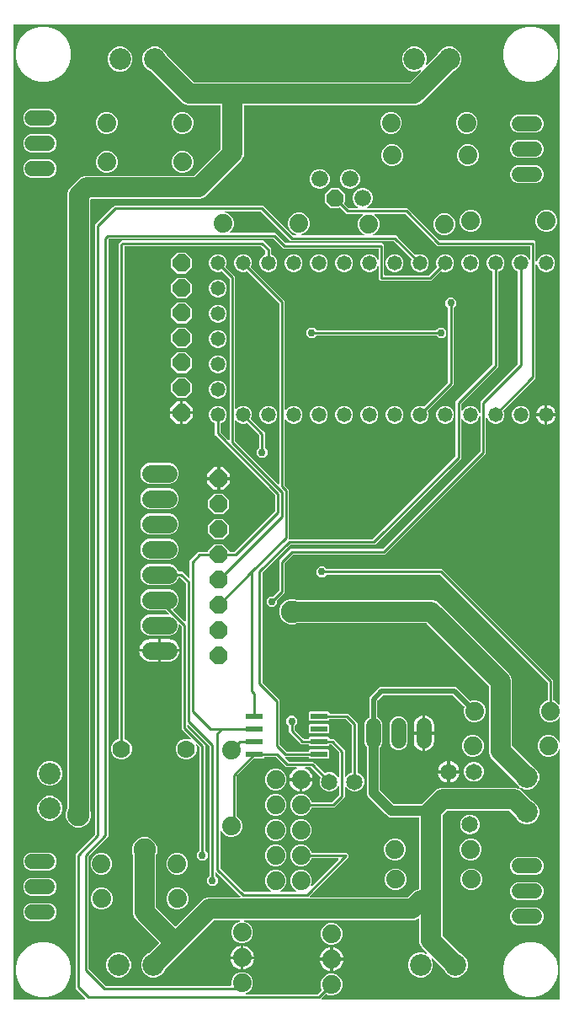
<source format=gbr>
G04 EAGLE Gerber RS-274X export*
G75*
%MOMM*%
%FSLAX34Y34*%
%LPD*%
%INTop Copper*%
%IPPOS*%
%AMOC8*
5,1,8,0,0,1.08239X$1,22.5*%
G01*
%ADD10C,1.651000*%
%ADD11C,1.524000*%
%ADD12C,2.184400*%
%ADD13C,1.879600*%
%ADD14C,1.676400*%
%ADD15P,1.814519X8X112.500000*%
%ADD16C,1.778000*%
%ADD17P,1.924489X8X22.500000*%
%ADD18C,1.473200*%
%ADD19P,1.924489X8X292.500000*%
%ADD20P,1.924489X8X112.500000*%
%ADD21C,1.778000*%
%ADD22R,1.701800X0.609600*%
%ADD23C,2.250000*%
%ADD24C,2.000000*%
%ADD25C,0.250000*%
%ADD26C,1.000000*%
%ADD27C,0.500000*%
%ADD28C,0.756400*%

G36*
X81648Y10172D02*
X81648Y10172D01*
X81720Y10174D01*
X81769Y10192D01*
X81820Y10200D01*
X81883Y10234D01*
X81951Y10259D01*
X81992Y10291D01*
X82038Y10316D01*
X82087Y10368D01*
X82143Y10412D01*
X82171Y10456D01*
X82207Y10494D01*
X82237Y10559D01*
X82276Y10619D01*
X82289Y10670D01*
X82311Y10717D01*
X82318Y10788D01*
X82336Y10858D01*
X82332Y10910D01*
X82338Y10961D01*
X82322Y11032D01*
X82317Y11103D01*
X82296Y11151D01*
X82285Y11202D01*
X82249Y11263D01*
X82220Y11329D01*
X82176Y11385D01*
X82159Y11413D01*
X82141Y11428D01*
X82116Y11460D01*
X82002Y11574D01*
X72225Y21351D01*
X72225Y156149D01*
X74073Y157998D01*
X74074Y157998D01*
X92002Y175926D01*
X92055Y176000D01*
X92115Y176070D01*
X92127Y176100D01*
X92146Y176126D01*
X92173Y176213D01*
X92207Y176298D01*
X92211Y176339D01*
X92218Y176361D01*
X92217Y176393D01*
X92225Y176465D01*
X92225Y788649D01*
X94073Y790498D01*
X94074Y790498D01*
X109502Y805926D01*
X111351Y807775D01*
X261149Y807775D01*
X290926Y777998D01*
X291000Y777945D01*
X291070Y777885D01*
X291100Y777873D01*
X291126Y777854D01*
X291213Y777827D01*
X291298Y777793D01*
X291339Y777789D01*
X291361Y777782D01*
X291393Y777783D01*
X291465Y777775D01*
X294003Y777775D01*
X294100Y777790D01*
X294196Y777800D01*
X294220Y777810D01*
X294246Y777814D01*
X294332Y777860D01*
X294421Y777900D01*
X294440Y777917D01*
X294464Y777930D01*
X294530Y778000D01*
X294602Y778066D01*
X294615Y778089D01*
X294633Y778108D01*
X294674Y778196D01*
X294721Y778282D01*
X294726Y778307D01*
X294737Y778331D01*
X294747Y778428D01*
X294765Y778524D01*
X294761Y778550D01*
X294764Y778575D01*
X294743Y778671D01*
X294729Y778767D01*
X294717Y778790D01*
X294711Y778816D01*
X294661Y778899D01*
X294617Y778986D01*
X294599Y779005D01*
X294585Y779027D01*
X294511Y779090D01*
X294442Y779158D01*
X294413Y779174D01*
X294398Y779187D01*
X294368Y779199D01*
X294295Y779239D01*
X290913Y780640D01*
X287840Y783713D01*
X286177Y787727D01*
X286177Y792073D01*
X287840Y796087D01*
X290913Y799160D01*
X294927Y800823D01*
X299273Y800823D01*
X303287Y799160D01*
X306360Y796087D01*
X308023Y792073D01*
X308023Y787727D01*
X306360Y783713D01*
X303287Y780640D01*
X299905Y779239D01*
X299822Y779188D01*
X299736Y779142D01*
X299718Y779123D01*
X299696Y779110D01*
X299634Y779035D01*
X299567Y778964D01*
X299556Y778940D01*
X299539Y778920D01*
X299504Y778829D01*
X299463Y778741D01*
X299461Y778715D01*
X299451Y778691D01*
X299447Y778593D01*
X299436Y778497D01*
X299442Y778471D01*
X299441Y778445D01*
X299468Y778351D01*
X299489Y778256D01*
X299502Y778234D01*
X299509Y778209D01*
X299565Y778129D01*
X299615Y778045D01*
X299635Y778028D01*
X299650Y778007D01*
X299728Y777948D01*
X299802Y777885D01*
X299826Y777875D01*
X299847Y777860D01*
X299939Y777830D01*
X300030Y777793D01*
X300062Y777790D01*
X300081Y777784D01*
X300114Y777784D01*
X300197Y777775D01*
X362172Y777775D01*
X362268Y777790D01*
X362365Y777800D01*
X362389Y777810D01*
X362415Y777814D01*
X362501Y777860D01*
X362590Y777900D01*
X362609Y777917D01*
X362632Y777930D01*
X362699Y778000D01*
X362771Y778066D01*
X362784Y778089D01*
X362802Y778108D01*
X362843Y778196D01*
X362890Y778282D01*
X362894Y778307D01*
X362905Y778331D01*
X362916Y778428D01*
X362933Y778524D01*
X362929Y778550D01*
X362932Y778575D01*
X362912Y778671D01*
X362897Y778767D01*
X362886Y778790D01*
X362880Y778816D01*
X362830Y778899D01*
X362786Y778986D01*
X362767Y779005D01*
X362754Y779027D01*
X362680Y779090D01*
X362610Y779158D01*
X362582Y779174D01*
X362567Y779187D01*
X362536Y779199D01*
X362463Y779239D01*
X361013Y779840D01*
X357940Y782913D01*
X356277Y786927D01*
X356277Y791273D01*
X357940Y795287D01*
X361079Y798426D01*
X361121Y798484D01*
X361170Y798536D01*
X361192Y798583D01*
X361222Y798625D01*
X361243Y798694D01*
X361274Y798759D01*
X361279Y798811D01*
X361295Y798861D01*
X361293Y798932D01*
X361301Y799003D01*
X361290Y799054D01*
X361288Y799106D01*
X361264Y799174D01*
X361248Y799244D01*
X361222Y799289D01*
X361204Y799337D01*
X361159Y799393D01*
X361122Y799455D01*
X361083Y799489D01*
X361050Y799529D01*
X360990Y799568D01*
X360935Y799615D01*
X360887Y799634D01*
X360843Y799662D01*
X360774Y799680D01*
X360707Y799707D01*
X360636Y799715D01*
X360605Y799723D01*
X360581Y799721D01*
X360540Y799725D01*
X344917Y799725D01*
X343068Y801574D01*
X338831Y805811D01*
X338815Y805822D01*
X338803Y805838D01*
X338716Y805894D01*
X338632Y805954D01*
X338613Y805960D01*
X338596Y805971D01*
X338495Y805996D01*
X338397Y806026D01*
X338377Y806026D01*
X338357Y806031D01*
X338254Y806023D01*
X338151Y806020D01*
X338132Y806013D01*
X338112Y806012D01*
X338017Y805971D01*
X337920Y805936D01*
X337904Y805923D01*
X337886Y805915D01*
X337755Y805811D01*
X337353Y805409D01*
X329146Y805409D01*
X323343Y811212D01*
X323343Y819420D01*
X329146Y825223D01*
X337354Y825223D01*
X343157Y819420D01*
X343157Y811213D01*
X342755Y810811D01*
X342744Y810795D01*
X342728Y810783D01*
X342672Y810695D01*
X342612Y810611D01*
X342606Y810592D01*
X342595Y810576D01*
X342570Y810475D01*
X342540Y810376D01*
X342540Y810356D01*
X342535Y810337D01*
X342543Y810234D01*
X342546Y810131D01*
X342553Y810112D01*
X342554Y810092D01*
X342595Y809997D01*
X342630Y809900D01*
X342643Y809884D01*
X342651Y809866D01*
X342755Y809735D01*
X346992Y805498D01*
X347066Y805445D01*
X347136Y805385D01*
X347166Y805373D01*
X347192Y805354D01*
X347279Y805327D01*
X347364Y805293D01*
X347405Y805289D01*
X347427Y805282D01*
X347459Y805283D01*
X347531Y805275D01*
X355717Y805275D01*
X355813Y805290D01*
X355910Y805300D01*
X355934Y805310D01*
X355960Y805314D01*
X356046Y805360D01*
X356135Y805400D01*
X356154Y805417D01*
X356177Y805430D01*
X356244Y805500D01*
X356316Y805566D01*
X356329Y805589D01*
X356347Y805608D01*
X356388Y805696D01*
X356435Y805782D01*
X356439Y805807D01*
X356450Y805831D01*
X356461Y805928D01*
X356478Y806024D01*
X356475Y806050D01*
X356477Y806075D01*
X356457Y806171D01*
X356443Y806267D01*
X356431Y806290D01*
X356425Y806316D01*
X356375Y806400D01*
X356331Y806486D01*
X356312Y806504D01*
X356299Y806527D01*
X356225Y806590D01*
X356155Y806658D01*
X356127Y806674D01*
X356112Y806687D01*
X356081Y806699D01*
X356008Y806739D01*
X355578Y806917D01*
X352791Y809704D01*
X351283Y813345D01*
X351283Y817287D01*
X352791Y820928D01*
X355578Y823715D01*
X359219Y825223D01*
X363161Y825223D01*
X366802Y823715D01*
X369589Y820928D01*
X371097Y817287D01*
X371097Y813345D01*
X369589Y809704D01*
X366802Y806917D01*
X366372Y806739D01*
X366289Y806688D01*
X366203Y806642D01*
X366185Y806623D01*
X366162Y806610D01*
X366100Y806535D01*
X366033Y806464D01*
X366022Y806440D01*
X366006Y806420D01*
X365971Y806329D01*
X365930Y806241D01*
X365927Y806215D01*
X365917Y806191D01*
X365913Y806093D01*
X365903Y805997D01*
X365908Y805971D01*
X365907Y805945D01*
X365934Y805851D01*
X365955Y805756D01*
X365968Y805734D01*
X365976Y805709D01*
X366031Y805629D01*
X366081Y805545D01*
X366101Y805528D01*
X366116Y805507D01*
X366194Y805448D01*
X366268Y805385D01*
X366292Y805375D01*
X366313Y805360D01*
X366406Y805330D01*
X366496Y805293D01*
X366529Y805290D01*
X366547Y805284D01*
X366580Y805284D01*
X366663Y805275D01*
X406149Y805275D01*
X438426Y772998D01*
X438500Y772945D01*
X438570Y772885D01*
X438600Y772873D01*
X438626Y772854D01*
X438713Y772827D01*
X438798Y772793D01*
X438839Y772789D01*
X438861Y772782D01*
X438893Y772783D01*
X438965Y772775D01*
X533649Y772775D01*
X535275Y771149D01*
X535275Y752332D01*
X535290Y752236D01*
X535300Y752139D01*
X535310Y752115D01*
X535314Y752089D01*
X535360Y752004D01*
X535400Y751914D01*
X535417Y751895D01*
X535430Y751872D01*
X535500Y751805D01*
X535566Y751733D01*
X535589Y751721D01*
X535608Y751703D01*
X535696Y751662D01*
X535782Y751615D01*
X535807Y751610D01*
X535831Y751599D01*
X535928Y751588D01*
X536024Y751571D01*
X536050Y751575D01*
X536075Y751572D01*
X536171Y751593D01*
X536267Y751607D01*
X536290Y751619D01*
X536316Y751624D01*
X536399Y751674D01*
X536486Y751718D01*
X536505Y751737D01*
X536527Y751750D01*
X536590Y751824D01*
X536658Y751894D01*
X536674Y751923D01*
X536687Y751937D01*
X536699Y751968D01*
X536739Y752041D01*
X538063Y755236D01*
X540564Y757737D01*
X543832Y759091D01*
X547368Y759091D01*
X550636Y757737D01*
X553137Y755236D01*
X554491Y751968D01*
X554491Y748432D01*
X553137Y745164D01*
X550636Y742663D01*
X547368Y741309D01*
X543832Y741309D01*
X540564Y742663D01*
X538063Y745164D01*
X536739Y748359D01*
X536688Y748442D01*
X536642Y748528D01*
X536623Y748546D01*
X536610Y748568D01*
X536535Y748630D01*
X536464Y748697D01*
X536440Y748708D01*
X536420Y748725D01*
X536329Y748760D01*
X536241Y748801D01*
X536215Y748804D01*
X536191Y748813D01*
X536093Y748817D01*
X535997Y748828D01*
X535971Y748822D01*
X535945Y748824D01*
X535851Y748796D01*
X535756Y748776D01*
X535734Y748762D01*
X535709Y748755D01*
X535629Y748700D01*
X535545Y748650D01*
X535528Y748630D01*
X535507Y748615D01*
X535448Y748537D01*
X535385Y748463D01*
X535375Y748438D01*
X535360Y748417D01*
X535330Y748325D01*
X535293Y748234D01*
X535290Y748202D01*
X535284Y748184D01*
X535284Y748150D01*
X535275Y748068D01*
X535275Y634351D01*
X503114Y602190D01*
X503072Y602131D01*
X503023Y602080D01*
X503004Y602039D01*
X502976Y602001D01*
X502974Y601995D01*
X502970Y601990D01*
X502948Y601919D01*
X502920Y601857D01*
X502915Y601814D01*
X502900Y601767D01*
X502900Y601761D01*
X502898Y601755D01*
X502900Y601679D01*
X502892Y601613D01*
X502901Y601571D01*
X502902Y601521D01*
X502904Y601514D01*
X502904Y601509D01*
X502911Y601491D01*
X502943Y601378D01*
X502945Y601372D01*
X502946Y601371D01*
X502949Y601360D01*
X503691Y599568D01*
X503691Y596032D01*
X502337Y592764D01*
X499836Y590263D01*
X496568Y588909D01*
X493032Y588909D01*
X489764Y590263D01*
X487263Y592764D01*
X486739Y594028D01*
X486688Y594111D01*
X486642Y594197D01*
X486624Y594214D01*
X486610Y594237D01*
X486534Y594299D01*
X486464Y594366D01*
X486440Y594377D01*
X486420Y594394D01*
X486329Y594429D01*
X486241Y594470D01*
X486215Y594472D01*
X486191Y594482D01*
X486093Y594486D01*
X485997Y594497D01*
X485971Y594491D01*
X485945Y594492D01*
X485851Y594465D01*
X485756Y594444D01*
X485734Y594431D01*
X485709Y594424D01*
X485629Y594368D01*
X485545Y594318D01*
X485528Y594298D01*
X485507Y594283D01*
X485448Y594205D01*
X485385Y594131D01*
X485375Y594107D01*
X485360Y594086D01*
X485330Y593994D01*
X485293Y593903D01*
X485290Y593871D01*
X485284Y593852D01*
X485284Y593819D01*
X485275Y593736D01*
X485275Y558851D01*
X383649Y457225D01*
X291465Y457225D01*
X291375Y457211D01*
X291284Y457203D01*
X291254Y457191D01*
X291222Y457186D01*
X291141Y457143D01*
X291057Y457107D01*
X291025Y457081D01*
X291005Y457070D01*
X290982Y457047D01*
X290926Y457002D01*
X282998Y449074D01*
X282945Y449000D01*
X282885Y448930D01*
X282873Y448900D01*
X282854Y448874D01*
X282827Y448787D01*
X282793Y448702D01*
X282789Y448661D01*
X282782Y448639D01*
X282783Y448607D01*
X282775Y448535D01*
X282775Y418851D01*
X275530Y411606D01*
X275477Y411532D01*
X275417Y411462D01*
X275405Y411432D01*
X275386Y411406D01*
X275359Y411319D01*
X275325Y411234D01*
X275321Y411193D01*
X275314Y411171D01*
X275315Y411139D01*
X275307Y411067D01*
X275307Y407802D01*
X272198Y404693D01*
X267802Y404693D01*
X264693Y407802D01*
X264693Y412198D01*
X267802Y415307D01*
X271067Y415307D01*
X271157Y415321D01*
X271248Y415329D01*
X271278Y415341D01*
X271310Y415346D01*
X271391Y415389D01*
X271475Y415425D01*
X271507Y415451D01*
X271527Y415462D01*
X271550Y415485D01*
X271606Y415530D01*
X277002Y420926D01*
X277055Y421000D01*
X277115Y421070D01*
X277127Y421100D01*
X277146Y421126D01*
X277173Y421213D01*
X277207Y421298D01*
X277211Y421339D01*
X277218Y421361D01*
X277217Y421393D01*
X277225Y421465D01*
X277225Y451149D01*
X288851Y462775D01*
X381035Y462775D01*
X381125Y462789D01*
X381216Y462797D01*
X381246Y462809D01*
X381278Y462814D01*
X381359Y462857D01*
X381443Y462893D01*
X381475Y462919D01*
X381495Y462930D01*
X381518Y462953D01*
X381574Y462998D01*
X479502Y560926D01*
X479555Y561000D01*
X479615Y561070D01*
X479627Y561100D01*
X479646Y561126D01*
X479673Y561213D01*
X479707Y561298D01*
X479711Y561339D01*
X479718Y561361D01*
X479717Y561393D01*
X479725Y561465D01*
X479725Y595668D01*
X479710Y595764D01*
X479700Y595861D01*
X479690Y595885D01*
X479686Y595911D01*
X479640Y595996D01*
X479600Y596086D01*
X479583Y596105D01*
X479570Y596128D01*
X479500Y596195D01*
X479434Y596267D01*
X479411Y596279D01*
X479392Y596297D01*
X479304Y596338D01*
X479218Y596385D01*
X479193Y596390D01*
X479169Y596401D01*
X479072Y596412D01*
X478976Y596429D01*
X478950Y596425D01*
X478925Y596428D01*
X478829Y596407D01*
X478733Y596393D01*
X478710Y596381D01*
X478684Y596376D01*
X478601Y596326D01*
X478514Y596282D01*
X478495Y596263D01*
X478473Y596250D01*
X478410Y596176D01*
X478342Y596106D01*
X478326Y596077D01*
X478313Y596063D01*
X478301Y596032D01*
X478261Y595959D01*
X476937Y592764D01*
X474436Y590263D01*
X471168Y588909D01*
X467632Y588909D01*
X464364Y590263D01*
X461863Y592764D01*
X461739Y593062D01*
X461688Y593145D01*
X461642Y593231D01*
X461623Y593249D01*
X461610Y593271D01*
X461535Y593333D01*
X461464Y593400D01*
X461440Y593411D01*
X461420Y593428D01*
X461329Y593463D01*
X461241Y593504D01*
X461215Y593507D01*
X461191Y593516D01*
X461093Y593520D01*
X460997Y593531D01*
X460971Y593525D01*
X460945Y593527D01*
X460851Y593499D01*
X460756Y593479D01*
X460734Y593465D01*
X460709Y593458D01*
X460629Y593402D01*
X460545Y593353D01*
X460528Y593333D01*
X460507Y593318D01*
X460448Y593240D01*
X460385Y593166D01*
X460375Y593141D01*
X460360Y593120D01*
X460330Y593028D01*
X460293Y592937D01*
X460290Y592905D01*
X460284Y592887D01*
X460284Y592853D01*
X460275Y592771D01*
X460275Y553851D01*
X373649Y467225D01*
X288965Y467225D01*
X288875Y467211D01*
X288784Y467203D01*
X288754Y467191D01*
X288722Y467186D01*
X288641Y467143D01*
X288557Y467107D01*
X288525Y467081D01*
X288505Y467070D01*
X288482Y467047D01*
X288426Y467002D01*
X260498Y439074D01*
X260445Y439000D01*
X260385Y438930D01*
X260373Y438900D01*
X260354Y438874D01*
X260327Y438787D01*
X260293Y438702D01*
X260289Y438661D01*
X260282Y438639D01*
X260283Y438607D01*
X260275Y438535D01*
X260275Y328965D01*
X260289Y328875D01*
X260297Y328784D01*
X260309Y328754D01*
X260314Y328722D01*
X260357Y328641D01*
X260393Y328557D01*
X260419Y328525D01*
X260430Y328505D01*
X260453Y328482D01*
X260498Y328426D01*
X277775Y311149D01*
X277775Y266465D01*
X277789Y266375D01*
X277797Y266284D01*
X277809Y266254D01*
X277814Y266222D01*
X277857Y266141D01*
X277893Y266057D01*
X277919Y266025D01*
X277930Y266005D01*
X277953Y265982D01*
X277998Y265926D01*
X284176Y259748D01*
X284250Y259695D01*
X284320Y259635D01*
X284350Y259623D01*
X284376Y259604D01*
X284463Y259577D01*
X284548Y259543D01*
X284589Y259539D01*
X284611Y259532D01*
X284643Y259533D01*
X284715Y259525D01*
X306717Y259525D01*
X306737Y259528D01*
X306756Y259526D01*
X306858Y259548D01*
X306960Y259564D01*
X306977Y259574D01*
X306997Y259578D01*
X307086Y259631D01*
X307177Y259680D01*
X307191Y259694D01*
X307208Y259704D01*
X307275Y259783D01*
X307347Y259858D01*
X307355Y259876D01*
X307368Y259891D01*
X307407Y259987D01*
X307450Y260081D01*
X307452Y260101D01*
X307460Y260119D01*
X307478Y260286D01*
X307478Y260430D01*
X308371Y261323D01*
X326653Y261323D01*
X327546Y260430D01*
X327546Y253070D01*
X326653Y252177D01*
X308371Y252177D01*
X307478Y253070D01*
X307478Y253214D01*
X307475Y253234D01*
X307477Y253253D01*
X307455Y253355D01*
X307439Y253457D01*
X307429Y253474D01*
X307425Y253494D01*
X307372Y253583D01*
X307323Y253674D01*
X307309Y253688D01*
X307299Y253705D01*
X307220Y253772D01*
X307145Y253844D01*
X307127Y253852D01*
X307112Y253865D01*
X307016Y253904D01*
X306922Y253947D01*
X306902Y253949D01*
X306884Y253957D01*
X306717Y253975D01*
X283787Y253975D01*
X283716Y253964D01*
X283644Y253962D01*
X283595Y253944D01*
X283544Y253936D01*
X283481Y253902D01*
X283413Y253877D01*
X283372Y253845D01*
X283326Y253820D01*
X283277Y253769D01*
X283221Y253724D01*
X283193Y253680D01*
X283157Y253642D01*
X283127Y253577D01*
X283088Y253517D01*
X283075Y253466D01*
X283053Y253419D01*
X283046Y253348D01*
X283028Y253278D01*
X283032Y253226D01*
X283026Y253175D01*
X283042Y253104D01*
X283047Y253033D01*
X283068Y252985D01*
X283079Y252934D01*
X283115Y252873D01*
X283144Y252807D01*
X283188Y252751D01*
X283205Y252723D01*
X283223Y252708D01*
X283248Y252676D01*
X286426Y249498D01*
X286500Y249445D01*
X286570Y249385D01*
X286600Y249373D01*
X286626Y249354D01*
X286713Y249327D01*
X286798Y249293D01*
X286839Y249289D01*
X286861Y249282D01*
X286893Y249283D01*
X286965Y249275D01*
X311649Y249275D01*
X313275Y247649D01*
X313275Y247615D01*
X313289Y247525D01*
X313297Y247434D01*
X313309Y247404D01*
X313314Y247372D01*
X313357Y247291D01*
X313393Y247207D01*
X313419Y247175D01*
X313430Y247155D01*
X313453Y247132D01*
X313498Y247076D01*
X322580Y237994D01*
X322658Y237938D01*
X322720Y237885D01*
X322742Y237876D01*
X322769Y237856D01*
X322775Y237854D01*
X322780Y237851D01*
X322888Y237817D01*
X322948Y237793D01*
X322970Y237791D01*
X323003Y237780D01*
X323009Y237780D01*
X323015Y237778D01*
X323069Y237780D01*
X323115Y237774D01*
X323126Y237774D01*
X323170Y237782D01*
X323248Y237782D01*
X323256Y237784D01*
X323261Y237785D01*
X323278Y237791D01*
X323345Y237810D01*
X323369Y237814D01*
X323382Y237821D01*
X323410Y237829D01*
X325705Y238780D01*
X329595Y238780D01*
X333190Y237291D01*
X335941Y234540D01*
X336261Y233768D01*
X336312Y233684D01*
X336358Y233599D01*
X336376Y233581D01*
X336390Y233558D01*
X336466Y233496D01*
X336536Y233429D01*
X336560Y233418D01*
X336580Y233402D01*
X336671Y233367D01*
X336759Y233326D01*
X336785Y233323D01*
X336809Y233313D01*
X336907Y233309D01*
X337003Y233299D01*
X337029Y233304D01*
X337055Y233303D01*
X337149Y233330D01*
X337244Y233351D01*
X337266Y233364D01*
X337291Y233372D01*
X337371Y233427D01*
X337455Y233477D01*
X337472Y233497D01*
X337493Y233512D01*
X337552Y233590D01*
X337615Y233664D01*
X337625Y233688D01*
X337640Y233709D01*
X337670Y233802D01*
X337707Y233892D01*
X337710Y233925D01*
X337716Y233943D01*
X337716Y233976D01*
X337725Y234059D01*
X337725Y258035D01*
X337711Y258125D01*
X337703Y258216D01*
X337691Y258246D01*
X337686Y258278D01*
X337643Y258359D01*
X337607Y258443D01*
X337581Y258475D01*
X337570Y258495D01*
X337547Y258518D01*
X337502Y258574D01*
X329624Y266452D01*
X329550Y266505D01*
X329480Y266565D01*
X329450Y266577D01*
X329424Y266596D01*
X329337Y266623D01*
X329252Y266657D01*
X329211Y266661D01*
X329189Y266668D01*
X329157Y266667D01*
X329085Y266675D01*
X328307Y266675D01*
X328287Y266672D01*
X328268Y266674D01*
X328166Y266652D01*
X328064Y266636D01*
X328047Y266626D01*
X328027Y266622D01*
X327938Y266569D01*
X327847Y266520D01*
X327833Y266506D01*
X327816Y266496D01*
X327749Y266417D01*
X327677Y266342D01*
X327669Y266324D01*
X327656Y266309D01*
X327617Y266213D01*
X327574Y266119D01*
X327572Y266099D01*
X327564Y266081D01*
X327546Y265914D01*
X327546Y265770D01*
X326653Y264877D01*
X308371Y264877D01*
X307478Y265770D01*
X307478Y265914D01*
X307475Y265934D01*
X307477Y265953D01*
X307455Y266055D01*
X307439Y266157D01*
X307429Y266174D01*
X307425Y266194D01*
X307372Y266283D01*
X307323Y266374D01*
X307309Y266388D01*
X307299Y266405D01*
X307220Y266472D01*
X307145Y266544D01*
X307127Y266552D01*
X307112Y266565D01*
X307016Y266604D01*
X306922Y266647D01*
X306902Y266649D01*
X306884Y266657D01*
X306717Y266675D01*
X299401Y266675D01*
X287225Y278851D01*
X287225Y284955D01*
X287211Y285045D01*
X287203Y285136D01*
X287191Y285165D01*
X287186Y285197D01*
X287143Y285278D01*
X287107Y285362D01*
X287081Y285394D01*
X287070Y285415D01*
X287047Y285437D01*
X287035Y285452D01*
X287028Y285463D01*
X287022Y285469D01*
X287002Y285493D01*
X284693Y287802D01*
X284693Y292198D01*
X287802Y295307D01*
X292198Y295307D01*
X295307Y292198D01*
X295307Y287802D01*
X292998Y285493D01*
X292953Y285431D01*
X292924Y285400D01*
X292919Y285388D01*
X292885Y285349D01*
X292873Y285319D01*
X292854Y285293D01*
X292827Y285206D01*
X292793Y285121D01*
X292789Y285080D01*
X292782Y285058D01*
X292783Y285026D01*
X292775Y284955D01*
X292775Y281465D01*
X292789Y281375D01*
X292797Y281284D01*
X292809Y281254D01*
X292814Y281222D01*
X292857Y281141D01*
X292893Y281057D01*
X292919Y281025D01*
X292930Y281005D01*
X292953Y280982D01*
X292998Y280926D01*
X301476Y272448D01*
X301550Y272395D01*
X301620Y272335D01*
X301650Y272323D01*
X301676Y272304D01*
X301763Y272277D01*
X301848Y272243D01*
X301889Y272239D01*
X301911Y272232D01*
X301943Y272233D01*
X302015Y272225D01*
X306717Y272225D01*
X306737Y272228D01*
X306756Y272226D01*
X306858Y272248D01*
X306960Y272264D01*
X306977Y272274D01*
X306997Y272278D01*
X307086Y272331D01*
X307177Y272380D01*
X307191Y272394D01*
X307208Y272404D01*
X307275Y272483D01*
X307347Y272558D01*
X307355Y272576D01*
X307368Y272591D01*
X307407Y272687D01*
X307450Y272781D01*
X307452Y272801D01*
X307460Y272819D01*
X307478Y272986D01*
X307478Y273130D01*
X308371Y274023D01*
X326653Y274023D01*
X327546Y273130D01*
X327546Y272986D01*
X327549Y272966D01*
X327547Y272947D01*
X327569Y272845D01*
X327585Y272743D01*
X327595Y272726D01*
X327599Y272706D01*
X327652Y272617D01*
X327701Y272526D01*
X327715Y272512D01*
X327725Y272495D01*
X327804Y272428D01*
X327879Y272356D01*
X327897Y272348D01*
X327912Y272335D01*
X328008Y272296D01*
X328102Y272253D01*
X328122Y272251D01*
X328140Y272243D01*
X328307Y272225D01*
X331699Y272225D01*
X343275Y260649D01*
X343275Y234783D01*
X343290Y234687D01*
X343300Y234590D01*
X343310Y234566D01*
X343314Y234540D01*
X343360Y234454D01*
X343400Y234365D01*
X343417Y234346D01*
X343430Y234323D01*
X343500Y234256D01*
X343566Y234184D01*
X343589Y234172D01*
X343608Y234154D01*
X343696Y234112D01*
X343782Y234066D01*
X343807Y234061D01*
X343831Y234050D01*
X343928Y234039D01*
X344024Y234022D01*
X344050Y234026D01*
X344075Y234023D01*
X344171Y234044D01*
X344267Y234058D01*
X344290Y234070D01*
X344316Y234075D01*
X344400Y234125D01*
X344486Y234169D01*
X344505Y234188D01*
X344527Y234201D01*
X344590Y234275D01*
X344658Y234345D01*
X344674Y234373D01*
X344687Y234388D01*
X344699Y234419D01*
X344739Y234492D01*
X344759Y234540D01*
X347510Y237291D01*
X349805Y238241D01*
X349905Y238303D01*
X350005Y238363D01*
X350009Y238368D01*
X350014Y238371D01*
X350089Y238461D01*
X350165Y238550D01*
X350167Y238556D01*
X350171Y238561D01*
X350213Y238669D01*
X350257Y238778D01*
X350258Y238786D01*
X350259Y238790D01*
X350260Y238808D01*
X350275Y238945D01*
X350275Y285485D01*
X350261Y285575D01*
X350253Y285666D01*
X350241Y285696D01*
X350236Y285728D01*
X350193Y285809D01*
X350157Y285893D01*
X350131Y285925D01*
X350120Y285945D01*
X350097Y285968D01*
X350052Y286024D01*
X344224Y291852D01*
X344150Y291905D01*
X344080Y291965D01*
X344050Y291977D01*
X344024Y291996D01*
X343937Y292023D01*
X343852Y292057D01*
X343811Y292061D01*
X343789Y292068D01*
X343757Y292067D01*
X343685Y292075D01*
X328307Y292075D01*
X328287Y292072D01*
X328268Y292074D01*
X328166Y292052D01*
X328064Y292036D01*
X328047Y292026D01*
X328027Y292022D01*
X327938Y291969D01*
X327847Y291920D01*
X327833Y291906D01*
X327816Y291896D01*
X327749Y291817D01*
X327677Y291742D01*
X327669Y291724D01*
X327656Y291709D01*
X327617Y291613D01*
X327574Y291519D01*
X327572Y291499D01*
X327564Y291481D01*
X327546Y291314D01*
X327546Y291170D01*
X326653Y290277D01*
X308371Y290277D01*
X307478Y291170D01*
X307478Y298530D01*
X308371Y299423D01*
X326653Y299423D01*
X327546Y298530D01*
X327546Y298386D01*
X327549Y298366D01*
X327547Y298347D01*
X327569Y298245D01*
X327585Y298143D01*
X327595Y298126D01*
X327599Y298106D01*
X327652Y298017D01*
X327701Y297926D01*
X327715Y297912D01*
X327725Y297895D01*
X327804Y297828D01*
X327879Y297756D01*
X327897Y297748D01*
X327912Y297735D01*
X328008Y297696D01*
X328102Y297653D01*
X328122Y297651D01*
X328140Y297643D01*
X328307Y297625D01*
X346299Y297625D01*
X355825Y288099D01*
X355825Y238945D01*
X355844Y238830D01*
X355861Y238714D01*
X355863Y238708D01*
X355864Y238702D01*
X355919Y238599D01*
X355972Y238495D01*
X355977Y238490D01*
X355980Y238485D01*
X356064Y238405D01*
X356148Y238322D01*
X356154Y238319D01*
X356158Y238315D01*
X356175Y238307D01*
X356295Y238241D01*
X358590Y237291D01*
X361341Y234540D01*
X362830Y230945D01*
X362830Y227055D01*
X361341Y223460D01*
X358590Y220709D01*
X354995Y219220D01*
X351105Y219220D01*
X347510Y220709D01*
X344759Y223460D01*
X344739Y223508D01*
X344688Y223591D01*
X344642Y223677D01*
X344624Y223695D01*
X344610Y223717D01*
X344535Y223779D01*
X344464Y223846D01*
X344440Y223857D01*
X344420Y223874D01*
X344329Y223909D01*
X344241Y223950D01*
X344215Y223953D01*
X344191Y223962D01*
X344093Y223966D01*
X343997Y223977D01*
X343971Y223972D01*
X343945Y223973D01*
X343851Y223946D01*
X343756Y223925D01*
X343734Y223911D01*
X343709Y223904D01*
X343629Y223849D01*
X343545Y223799D01*
X343528Y223779D01*
X343507Y223764D01*
X343449Y223686D01*
X343385Y223612D01*
X343375Y223588D01*
X343360Y223567D01*
X343330Y223474D01*
X343293Y223384D01*
X343290Y223351D01*
X343284Y223333D01*
X343284Y223300D01*
X343275Y223217D01*
X343275Y213351D01*
X332949Y203025D01*
X310282Y203025D01*
X310167Y203006D01*
X310051Y202989D01*
X310045Y202987D01*
X310039Y202986D01*
X309937Y202931D01*
X309832Y202878D01*
X309827Y202873D01*
X309822Y202870D01*
X309742Y202786D01*
X309660Y202702D01*
X309656Y202696D01*
X309652Y202692D01*
X309645Y202675D01*
X309579Y202555D01*
X308360Y199613D01*
X305287Y196540D01*
X301273Y194877D01*
X296927Y194877D01*
X292913Y196540D01*
X289840Y199613D01*
X288177Y203627D01*
X288177Y207973D01*
X289840Y211987D01*
X292913Y215060D01*
X296927Y216723D01*
X301273Y216723D01*
X305287Y215060D01*
X308360Y211987D01*
X309579Y209045D01*
X309640Y208945D01*
X309700Y208845D01*
X309705Y208841D01*
X309708Y208836D01*
X309798Y208761D01*
X309887Y208685D01*
X309893Y208683D01*
X309898Y208679D01*
X310006Y208637D01*
X310115Y208593D01*
X310123Y208592D01*
X310127Y208591D01*
X310146Y208590D01*
X310282Y208575D01*
X330335Y208575D01*
X330425Y208589D01*
X330516Y208597D01*
X330546Y208609D01*
X330578Y208614D01*
X330659Y208657D01*
X330743Y208693D01*
X330775Y208719D01*
X330795Y208730D01*
X330818Y208753D01*
X330874Y208798D01*
X337502Y215426D01*
X337555Y215500D01*
X337615Y215570D01*
X337627Y215600D01*
X337646Y215626D01*
X337673Y215713D01*
X337707Y215798D01*
X337711Y215839D01*
X337718Y215861D01*
X337717Y215893D01*
X337725Y215965D01*
X337725Y223941D01*
X337710Y224037D01*
X337700Y224134D01*
X337690Y224158D01*
X337686Y224184D01*
X337640Y224270D01*
X337600Y224359D01*
X337583Y224378D01*
X337570Y224401D01*
X337500Y224468D01*
X337434Y224540D01*
X337411Y224553D01*
X337392Y224571D01*
X337304Y224612D01*
X337218Y224659D01*
X337193Y224663D01*
X337169Y224674D01*
X337072Y224685D01*
X336976Y224702D01*
X336950Y224699D01*
X336925Y224701D01*
X336829Y224681D01*
X336733Y224667D01*
X336710Y224655D01*
X336684Y224649D01*
X336601Y224599D01*
X336514Y224555D01*
X336495Y224536D01*
X336473Y224523D01*
X336410Y224449D01*
X336342Y224379D01*
X336326Y224351D01*
X336313Y224336D01*
X336301Y224305D01*
X336261Y224232D01*
X335941Y223460D01*
X333190Y220709D01*
X329595Y219220D01*
X325705Y219220D01*
X322110Y220709D01*
X319359Y223460D01*
X317870Y227055D01*
X317870Y230945D01*
X318821Y233240D01*
X318848Y233354D01*
X318876Y233468D01*
X318876Y233474D01*
X318877Y233480D01*
X318866Y233596D01*
X318857Y233713D01*
X318855Y233718D01*
X318854Y233725D01*
X318806Y233832D01*
X318761Y233939D01*
X318756Y233945D01*
X318754Y233949D01*
X318741Y233963D01*
X318656Y234070D01*
X309224Y243502D01*
X309150Y243555D01*
X309080Y243615D01*
X309050Y243627D01*
X309024Y243646D01*
X308937Y243673D01*
X308852Y243707D01*
X308811Y243711D01*
X308789Y243718D01*
X308757Y243717D01*
X308685Y243725D01*
X303986Y243725D01*
X303919Y243714D01*
X303851Y243713D01*
X303798Y243695D01*
X303743Y243686D01*
X303683Y243654D01*
X303619Y243631D01*
X303575Y243597D01*
X303526Y243570D01*
X303479Y243521D01*
X303426Y243480D01*
X303395Y243433D01*
X303356Y243392D01*
X303328Y243331D01*
X303291Y243274D01*
X303276Y243220D01*
X303253Y243169D01*
X303245Y243102D01*
X303228Y243036D01*
X303232Y242980D01*
X303226Y242925D01*
X303240Y242858D01*
X303245Y242791D01*
X303266Y242739D01*
X303278Y242684D01*
X303313Y242626D01*
X303339Y242563D01*
X303375Y242521D01*
X303404Y242473D01*
X303456Y242429D01*
X303500Y242378D01*
X303566Y242335D01*
X303591Y242313D01*
X303611Y242305D01*
X303640Y242286D01*
X305357Y241411D01*
X306878Y240306D01*
X308206Y238978D01*
X309311Y237457D01*
X310164Y235783D01*
X310745Y233996D01*
X310946Y232723D01*
X299862Y232723D01*
X299842Y232720D01*
X299823Y232722D01*
X299721Y232700D01*
X299619Y232683D01*
X299602Y232674D01*
X299582Y232670D01*
X299493Y232617D01*
X299402Y232568D01*
X299388Y232554D01*
X299371Y232544D01*
X299304Y232465D01*
X299233Y232390D01*
X299224Y232372D01*
X299211Y232357D01*
X299173Y232261D01*
X299129Y232167D01*
X299127Y232147D01*
X299119Y232129D01*
X299101Y231962D01*
X299101Y231199D01*
X299099Y231199D01*
X299099Y231962D01*
X299096Y231982D01*
X299098Y232001D01*
X299076Y232103D01*
X299059Y232205D01*
X299050Y232222D01*
X299046Y232242D01*
X298993Y232331D01*
X298944Y232422D01*
X298930Y232436D01*
X298920Y232453D01*
X298841Y232520D01*
X298766Y232591D01*
X298748Y232600D01*
X298733Y232613D01*
X298637Y232652D01*
X298543Y232695D01*
X298523Y232697D01*
X298505Y232705D01*
X298338Y232723D01*
X287254Y232723D01*
X287455Y233996D01*
X288036Y235783D01*
X288889Y237457D01*
X289994Y238978D01*
X291322Y240306D01*
X292843Y241411D01*
X294560Y242286D01*
X294614Y242326D01*
X294674Y242358D01*
X294713Y242398D01*
X294758Y242431D01*
X294797Y242487D01*
X294844Y242536D01*
X294867Y242587D01*
X294899Y242633D01*
X294919Y242697D01*
X294947Y242759D01*
X294953Y242815D01*
X294969Y242868D01*
X294967Y242936D01*
X294974Y243003D01*
X294962Y243058D01*
X294960Y243114D01*
X294936Y243178D01*
X294922Y243244D01*
X294893Y243292D01*
X294874Y243344D01*
X294831Y243397D01*
X294796Y243455D01*
X294753Y243491D01*
X294718Y243535D01*
X294660Y243571D01*
X294609Y243615D01*
X294557Y243636D01*
X294510Y243666D01*
X294444Y243681D01*
X294381Y243707D01*
X294302Y243715D01*
X294270Y243723D01*
X294250Y243721D01*
X294214Y243725D01*
X284351Y243725D01*
X282502Y245573D01*
X282502Y245574D01*
X274324Y253752D01*
X274250Y253805D01*
X274180Y253865D01*
X274150Y253877D01*
X274124Y253896D01*
X274037Y253923D01*
X273952Y253957D01*
X273911Y253961D01*
X273889Y253968D01*
X273857Y253967D01*
X273785Y253975D01*
X263283Y253975D01*
X263263Y253972D01*
X263244Y253974D01*
X263142Y253952D01*
X263040Y253936D01*
X263023Y253926D01*
X263003Y253922D01*
X262914Y253869D01*
X262823Y253820D01*
X262809Y253806D01*
X262792Y253796D01*
X262725Y253717D01*
X262653Y253642D01*
X262645Y253624D01*
X262632Y253609D01*
X262593Y253513D01*
X262550Y253419D01*
X262548Y253399D01*
X262540Y253381D01*
X262522Y253214D01*
X262522Y253070D01*
X261629Y252177D01*
X252155Y252177D01*
X252065Y252163D01*
X251974Y252155D01*
X251944Y252143D01*
X251912Y252138D01*
X251831Y252095D01*
X251747Y252059D01*
X251715Y252033D01*
X251695Y252022D01*
X251672Y251999D01*
X251616Y251954D01*
X234498Y234836D01*
X234445Y234762D01*
X234385Y234692D01*
X234373Y234662D01*
X234354Y234636D01*
X234327Y234549D01*
X234293Y234464D01*
X234289Y234423D01*
X234282Y234401D01*
X234283Y234369D01*
X234275Y234297D01*
X234275Y194646D01*
X234294Y194532D01*
X234311Y194415D01*
X234313Y194410D01*
X234314Y194404D01*
X234369Y194300D01*
X234422Y194196D01*
X234427Y194192D01*
X234430Y194186D01*
X234515Y194106D01*
X234598Y194024D01*
X234604Y194020D01*
X234608Y194017D01*
X234625Y194009D01*
X234745Y193943D01*
X235187Y193760D01*
X238260Y190687D01*
X239923Y186673D01*
X239923Y182327D01*
X238260Y178313D01*
X235187Y175240D01*
X231173Y173577D01*
X226827Y173577D01*
X222813Y175240D01*
X219740Y178313D01*
X219489Y178918D01*
X219438Y179001D01*
X219392Y179087D01*
X219373Y179105D01*
X219360Y179127D01*
X219285Y179190D01*
X219214Y179257D01*
X219190Y179268D01*
X219170Y179284D01*
X219079Y179319D01*
X218991Y179360D01*
X218965Y179363D01*
X218941Y179373D01*
X218843Y179377D01*
X218747Y179387D01*
X218721Y179382D01*
X218695Y179383D01*
X218601Y179356D01*
X218506Y179335D01*
X218484Y179322D01*
X218459Y179314D01*
X218379Y179259D01*
X218295Y179209D01*
X218278Y179189D01*
X218257Y179174D01*
X218198Y179096D01*
X218135Y179022D01*
X218125Y178998D01*
X218110Y178977D01*
X218080Y178884D01*
X218043Y178794D01*
X218040Y178761D01*
X218034Y178743D01*
X218034Y178710D01*
X218025Y178627D01*
X218025Y142465D01*
X218039Y142375D01*
X218047Y142284D01*
X218059Y142254D01*
X218064Y142222D01*
X218107Y142141D01*
X218143Y142057D01*
X218169Y142025D01*
X218180Y142005D01*
X218203Y141982D01*
X218248Y141926D01*
X241676Y118498D01*
X241750Y118445D01*
X241820Y118385D01*
X241850Y118373D01*
X241876Y118354D01*
X241963Y118327D01*
X242048Y118293D01*
X242089Y118289D01*
X242111Y118282D01*
X242143Y118283D01*
X242215Y118275D01*
X268672Y118275D01*
X268768Y118290D01*
X268865Y118300D01*
X268889Y118310D01*
X268915Y118314D01*
X269001Y118360D01*
X269090Y118400D01*
X269109Y118417D01*
X269132Y118430D01*
X269199Y118500D01*
X269271Y118566D01*
X269284Y118589D01*
X269302Y118608D01*
X269343Y118696D01*
X269390Y118782D01*
X269394Y118807D01*
X269405Y118831D01*
X269416Y118928D01*
X269433Y119024D01*
X269429Y119050D01*
X269432Y119075D01*
X269412Y119171D01*
X269397Y119267D01*
X269386Y119290D01*
X269380Y119316D01*
X269330Y119399D01*
X269286Y119486D01*
X269267Y119505D01*
X269254Y119527D01*
X269180Y119590D01*
X269110Y119658D01*
X269082Y119674D01*
X269067Y119687D01*
X269036Y119699D01*
X268963Y119739D01*
X267513Y120340D01*
X264440Y123413D01*
X262777Y127427D01*
X262777Y131773D01*
X264440Y135787D01*
X267513Y138860D01*
X271527Y140523D01*
X275873Y140523D01*
X279887Y138860D01*
X282960Y135787D01*
X284623Y131773D01*
X284623Y127427D01*
X282960Y123413D01*
X279887Y120340D01*
X278437Y119739D01*
X278354Y119688D01*
X278268Y119642D01*
X278250Y119624D01*
X278228Y119610D01*
X278165Y119534D01*
X278098Y119464D01*
X278087Y119440D01*
X278071Y119420D01*
X278036Y119329D01*
X277995Y119241D01*
X277992Y119215D01*
X277983Y119191D01*
X277978Y119093D01*
X277968Y118997D01*
X277973Y118971D01*
X277972Y118945D01*
X277999Y118851D01*
X278020Y118756D01*
X278033Y118734D01*
X278041Y118709D01*
X278096Y118629D01*
X278146Y118545D01*
X278166Y118528D01*
X278181Y118507D01*
X278259Y118448D01*
X278333Y118385D01*
X278357Y118375D01*
X278378Y118360D01*
X278471Y118330D01*
X278561Y118293D01*
X278594Y118290D01*
X278612Y118284D01*
X278645Y118284D01*
X278728Y118275D01*
X294072Y118275D01*
X294168Y118290D01*
X294265Y118300D01*
X294289Y118310D01*
X294315Y118314D01*
X294401Y118360D01*
X294490Y118400D01*
X294509Y118417D01*
X294532Y118430D01*
X294599Y118500D01*
X294671Y118566D01*
X294684Y118589D01*
X294702Y118608D01*
X294743Y118696D01*
X294790Y118782D01*
X294794Y118807D01*
X294805Y118831D01*
X294816Y118928D01*
X294833Y119024D01*
X294829Y119050D01*
X294832Y119075D01*
X294812Y119171D01*
X294797Y119267D01*
X294786Y119290D01*
X294780Y119316D01*
X294730Y119399D01*
X294686Y119486D01*
X294667Y119505D01*
X294654Y119527D01*
X294580Y119590D01*
X294510Y119658D01*
X294482Y119674D01*
X294467Y119687D01*
X294436Y119699D01*
X294363Y119739D01*
X292913Y120340D01*
X289840Y123413D01*
X288177Y127427D01*
X288177Y131773D01*
X289840Y135787D01*
X292913Y138860D01*
X296927Y140523D01*
X301273Y140523D01*
X305287Y138860D01*
X308360Y135787D01*
X310023Y131773D01*
X310023Y127427D01*
X309203Y125448D01*
X309181Y125353D01*
X309152Y125260D01*
X309153Y125234D01*
X309147Y125209D01*
X309156Y125112D01*
X309158Y125014D01*
X309167Y124990D01*
X309170Y124964D01*
X309209Y124875D01*
X309243Y124783D01*
X309259Y124763D01*
X309270Y124739D01*
X309336Y124667D01*
X309397Y124591D01*
X309419Y124577D01*
X309436Y124558D01*
X309522Y124511D01*
X309603Y124458D01*
X309629Y124452D01*
X309652Y124439D01*
X309748Y124422D01*
X309842Y124398D01*
X309868Y124400D01*
X309894Y124396D01*
X309990Y124410D01*
X310087Y124417D01*
X310111Y124428D01*
X310137Y124432D01*
X310224Y124476D01*
X310314Y124514D01*
X310339Y124534D01*
X310356Y124543D01*
X310380Y124567D01*
X310445Y124619D01*
X336752Y150926D01*
X336793Y150984D01*
X336843Y151036D01*
X336865Y151083D01*
X336895Y151125D01*
X336916Y151194D01*
X336947Y151259D01*
X336952Y151311D01*
X336968Y151361D01*
X336966Y151432D01*
X336974Y151503D01*
X336963Y151554D01*
X336961Y151606D01*
X336937Y151674D01*
X336921Y151744D01*
X336895Y151789D01*
X336877Y151837D01*
X336832Y151893D01*
X336795Y151955D01*
X336756Y151989D01*
X336723Y152029D01*
X336663Y152068D01*
X336608Y152115D01*
X336560Y152134D01*
X336516Y152162D01*
X336447Y152180D01*
X336380Y152207D01*
X336309Y152215D01*
X336278Y152223D01*
X336254Y152221D01*
X336213Y152225D01*
X310282Y152225D01*
X310167Y152206D01*
X310051Y152189D01*
X310045Y152187D01*
X310039Y152186D01*
X309937Y152131D01*
X309832Y152078D01*
X309827Y152073D01*
X309822Y152070D01*
X309742Y151986D01*
X309660Y151902D01*
X309656Y151896D01*
X309652Y151892D01*
X309645Y151875D01*
X309579Y151755D01*
X308360Y148813D01*
X305287Y145740D01*
X301273Y144077D01*
X296927Y144077D01*
X292913Y145740D01*
X289840Y148813D01*
X288177Y152827D01*
X288177Y157173D01*
X289840Y161187D01*
X292913Y164260D01*
X296927Y165923D01*
X301273Y165923D01*
X305287Y164260D01*
X308360Y161187D01*
X309579Y158245D01*
X309641Y158145D01*
X309700Y158045D01*
X309705Y158041D01*
X309708Y158036D01*
X309798Y157961D01*
X309887Y157885D01*
X309893Y157883D01*
X309898Y157879D01*
X310006Y157837D01*
X310115Y157793D01*
X310123Y157792D01*
X310127Y157791D01*
X310146Y157790D01*
X310282Y157775D01*
X345399Y157775D01*
X347275Y155899D01*
X347275Y153601D01*
X307998Y114324D01*
X307957Y114266D01*
X307907Y114214D01*
X307885Y114167D01*
X307855Y114125D01*
X307834Y114056D01*
X307803Y113991D01*
X307798Y113939D01*
X307782Y113889D01*
X307784Y113818D01*
X307776Y113747D01*
X307787Y113696D01*
X307789Y113644D01*
X307813Y113576D01*
X307829Y113506D01*
X307855Y113461D01*
X307873Y113413D01*
X307918Y113357D01*
X307955Y113295D01*
X307994Y113261D01*
X308027Y113221D01*
X308087Y113182D01*
X308142Y113135D01*
X308190Y113116D01*
X308234Y113088D01*
X308303Y113070D01*
X308370Y113043D01*
X308441Y113035D01*
X308472Y113027D01*
X308496Y113029D01*
X308537Y113025D01*
X406411Y113025D01*
X406501Y113039D01*
X406592Y113047D01*
X406622Y113059D01*
X406654Y113064D01*
X406734Y113107D01*
X406818Y113143D01*
X406850Y113169D01*
X406871Y113180D01*
X406893Y113203D01*
X406949Y113248D01*
X413472Y119770D01*
X417708Y121525D01*
X417714Y121525D01*
X417734Y121528D01*
X417753Y121526D01*
X417855Y121548D01*
X417957Y121564D01*
X417974Y121574D01*
X417994Y121578D01*
X418083Y121631D01*
X418174Y121680D01*
X418188Y121694D01*
X418205Y121704D01*
X418272Y121783D01*
X418344Y121858D01*
X418352Y121876D01*
X418365Y121891D01*
X418404Y121987D01*
X418447Y122081D01*
X418449Y122101D01*
X418457Y122119D01*
X418475Y122286D01*
X418475Y192714D01*
X418472Y192734D01*
X418474Y192753D01*
X418452Y192855D01*
X418436Y192957D01*
X418426Y192974D01*
X418422Y192994D01*
X418369Y193083D01*
X418320Y193174D01*
X418306Y193188D01*
X418296Y193205D01*
X418217Y193272D01*
X418142Y193344D01*
X418124Y193352D01*
X418109Y193365D01*
X418013Y193404D01*
X417919Y193447D01*
X417899Y193449D01*
X417881Y193457D01*
X417714Y193475D01*
X388702Y193475D01*
X386304Y194469D01*
X384362Y196411D01*
X366469Y214304D01*
X365475Y216702D01*
X365475Y263357D01*
X365461Y263447D01*
X365453Y263538D01*
X365441Y263568D01*
X365436Y263600D01*
X365393Y263680D01*
X365357Y263764D01*
X365331Y263796D01*
X365320Y263817D01*
X365297Y263839D01*
X365252Y263895D01*
X364247Y264900D01*
X362855Y268261D01*
X362855Y287139D01*
X364247Y290500D01*
X366820Y293073D01*
X367505Y293356D01*
X367605Y293418D01*
X367705Y293478D01*
X367709Y293483D01*
X367714Y293486D01*
X367789Y293577D01*
X367865Y293665D01*
X367867Y293671D01*
X367871Y293676D01*
X367913Y293784D01*
X367957Y293893D01*
X367958Y293901D01*
X367959Y293905D01*
X367960Y293923D01*
X367975Y294060D01*
X367975Y313667D01*
X378333Y324025D01*
X455367Y324025D01*
X468905Y310487D01*
X468999Y310419D01*
X469094Y310349D01*
X469100Y310347D01*
X469105Y310343D01*
X469216Y310309D01*
X469328Y310273D01*
X469334Y310273D01*
X469340Y310271D01*
X469457Y310274D01*
X469574Y310275D01*
X469581Y310277D01*
X469586Y310277D01*
X469603Y310284D01*
X469735Y310322D01*
X471427Y311023D01*
X475773Y311023D01*
X479787Y309360D01*
X482860Y306287D01*
X484523Y302273D01*
X484523Y297927D01*
X482860Y293913D01*
X479787Y290840D01*
X475773Y289177D01*
X471427Y289177D01*
X467413Y290840D01*
X464340Y293913D01*
X462677Y297927D01*
X462677Y302273D01*
X463378Y303965D01*
X463405Y304079D01*
X463434Y304192D01*
X463433Y304199D01*
X463435Y304205D01*
X463424Y304321D01*
X463414Y304438D01*
X463412Y304443D01*
X463411Y304450D01*
X463364Y304557D01*
X463318Y304664D01*
X463313Y304670D01*
X463311Y304674D01*
X463299Y304688D01*
X463213Y304795D01*
X452256Y315752D01*
X452182Y315805D01*
X452112Y315865D01*
X452082Y315877D01*
X452056Y315896D01*
X451969Y315923D01*
X451884Y315957D01*
X451843Y315961D01*
X451821Y315968D01*
X451789Y315967D01*
X451718Y315975D01*
X381982Y315975D01*
X381892Y315961D01*
X381801Y315953D01*
X381772Y315941D01*
X381740Y315936D01*
X381659Y315893D01*
X381575Y315857D01*
X381543Y315831D01*
X381522Y315820D01*
X381500Y315797D01*
X381444Y315752D01*
X376248Y310556D01*
X376195Y310482D01*
X376135Y310412D01*
X376123Y310382D01*
X376104Y310356D01*
X376077Y310269D01*
X376043Y310184D01*
X376039Y310143D01*
X376032Y310121D01*
X376033Y310089D01*
X376025Y310018D01*
X376025Y294060D01*
X376044Y293945D01*
X376061Y293829D01*
X376063Y293823D01*
X376064Y293817D01*
X376119Y293714D01*
X376172Y293610D01*
X376177Y293605D01*
X376180Y293600D01*
X376264Y293520D01*
X376348Y293437D01*
X376354Y293434D01*
X376358Y293430D01*
X376375Y293422D01*
X376495Y293356D01*
X377180Y293073D01*
X379753Y290500D01*
X381145Y287139D01*
X381145Y268261D01*
X379753Y264900D01*
X378748Y263895D01*
X378695Y263821D01*
X378635Y263752D01*
X378623Y263722D01*
X378604Y263695D01*
X378577Y263608D01*
X378543Y263524D01*
X378539Y263483D01*
X378532Y263460D01*
X378533Y263428D01*
X378525Y263357D01*
X378525Y221018D01*
X378527Y221002D01*
X378526Y220988D01*
X378540Y220922D01*
X378547Y220837D01*
X378559Y220807D01*
X378564Y220775D01*
X378577Y220751D01*
X378578Y220747D01*
X378589Y220728D01*
X378607Y220695D01*
X378643Y220611D01*
X378669Y220579D01*
X378680Y220558D01*
X378703Y220536D01*
X378748Y220480D01*
X392480Y206748D01*
X392554Y206695D01*
X392623Y206635D01*
X392653Y206623D01*
X392679Y206604D01*
X392766Y206577D01*
X392851Y206543D01*
X392892Y206539D01*
X392914Y206532D01*
X392947Y206533D01*
X393018Y206525D01*
X419911Y206525D01*
X420001Y206539D01*
X420092Y206547D01*
X420122Y206559D01*
X420154Y206564D01*
X420234Y206607D01*
X420318Y206643D01*
X420350Y206669D01*
X420371Y206680D01*
X420393Y206703D01*
X420449Y206748D01*
X434972Y221270D01*
X439208Y223025D01*
X515792Y223025D01*
X518369Y221957D01*
X518464Y221935D01*
X518557Y221907D01*
X518583Y221907D01*
X518608Y221901D01*
X518705Y221910D01*
X518803Y221913D01*
X518827Y221922D01*
X518853Y221924D01*
X518942Y221964D01*
X519034Y221997D01*
X519054Y222014D01*
X519078Y222024D01*
X519150Y222090D01*
X519226Y222151D01*
X519240Y222173D01*
X519259Y222191D01*
X519306Y222276D01*
X519359Y222358D01*
X519365Y222383D01*
X519378Y222406D01*
X519395Y222502D01*
X519419Y222597D01*
X519417Y222623D01*
X519421Y222648D01*
X519407Y222745D01*
X519400Y222842D01*
X519389Y222866D01*
X519386Y222892D01*
X519341Y222979D01*
X519303Y223068D01*
X519283Y223093D01*
X519274Y223111D01*
X519250Y223134D01*
X519199Y223199D01*
X515848Y226549D01*
X514984Y228636D01*
X514949Y228691D01*
X514924Y228752D01*
X514872Y228816D01*
X514855Y228845D01*
X514839Y228857D01*
X514819Y228883D01*
X493579Y250123D01*
X490230Y253472D01*
X488475Y257708D01*
X488475Y324911D01*
X488461Y325001D01*
X488453Y325092D01*
X488441Y325122D01*
X488436Y325154D01*
X488393Y325234D01*
X488357Y325318D01*
X488331Y325350D01*
X488320Y325371D01*
X488297Y325393D01*
X488252Y325449D01*
X425449Y388252D01*
X425375Y388305D01*
X425306Y388365D01*
X425276Y388377D01*
X425250Y388396D01*
X425163Y388423D01*
X425078Y388457D01*
X425037Y388461D01*
X425014Y388468D01*
X424982Y388467D01*
X424911Y388475D01*
X295710Y388475D01*
X295646Y388465D01*
X295580Y388464D01*
X295500Y388441D01*
X295467Y388436D01*
X295450Y388426D01*
X295419Y388417D01*
X292541Y387225D01*
X287459Y387225D01*
X282764Y389170D01*
X279170Y392764D01*
X277225Y397459D01*
X277225Y402541D01*
X279170Y407236D01*
X282764Y410830D01*
X287459Y412775D01*
X292541Y412775D01*
X295419Y411583D01*
X295483Y411568D01*
X295544Y411543D01*
X295626Y411534D01*
X295658Y411527D01*
X295678Y411528D01*
X295710Y411525D01*
X432292Y411525D01*
X436528Y409770D01*
X509770Y336528D01*
X511525Y332292D01*
X511525Y265089D01*
X511539Y264999D01*
X511547Y264908D01*
X511559Y264878D01*
X511564Y264846D01*
X511607Y264766D01*
X511643Y264682D01*
X511669Y264650D01*
X511680Y264629D01*
X511703Y264607D01*
X511748Y264551D01*
X531117Y245181D01*
X531171Y245143D01*
X531217Y245097D01*
X531291Y245057D01*
X531317Y245037D01*
X531336Y245032D01*
X531364Y245016D01*
X533451Y244152D01*
X536952Y240651D01*
X538847Y236076D01*
X538847Y231124D01*
X536952Y226549D01*
X533451Y223048D01*
X528876Y221153D01*
X523924Y221153D01*
X521009Y222361D01*
X520914Y222383D01*
X520821Y222412D01*
X520795Y222411D01*
X520769Y222417D01*
X520672Y222408D01*
X520575Y222405D01*
X520550Y222396D01*
X520524Y222394D01*
X520436Y222354D01*
X520344Y222321D01*
X520323Y222305D01*
X520300Y222294D01*
X520228Y222228D01*
X520152Y222167D01*
X520138Y222145D01*
X520119Y222128D01*
X520072Y222042D01*
X520019Y221960D01*
X520013Y221935D01*
X520000Y221912D01*
X519983Y221816D01*
X519959Y221722D01*
X519961Y221696D01*
X519956Y221670D01*
X519970Y221573D01*
X519978Y221477D01*
X519988Y221453D01*
X519992Y221427D01*
X520036Y221340D01*
X520074Y221250D01*
X520095Y221225D01*
X520104Y221207D01*
X520127Y221184D01*
X520179Y221119D01*
X523377Y217921D01*
X531117Y210181D01*
X531171Y210143D01*
X531217Y210097D01*
X531290Y210057D01*
X531317Y210037D01*
X531336Y210032D01*
X531364Y210016D01*
X533451Y209152D01*
X536952Y205651D01*
X538847Y201076D01*
X538847Y196124D01*
X536952Y191549D01*
X533451Y188048D01*
X528876Y186153D01*
X523924Y186153D01*
X519349Y188048D01*
X515848Y191549D01*
X514984Y193636D01*
X514949Y193691D01*
X514924Y193752D01*
X514872Y193816D01*
X514855Y193845D01*
X514839Y193857D01*
X514819Y193883D01*
X508949Y199752D01*
X508875Y199805D01*
X508806Y199865D01*
X508776Y199877D01*
X508750Y199896D01*
X508663Y199923D01*
X508578Y199957D01*
X508537Y199961D01*
X508514Y199968D01*
X508482Y199967D01*
X508411Y199975D01*
X446589Y199975D01*
X446499Y199961D01*
X446408Y199953D01*
X446378Y199941D01*
X446346Y199936D01*
X446266Y199893D01*
X446182Y199857D01*
X446150Y199831D01*
X446129Y199820D01*
X446107Y199797D01*
X446051Y199752D01*
X441748Y195449D01*
X441695Y195375D01*
X441635Y195306D01*
X441623Y195276D01*
X441604Y195250D01*
X441577Y195163D01*
X441543Y195078D01*
X441539Y195037D01*
X441532Y195014D01*
X441533Y194982D01*
X441525Y194911D01*
X441525Y74589D01*
X441539Y74499D01*
X441547Y74408D01*
X441559Y74378D01*
X441564Y74346D01*
X441607Y74266D01*
X441643Y74182D01*
X441669Y74150D01*
X441680Y74129D01*
X441703Y74107D01*
X441748Y74051D01*
X459217Y56581D01*
X459271Y56543D01*
X459317Y56497D01*
X459391Y56457D01*
X459417Y56437D01*
X459436Y56432D01*
X459464Y56416D01*
X461551Y55552D01*
X465052Y52051D01*
X466947Y47476D01*
X466947Y42524D01*
X465052Y37949D01*
X461551Y34448D01*
X456976Y32553D01*
X452024Y32553D01*
X447449Y34448D01*
X443948Y37949D01*
X443084Y40036D01*
X443049Y40091D01*
X443024Y40152D01*
X442972Y40216D01*
X442955Y40245D01*
X442939Y40257D01*
X442919Y40283D01*
X431981Y51221D01*
X431902Y51278D01*
X431827Y51340D01*
X431802Y51349D01*
X431781Y51364D01*
X431688Y51393D01*
X431597Y51428D01*
X431571Y51429D01*
X431546Y51437D01*
X431449Y51434D01*
X431351Y51438D01*
X431326Y51431D01*
X431300Y51430D01*
X431208Y51397D01*
X431115Y51370D01*
X431094Y51355D01*
X431069Y51346D01*
X430993Y51285D01*
X430913Y51230D01*
X430897Y51209D01*
X430877Y51192D01*
X430824Y51110D01*
X430766Y51032D01*
X430758Y51007D01*
X430744Y50985D01*
X430720Y50891D01*
X430690Y50798D01*
X430690Y50772D01*
X430684Y50747D01*
X430691Y50650D01*
X430692Y50552D01*
X430702Y50521D01*
X430703Y50502D01*
X430716Y50471D01*
X430739Y50391D01*
X431947Y47476D01*
X431947Y42524D01*
X430052Y37949D01*
X426551Y34448D01*
X421976Y32553D01*
X417024Y32553D01*
X412449Y34448D01*
X408948Y37949D01*
X407053Y42524D01*
X407053Y47476D01*
X408948Y52051D01*
X412449Y55552D01*
X417024Y57447D01*
X421976Y57447D01*
X424891Y56239D01*
X424986Y56217D01*
X425079Y56188D01*
X425105Y56189D01*
X425131Y56183D01*
X425228Y56192D01*
X425325Y56195D01*
X425350Y56204D01*
X425376Y56206D01*
X425465Y56246D01*
X425556Y56279D01*
X425576Y56295D01*
X425600Y56306D01*
X425672Y56372D01*
X425748Y56433D01*
X425762Y56455D01*
X425781Y56472D01*
X425828Y56558D01*
X425881Y56640D01*
X425887Y56665D01*
X425900Y56688D01*
X425917Y56784D01*
X425941Y56878D01*
X425939Y56904D01*
X425944Y56930D01*
X425930Y57027D01*
X425922Y57123D01*
X425912Y57147D01*
X425908Y57173D01*
X425864Y57260D01*
X425826Y57350D01*
X425805Y57375D01*
X425796Y57393D01*
X425773Y57416D01*
X425721Y57481D01*
X420230Y62972D01*
X418475Y67208D01*
X418475Y90776D01*
X418468Y90821D01*
X418470Y90867D01*
X418448Y90942D01*
X418436Y91018D01*
X418414Y91059D01*
X418401Y91103D01*
X418357Y91167D01*
X418320Y91236D01*
X418287Y91267D01*
X418261Y91305D01*
X418199Y91352D01*
X418142Y91405D01*
X418100Y91425D01*
X418064Y91452D01*
X417990Y91476D01*
X417919Y91509D01*
X417873Y91514D01*
X417830Y91528D01*
X417752Y91527D01*
X417675Y91536D01*
X417630Y91526D01*
X417584Y91526D01*
X417452Y91488D01*
X417434Y91484D01*
X417430Y91481D01*
X417423Y91479D01*
X413792Y89975D01*
X242393Y89975D01*
X242297Y89960D01*
X242200Y89950D01*
X242176Y89940D01*
X242150Y89936D01*
X242064Y89890D01*
X241975Y89850D01*
X241956Y89833D01*
X241933Y89820D01*
X241866Y89750D01*
X241794Y89684D01*
X241781Y89661D01*
X241763Y89642D01*
X241722Y89554D01*
X241675Y89468D01*
X241671Y89443D01*
X241660Y89419D01*
X241649Y89322D01*
X241632Y89226D01*
X241636Y89200D01*
X241633Y89175D01*
X241653Y89079D01*
X241668Y88983D01*
X241679Y88960D01*
X241685Y88934D01*
X241735Y88851D01*
X241779Y88764D01*
X241798Y88745D01*
X241811Y88723D01*
X241885Y88660D01*
X241955Y88592D01*
X241983Y88576D01*
X241998Y88563D01*
X242029Y88551D01*
X242102Y88511D01*
X246087Y86860D01*
X249160Y83787D01*
X250823Y79773D01*
X250823Y75427D01*
X249160Y71413D01*
X246087Y68340D01*
X242073Y66677D01*
X237727Y66677D01*
X233713Y68340D01*
X230640Y71413D01*
X228977Y75427D01*
X228977Y79773D01*
X230640Y83787D01*
X233713Y86860D01*
X237698Y88511D01*
X237781Y88562D01*
X237867Y88608D01*
X237885Y88627D01*
X237907Y88640D01*
X237970Y88715D01*
X238037Y88786D01*
X238048Y88810D01*
X238064Y88830D01*
X238099Y88921D01*
X238140Y89009D01*
X238143Y89035D01*
X238152Y89059D01*
X238157Y89157D01*
X238167Y89253D01*
X238162Y89279D01*
X238163Y89305D01*
X238136Y89399D01*
X238115Y89494D01*
X238102Y89516D01*
X238094Y89541D01*
X238039Y89621D01*
X237989Y89705D01*
X237969Y89722D01*
X237954Y89743D01*
X237876Y89802D01*
X237802Y89865D01*
X237778Y89875D01*
X237757Y89890D01*
X237664Y89920D01*
X237574Y89957D01*
X237541Y89960D01*
X237523Y89966D01*
X237490Y89966D01*
X237407Y89975D01*
X212289Y89975D01*
X212199Y89961D01*
X212108Y89953D01*
X212078Y89941D01*
X212046Y89936D01*
X211966Y89893D01*
X211882Y89857D01*
X211850Y89831D01*
X211829Y89820D01*
X211807Y89797D01*
X211751Y89752D01*
X179271Y57273D01*
X162281Y40283D01*
X162243Y40229D01*
X162197Y40183D01*
X162157Y40109D01*
X162137Y40083D01*
X162132Y40064D01*
X162116Y40036D01*
X161252Y37949D01*
X157751Y34448D01*
X153176Y32553D01*
X148224Y32553D01*
X143649Y34448D01*
X140148Y37949D01*
X138253Y42524D01*
X138253Y47476D01*
X140148Y52051D01*
X143649Y55552D01*
X145736Y56416D01*
X145791Y56451D01*
X145852Y56476D01*
X145916Y56528D01*
X145945Y56545D01*
X145957Y56561D01*
X145983Y56581D01*
X156013Y66612D01*
X156025Y66628D01*
X156040Y66640D01*
X156097Y66728D01*
X156157Y66811D01*
X156163Y66830D01*
X156173Y66847D01*
X156199Y66948D01*
X156229Y67047D01*
X156229Y67066D01*
X156234Y67086D01*
X156226Y67189D01*
X156223Y67292D01*
X156216Y67311D01*
X156214Y67331D01*
X156174Y67426D01*
X156138Y67523D01*
X156126Y67539D01*
X156118Y67557D01*
X156013Y67688D01*
X131980Y91722D01*
X130225Y95958D01*
X130225Y154790D01*
X130219Y154826D01*
X130221Y154838D01*
X130215Y154866D01*
X130214Y154920D01*
X130191Y155000D01*
X130186Y155033D01*
X130176Y155050D01*
X130169Y155075D01*
X130168Y155078D01*
X130168Y155079D01*
X130167Y155081D01*
X128975Y157959D01*
X128975Y163041D01*
X130920Y167736D01*
X134514Y171330D01*
X139209Y173275D01*
X144291Y173275D01*
X148986Y171330D01*
X152580Y167736D01*
X154525Y163041D01*
X154525Y157959D01*
X153333Y155081D01*
X153323Y155038D01*
X153306Y155003D01*
X153304Y154984D01*
X153293Y154956D01*
X153284Y154874D01*
X153277Y154842D01*
X153278Y154822D01*
X153275Y154790D01*
X153275Y103339D01*
X153289Y103249D01*
X153297Y103158D01*
X153309Y103128D01*
X153314Y103096D01*
X153357Y103016D01*
X153393Y102932D01*
X153419Y102900D01*
X153430Y102879D01*
X153453Y102857D01*
X153498Y102801D01*
X172312Y83987D01*
X172328Y83975D01*
X172340Y83960D01*
X172428Y83903D01*
X172511Y83843D01*
X172530Y83837D01*
X172547Y83827D01*
X172648Y83801D01*
X172747Y83771D01*
X172766Y83771D01*
X172786Y83766D01*
X172889Y83774D01*
X172992Y83777D01*
X173011Y83784D01*
X173031Y83786D01*
X173126Y83826D01*
X173223Y83862D01*
X173239Y83874D01*
X173257Y83882D01*
X173388Y83987D01*
X200672Y111270D01*
X204908Y113025D01*
X237463Y113025D01*
X237534Y113036D01*
X237606Y113038D01*
X237655Y113056D01*
X237706Y113064D01*
X237769Y113098D01*
X237837Y113123D01*
X237878Y113155D01*
X237924Y113180D01*
X237973Y113231D01*
X238029Y113276D01*
X238057Y113320D01*
X238093Y113358D01*
X238123Y113423D01*
X238162Y113483D01*
X238175Y113534D01*
X238197Y113581D01*
X238204Y113652D01*
X238222Y113722D01*
X238218Y113774D01*
X238224Y113825D01*
X238208Y113896D01*
X238203Y113967D01*
X238182Y114015D01*
X238171Y114066D01*
X238135Y114127D01*
X238106Y114193D01*
X238062Y114249D01*
X238045Y114277D01*
X238027Y114292D01*
X238002Y114324D01*
X237752Y114574D01*
X214074Y138252D01*
X214016Y138293D01*
X213964Y138343D01*
X213917Y138365D01*
X213875Y138395D01*
X213806Y138416D01*
X213741Y138447D01*
X213689Y138452D01*
X213639Y138468D01*
X213568Y138466D01*
X213497Y138474D01*
X213446Y138463D01*
X213394Y138461D01*
X213326Y138437D01*
X213256Y138421D01*
X213211Y138395D01*
X213163Y138377D01*
X213107Y138332D01*
X213045Y138295D01*
X213011Y138256D01*
X212971Y138223D01*
X212932Y138163D01*
X212885Y138108D01*
X212866Y138060D01*
X212838Y138016D01*
X212820Y137947D01*
X212793Y137880D01*
X212785Y137809D01*
X212777Y137778D01*
X212779Y137754D01*
X212775Y137713D01*
X212775Y135045D01*
X212789Y134955D01*
X212797Y134864D01*
X212809Y134835D01*
X212814Y134803D01*
X212857Y134722D01*
X212893Y134638D01*
X212919Y134606D01*
X212930Y134585D01*
X212953Y134563D01*
X212998Y134507D01*
X215307Y132198D01*
X215307Y127802D01*
X212198Y124693D01*
X207802Y124693D01*
X204693Y127802D01*
X204693Y132198D01*
X207002Y134507D01*
X207050Y134574D01*
X207054Y134578D01*
X207055Y134581D01*
X207115Y134651D01*
X207127Y134681D01*
X207146Y134707D01*
X207173Y134794D01*
X207207Y134879D01*
X207211Y134920D01*
X207218Y134942D01*
X207217Y134974D01*
X207225Y135045D01*
X207225Y264511D01*
X207211Y264601D01*
X207203Y264692D01*
X207191Y264722D01*
X207186Y264754D01*
X207143Y264835D01*
X207107Y264919D01*
X207081Y264951D01*
X207070Y264971D01*
X207047Y264994D01*
X207002Y265050D01*
X186026Y286026D01*
X185968Y286067D01*
X185916Y286117D01*
X185869Y286139D01*
X185827Y286169D01*
X185758Y286190D01*
X185693Y286221D01*
X185641Y286226D01*
X185591Y286242D01*
X185520Y286240D01*
X185449Y286248D01*
X185398Y286237D01*
X185346Y286235D01*
X185278Y286211D01*
X185208Y286195D01*
X185163Y286169D01*
X185115Y286151D01*
X185059Y286106D01*
X184997Y286069D01*
X184963Y286030D01*
X184923Y285997D01*
X184884Y285937D01*
X184837Y285882D01*
X184818Y285834D01*
X184790Y285790D01*
X184772Y285721D01*
X184745Y285654D01*
X184737Y285583D01*
X184729Y285552D01*
X184731Y285528D01*
X184727Y285487D01*
X184727Y284513D01*
X184741Y284423D01*
X184749Y284332D01*
X184761Y284302D01*
X184766Y284270D01*
X184809Y284189D01*
X184845Y284105D01*
X184871Y284073D01*
X184882Y284053D01*
X184905Y284030D01*
X184950Y283974D01*
X200926Y267998D01*
X202775Y266149D01*
X202775Y160045D01*
X202789Y159955D01*
X202797Y159864D01*
X202809Y159835D01*
X202814Y159803D01*
X202857Y159722D01*
X202893Y159638D01*
X202919Y159606D01*
X202930Y159585D01*
X202953Y159563D01*
X202998Y159507D01*
X205307Y157198D01*
X205307Y152802D01*
X202198Y149693D01*
X197802Y149693D01*
X194693Y152802D01*
X194693Y157198D01*
X197002Y159507D01*
X197055Y159581D01*
X197115Y159651D01*
X197127Y159681D01*
X197146Y159707D01*
X197173Y159794D01*
X197207Y159879D01*
X197211Y159920D01*
X197218Y159942D01*
X197217Y159974D01*
X197225Y160045D01*
X197225Y263535D01*
X197211Y263625D01*
X197203Y263716D01*
X197191Y263746D01*
X197186Y263778D01*
X197143Y263859D01*
X197107Y263943D01*
X197081Y263975D01*
X197070Y263995D01*
X197047Y264018D01*
X197002Y264074D01*
X194636Y266440D01*
X194557Y266497D01*
X194482Y266559D01*
X194458Y266568D01*
X194436Y266583D01*
X194343Y266612D01*
X194253Y266647D01*
X194226Y266648D01*
X194201Y266656D01*
X194104Y266653D01*
X194007Y266657D01*
X193982Y266650D01*
X193955Y266649D01*
X193864Y266616D01*
X193771Y266589D01*
X193749Y266574D01*
X193724Y266565D01*
X193648Y266504D01*
X193568Y266448D01*
X193553Y266427D01*
X193532Y266411D01*
X193480Y266329D01*
X193422Y266251D01*
X193414Y266226D01*
X193399Y266204D01*
X193376Y266110D01*
X193346Y266017D01*
X193346Y265991D01*
X193339Y265966D01*
X193347Y265869D01*
X193348Y265771D01*
X193357Y265740D01*
X193359Y265720D01*
X193371Y265690D01*
X193395Y265610D01*
X194115Y263872D01*
X194115Y259728D01*
X192529Y255900D01*
X189600Y252971D01*
X185772Y251385D01*
X181628Y251385D01*
X177800Y252971D01*
X174871Y255900D01*
X173285Y259728D01*
X173285Y263872D01*
X174871Y267700D01*
X177800Y270629D01*
X181628Y272215D01*
X185772Y272215D01*
X187510Y271495D01*
X187605Y271472D01*
X187698Y271444D01*
X187724Y271444D01*
X187750Y271438D01*
X187846Y271448D01*
X187944Y271450D01*
X187968Y271459D01*
X187994Y271462D01*
X188083Y271501D01*
X188175Y271535D01*
X188195Y271551D01*
X188219Y271562D01*
X188291Y271627D01*
X188367Y271688D01*
X188381Y271710D01*
X188400Y271728D01*
X188447Y271813D01*
X188500Y271895D01*
X188506Y271921D01*
X188519Y271943D01*
X188536Y272039D01*
X188560Y272134D01*
X188558Y272160D01*
X188563Y272186D01*
X188548Y272282D01*
X188541Y272379D01*
X188531Y272403D01*
X188527Y272429D01*
X188483Y272516D01*
X188445Y272605D01*
X188424Y272631D01*
X188415Y272648D01*
X188392Y272671D01*
X188340Y272736D01*
X181026Y280050D01*
X179177Y281899D01*
X179177Y385083D01*
X179163Y385173D01*
X179155Y385264D01*
X179143Y385294D01*
X179138Y385326D01*
X179095Y385407D01*
X179059Y385491D01*
X179033Y385523D01*
X179022Y385543D01*
X178999Y385566D01*
X178954Y385622D01*
X177304Y387272D01*
X177246Y387314D01*
X177194Y387363D01*
X177147Y387385D01*
X177105Y387415D01*
X177036Y387436D01*
X176971Y387467D01*
X176919Y387472D01*
X176869Y387488D01*
X176798Y387486D01*
X176727Y387494D01*
X176676Y387483D01*
X176624Y387481D01*
X176556Y387457D01*
X176486Y387441D01*
X176441Y387415D01*
X176393Y387397D01*
X176337Y387352D01*
X176275Y387315D01*
X176241Y387276D01*
X176201Y387243D01*
X176162Y387183D01*
X176115Y387128D01*
X176096Y387080D01*
X176068Y387036D01*
X176050Y386967D01*
X176023Y386900D01*
X176015Y386829D01*
X176007Y386798D01*
X176009Y386774D01*
X176005Y386733D01*
X176005Y384328D01*
X174419Y380500D01*
X171490Y377571D01*
X167662Y375985D01*
X145738Y375985D01*
X141910Y377571D01*
X138981Y380500D01*
X137395Y384328D01*
X137395Y388472D01*
X138981Y392300D01*
X141910Y395229D01*
X145738Y396815D01*
X165923Y396815D01*
X165994Y396826D01*
X166066Y396828D01*
X166115Y396846D01*
X166166Y396854D01*
X166229Y396888D01*
X166297Y396913D01*
X166337Y396945D01*
X166384Y396970D01*
X166433Y397022D01*
X166489Y397066D01*
X166517Y397110D01*
X166553Y397148D01*
X166583Y397213D01*
X166622Y397273D01*
X166635Y397324D01*
X166657Y397371D01*
X166664Y397442D01*
X166682Y397512D01*
X166678Y397564D01*
X166684Y397615D01*
X166668Y397686D01*
X166663Y397757D01*
X166642Y397805D01*
X166631Y397856D01*
X166595Y397917D01*
X166566Y397983D01*
X166522Y398039D01*
X166505Y398067D01*
X166487Y398082D01*
X166462Y398114D01*
X163414Y401162D01*
X163340Y401215D01*
X163270Y401275D01*
X163240Y401287D01*
X163214Y401306D01*
X163127Y401333D01*
X163042Y401367D01*
X163001Y401371D01*
X162979Y401378D01*
X162947Y401377D01*
X162875Y401385D01*
X145738Y401385D01*
X141910Y402971D01*
X138981Y405900D01*
X137395Y409728D01*
X137395Y413872D01*
X138981Y417700D01*
X141910Y420629D01*
X145738Y422215D01*
X167662Y422215D01*
X171490Y420629D01*
X174419Y417700D01*
X176005Y413872D01*
X176005Y409728D01*
X174419Y405900D01*
X171490Y402971D01*
X171102Y402810D01*
X171063Y402786D01*
X171020Y402770D01*
X170959Y402722D01*
X170893Y402681D01*
X170864Y402645D01*
X170828Y402617D01*
X170786Y402551D01*
X170736Y402491D01*
X170720Y402448D01*
X170695Y402410D01*
X170676Y402334D01*
X170648Y402262D01*
X170646Y402216D01*
X170635Y402171D01*
X170641Y402094D01*
X170638Y402016D01*
X170651Y401972D01*
X170654Y401926D01*
X170685Y401855D01*
X170706Y401780D01*
X170732Y401742D01*
X170750Y401700D01*
X170836Y401593D01*
X170847Y401578D01*
X170851Y401575D01*
X170855Y401569D01*
X181902Y390522D01*
X181960Y390480D01*
X182012Y390431D01*
X182059Y390409D01*
X182101Y390379D01*
X182170Y390358D01*
X182235Y390327D01*
X182287Y390322D01*
X182337Y390306D01*
X182408Y390308D01*
X182479Y390300D01*
X182530Y390311D01*
X182582Y390313D01*
X182650Y390337D01*
X182720Y390353D01*
X182765Y390379D01*
X182813Y390397D01*
X182869Y390442D01*
X182931Y390479D01*
X182965Y390518D01*
X183005Y390551D01*
X183044Y390611D01*
X183091Y390666D01*
X183110Y390714D01*
X183138Y390758D01*
X183156Y390827D01*
X183183Y390894D01*
X183191Y390965D01*
X183199Y390996D01*
X183197Y391020D01*
X183201Y391061D01*
X183201Y428535D01*
X183187Y428625D01*
X183179Y428716D01*
X183167Y428746D01*
X183162Y428778D01*
X183119Y428859D01*
X183083Y428943D01*
X183057Y428975D01*
X183046Y428995D01*
X183023Y429018D01*
X182978Y429074D01*
X177850Y434202D01*
X177776Y434255D01*
X177706Y434315D01*
X177676Y434327D01*
X177650Y434346D01*
X177563Y434373D01*
X177478Y434407D01*
X177437Y434411D01*
X177415Y434418D01*
X177383Y434417D01*
X177311Y434425D01*
X176222Y434425D01*
X176107Y434406D01*
X175991Y434389D01*
X175986Y434387D01*
X175979Y434386D01*
X175877Y434331D01*
X175772Y434278D01*
X175768Y434273D01*
X175762Y434270D01*
X175682Y434186D01*
X175600Y434102D01*
X175596Y434096D01*
X175593Y434092D01*
X175585Y434075D01*
X175519Y433955D01*
X174419Y431300D01*
X171490Y428371D01*
X167662Y426785D01*
X145738Y426785D01*
X141910Y428371D01*
X138981Y431300D01*
X137395Y435128D01*
X137395Y439272D01*
X138981Y443100D01*
X141910Y446029D01*
X145738Y447615D01*
X167662Y447615D01*
X171490Y446029D01*
X174419Y443100D01*
X175519Y440445D01*
X175580Y440345D01*
X175640Y440245D01*
X175645Y440241D01*
X175648Y440236D01*
X175739Y440161D01*
X175827Y440085D01*
X175833Y440083D01*
X175838Y440079D01*
X175946Y440037D01*
X176055Y439993D01*
X176063Y439992D01*
X176068Y439991D01*
X176086Y439990D01*
X176222Y439975D01*
X179925Y439975D01*
X185926Y433974D01*
X185984Y433932D01*
X186036Y433883D01*
X186083Y433861D01*
X186125Y433831D01*
X186194Y433810D01*
X186259Y433779D01*
X186311Y433774D01*
X186361Y433758D01*
X186432Y433760D01*
X186503Y433752D01*
X186554Y433763D01*
X186606Y433765D01*
X186674Y433789D01*
X186744Y433805D01*
X186789Y433831D01*
X186837Y433849D01*
X186893Y433894D01*
X186955Y433931D01*
X186989Y433970D01*
X187029Y434003D01*
X187068Y434063D01*
X187115Y434118D01*
X187134Y434166D01*
X187162Y434210D01*
X187180Y434279D01*
X187207Y434346D01*
X187215Y434417D01*
X187223Y434448D01*
X187221Y434472D01*
X187225Y434513D01*
X187225Y451149D01*
X196251Y460175D01*
X205124Y460175D01*
X205144Y460178D01*
X205163Y460176D01*
X205265Y460198D01*
X205367Y460214D01*
X205384Y460224D01*
X205404Y460228D01*
X205493Y460281D01*
X205584Y460330D01*
X205598Y460344D01*
X205615Y460354D01*
X205682Y460433D01*
X205754Y460508D01*
X205762Y460526D01*
X205775Y460541D01*
X205814Y460637D01*
X205857Y460731D01*
X205859Y460751D01*
X205867Y460769D01*
X205885Y460936D01*
X205885Y461714D01*
X211986Y467815D01*
X220614Y467815D01*
X226715Y461714D01*
X226715Y460936D01*
X226718Y460916D01*
X226716Y460897D01*
X226738Y460795D01*
X226754Y460693D01*
X226764Y460676D01*
X226768Y460656D01*
X226821Y460567D01*
X226870Y460476D01*
X226884Y460462D01*
X226894Y460445D01*
X226973Y460378D01*
X227048Y460306D01*
X227066Y460298D01*
X227081Y460285D01*
X227177Y460246D01*
X227271Y460203D01*
X227291Y460201D01*
X227309Y460193D01*
X227476Y460175D01*
X231911Y460175D01*
X232001Y460189D01*
X232092Y460197D01*
X232122Y460209D01*
X232154Y460214D01*
X232235Y460257D01*
X232319Y460293D01*
X232351Y460319D01*
X232371Y460330D01*
X232394Y460353D01*
X232450Y460398D01*
X272978Y500926D01*
X273031Y501000D01*
X273091Y501070D01*
X273103Y501100D01*
X273122Y501126D01*
X273149Y501213D01*
X273183Y501298D01*
X273187Y501339D01*
X273194Y501361D01*
X273193Y501393D01*
X273201Y501465D01*
X273201Y516869D01*
X273187Y516959D01*
X273179Y517050D01*
X273167Y517079D01*
X273162Y517111D01*
X273119Y517192D01*
X273083Y517276D01*
X273057Y517308D01*
X273046Y517329D01*
X273023Y517351D01*
X272978Y517407D01*
X212625Y577760D01*
X212625Y588817D01*
X212606Y588932D01*
X212589Y589048D01*
X212587Y589054D01*
X212586Y589060D01*
X212531Y589163D01*
X212478Y589268D01*
X212473Y589272D01*
X212470Y589278D01*
X212386Y589357D01*
X212302Y589440D01*
X212296Y589443D01*
X212292Y589447D01*
X212275Y589455D01*
X212155Y589521D01*
X210364Y590263D01*
X207863Y592764D01*
X206509Y596032D01*
X206509Y599568D01*
X207863Y602836D01*
X210364Y605337D01*
X213632Y606691D01*
X217168Y606691D01*
X220436Y605337D01*
X222937Y602836D01*
X224291Y599568D01*
X224291Y596032D01*
X222937Y592764D01*
X220436Y590263D01*
X218645Y589521D01*
X218545Y589459D01*
X218445Y589399D01*
X218441Y589394D01*
X218436Y589391D01*
X218361Y589301D01*
X218285Y589212D01*
X218283Y589206D01*
X218279Y589202D01*
X218237Y589094D01*
X218193Y588984D01*
X218192Y588977D01*
X218191Y588972D01*
X218190Y588954D01*
X218175Y588817D01*
X218175Y580374D01*
X218189Y580284D01*
X218197Y580193D01*
X218209Y580163D01*
X218214Y580131D01*
X218257Y580050D01*
X218293Y579967D01*
X218319Y579934D01*
X218330Y579914D01*
X218353Y579892D01*
X218398Y579836D01*
X225926Y572308D01*
X225984Y572266D01*
X226036Y572216D01*
X226083Y572194D01*
X226125Y572164D01*
X226194Y572143D01*
X226259Y572113D01*
X226311Y572107D01*
X226361Y572092D01*
X226432Y572093D01*
X226503Y572086D01*
X226554Y572097D01*
X226606Y572098D01*
X226674Y572123D01*
X226744Y572138D01*
X226789Y572165D01*
X226837Y572182D01*
X226893Y572227D01*
X226955Y572264D01*
X226989Y572304D01*
X227029Y572336D01*
X227068Y572396D01*
X227115Y572451D01*
X227134Y572499D01*
X227162Y572543D01*
X227180Y572613D01*
X227207Y572679D01*
X227215Y572750D01*
X227223Y572782D01*
X227221Y572805D01*
X227225Y572846D01*
X227225Y734135D01*
X227224Y734145D01*
X227224Y734149D01*
X227219Y734171D01*
X227211Y734225D01*
X227203Y734316D01*
X227191Y734346D01*
X227186Y734378D01*
X227143Y734459D01*
X227107Y734543D01*
X227081Y734575D01*
X227070Y734595D01*
X227047Y734618D01*
X227002Y734674D01*
X219790Y741886D01*
X219695Y741954D01*
X219601Y742024D01*
X219595Y742026D01*
X219590Y742030D01*
X219479Y742064D01*
X219367Y742100D01*
X219361Y742100D01*
X219355Y742102D01*
X219238Y742099D01*
X219121Y742098D01*
X219114Y742096D01*
X219109Y742096D01*
X219091Y742089D01*
X218960Y742051D01*
X217168Y741309D01*
X213632Y741309D01*
X210364Y742663D01*
X207863Y745164D01*
X206509Y748432D01*
X206509Y751968D01*
X207863Y755236D01*
X210364Y757737D01*
X213632Y759091D01*
X217168Y759091D01*
X220436Y757737D01*
X222937Y755236D01*
X224291Y751968D01*
X224291Y748432D01*
X223549Y746640D01*
X223522Y746526D01*
X223493Y746413D01*
X223494Y746407D01*
X223492Y746401D01*
X223503Y746284D01*
X223513Y746168D01*
X223515Y746162D01*
X223516Y746156D01*
X223563Y746048D01*
X223609Y745941D01*
X223614Y745936D01*
X223616Y745931D01*
X223628Y745917D01*
X223714Y745810D01*
X230926Y738598D01*
X232775Y736749D01*
X232775Y604186D01*
X232786Y604115D01*
X232788Y604043D01*
X232806Y603995D01*
X232814Y603943D01*
X232848Y603880D01*
X232873Y603812D01*
X232905Y603772D01*
X232930Y603726D01*
X232982Y603676D01*
X233026Y603620D01*
X233070Y603592D01*
X233108Y603556D01*
X233173Y603526D01*
X233233Y603487D01*
X233284Y603475D01*
X233331Y603453D01*
X233402Y603445D01*
X233472Y603427D01*
X233524Y603431D01*
X233575Y603426D01*
X233646Y603441D01*
X233717Y603447D01*
X233765Y603467D01*
X233816Y603478D01*
X233877Y603515D01*
X233943Y603543D01*
X233999Y603588D01*
X234027Y603604D01*
X234042Y603622D01*
X234074Y603648D01*
X235764Y605337D01*
X239032Y606691D01*
X242568Y606691D01*
X245836Y605337D01*
X248337Y602836D01*
X249691Y599568D01*
X249691Y596032D01*
X248949Y594240D01*
X248922Y594126D01*
X248893Y594013D01*
X248894Y594007D01*
X248892Y594001D01*
X248903Y593884D01*
X248913Y593768D01*
X248915Y593762D01*
X248916Y593756D01*
X248963Y593648D01*
X249009Y593541D01*
X249014Y593536D01*
X249016Y593531D01*
X249028Y593517D01*
X249114Y593410D01*
X260926Y581598D01*
X262775Y579749D01*
X262775Y565045D01*
X262789Y564955D01*
X262797Y564864D01*
X262809Y564835D01*
X262814Y564803D01*
X262857Y564722D01*
X262893Y564638D01*
X262919Y564606D01*
X262930Y564585D01*
X262953Y564563D01*
X262998Y564507D01*
X265307Y562198D01*
X265307Y557802D01*
X262198Y554693D01*
X257802Y554693D01*
X254693Y557802D01*
X254693Y562198D01*
X257002Y564507D01*
X257055Y564581D01*
X257115Y564651D01*
X257127Y564681D01*
X257146Y564707D01*
X257173Y564794D01*
X257207Y564879D01*
X257211Y564920D01*
X257218Y564942D01*
X257217Y564974D01*
X257225Y565045D01*
X257225Y577135D01*
X257211Y577225D01*
X257203Y577316D01*
X257191Y577346D01*
X257186Y577378D01*
X257143Y577459D01*
X257107Y577543D01*
X257081Y577575D01*
X257070Y577595D01*
X257047Y577618D01*
X257002Y577674D01*
X245190Y589486D01*
X245095Y589554D01*
X245001Y589624D01*
X244995Y589626D01*
X244990Y589630D01*
X244879Y589664D01*
X244767Y589700D01*
X244761Y589700D01*
X244755Y589702D01*
X244638Y589699D01*
X244521Y589698D01*
X244514Y589696D01*
X244509Y589696D01*
X244491Y589689D01*
X244360Y589651D01*
X242568Y588909D01*
X239032Y588909D01*
X235764Y590263D01*
X234074Y591952D01*
X234016Y591994D01*
X233964Y592044D01*
X233917Y592066D01*
X233875Y592096D01*
X233806Y592117D01*
X233741Y592147D01*
X233689Y592153D01*
X233639Y592168D01*
X233568Y592166D01*
X233497Y592174D01*
X233446Y592163D01*
X233394Y592162D01*
X233326Y592137D01*
X233256Y592122D01*
X233211Y592095D01*
X233163Y592077D01*
X233107Y592033D01*
X233045Y591996D01*
X233011Y591956D01*
X232971Y591924D01*
X232932Y591863D01*
X232885Y591809D01*
X232866Y591761D01*
X232838Y591717D01*
X232820Y591647D01*
X232793Y591581D01*
X232785Y591509D01*
X232777Y591478D01*
X232779Y591455D01*
X232775Y591414D01*
X232775Y571465D01*
X232789Y571375D01*
X232797Y571284D01*
X232809Y571254D01*
X232814Y571222D01*
X232857Y571141D01*
X232893Y571057D01*
X232919Y571025D01*
X232930Y571005D01*
X232953Y570982D01*
X232998Y570926D01*
X275926Y527998D01*
X275984Y527957D01*
X276036Y527907D01*
X276083Y527885D01*
X276125Y527855D01*
X276194Y527834D01*
X276259Y527803D01*
X276311Y527798D01*
X276361Y527782D01*
X276432Y527784D01*
X276503Y527776D01*
X276554Y527787D01*
X276606Y527789D01*
X276674Y527813D01*
X276744Y527829D01*
X276789Y527855D01*
X276837Y527873D01*
X276893Y527918D01*
X276955Y527955D01*
X276989Y527994D01*
X277029Y528027D01*
X277068Y528087D01*
X277115Y528142D01*
X277134Y528190D01*
X277162Y528234D01*
X277180Y528303D01*
X277207Y528370D01*
X277215Y528441D01*
X277223Y528472D01*
X277221Y528496D01*
X277225Y528537D01*
X277225Y709535D01*
X277211Y709625D01*
X277203Y709716D01*
X277191Y709746D01*
X277186Y709778D01*
X277143Y709859D01*
X277107Y709943D01*
X277081Y709975D01*
X277070Y709995D01*
X277047Y710018D01*
X277002Y710074D01*
X245190Y741886D01*
X245095Y741954D01*
X245001Y742024D01*
X244995Y742026D01*
X244990Y742030D01*
X244879Y742064D01*
X244767Y742100D01*
X244761Y742100D01*
X244755Y742102D01*
X244638Y742099D01*
X244521Y742098D01*
X244514Y742096D01*
X244509Y742096D01*
X244491Y742089D01*
X244360Y742051D01*
X242568Y741309D01*
X239032Y741309D01*
X235764Y742663D01*
X233263Y745164D01*
X231909Y748432D01*
X231909Y751968D01*
X233263Y755236D01*
X235764Y757737D01*
X239032Y759091D01*
X242568Y759091D01*
X245836Y757737D01*
X248337Y755236D01*
X249691Y751968D01*
X249691Y748432D01*
X248949Y746640D01*
X248922Y746526D01*
X248893Y746413D01*
X248894Y746407D01*
X248892Y746401D01*
X248903Y746284D01*
X248913Y746168D01*
X248915Y746162D01*
X248916Y746156D01*
X248963Y746048D01*
X249009Y745941D01*
X249014Y745936D01*
X249016Y745931D01*
X249028Y745917D01*
X249114Y745810D01*
X280926Y713998D01*
X282775Y712149D01*
X282775Y603386D01*
X282786Y603315D01*
X282788Y603243D01*
X282806Y603195D01*
X282814Y603143D01*
X282848Y603080D01*
X282873Y603012D01*
X282905Y602972D01*
X282930Y602926D01*
X282982Y602876D01*
X283026Y602820D01*
X283070Y602792D01*
X283108Y602756D01*
X283173Y602726D01*
X283233Y602687D01*
X283284Y602675D01*
X283331Y602653D01*
X283402Y602645D01*
X283472Y602627D01*
X283524Y602631D01*
X283575Y602626D01*
X283646Y602641D01*
X283717Y602647D01*
X283765Y602667D01*
X283816Y602678D01*
X283877Y602715D01*
X283943Y602743D01*
X283999Y602788D01*
X284027Y602804D01*
X284042Y602822D01*
X284074Y602848D01*
X286564Y605337D01*
X289832Y606691D01*
X293368Y606691D01*
X296636Y605337D01*
X299137Y602836D01*
X300491Y599568D01*
X300491Y596032D01*
X299137Y592764D01*
X296636Y590263D01*
X293368Y588909D01*
X289832Y588909D01*
X286564Y590263D01*
X284074Y592752D01*
X284016Y592794D01*
X283964Y592844D01*
X283917Y592866D01*
X283875Y592896D01*
X283806Y592917D01*
X283741Y592947D01*
X283689Y592953D01*
X283639Y592968D01*
X283568Y592966D01*
X283497Y592974D01*
X283446Y592963D01*
X283394Y592962D01*
X283326Y592937D01*
X283256Y592922D01*
X283211Y592895D01*
X283163Y592877D01*
X283107Y592833D01*
X283045Y592796D01*
X283011Y592756D01*
X282971Y592724D01*
X282932Y592663D01*
X282885Y592609D01*
X282866Y592561D01*
X282838Y592517D01*
X282820Y592447D01*
X282793Y592381D01*
X282785Y592309D01*
X282777Y592278D01*
X282779Y592255D01*
X282775Y592214D01*
X282775Y527155D01*
X282789Y527065D01*
X282797Y526974D01*
X282809Y526945D01*
X282814Y526913D01*
X282857Y526832D01*
X282893Y526748D01*
X282919Y526716D01*
X282930Y526695D01*
X282953Y526673D01*
X282998Y526617D01*
X286799Y522816D01*
X286799Y473536D01*
X286802Y473516D01*
X286800Y473497D01*
X286822Y473395D01*
X286838Y473293D01*
X286848Y473276D01*
X286852Y473256D01*
X286905Y473167D01*
X286954Y473076D01*
X286968Y473062D01*
X286978Y473045D01*
X287057Y472978D01*
X287132Y472906D01*
X287150Y472898D01*
X287165Y472885D01*
X287261Y472846D01*
X287355Y472803D01*
X287375Y472801D01*
X287393Y472793D01*
X287560Y472775D01*
X371035Y472775D01*
X371125Y472789D01*
X371216Y472797D01*
X371246Y472809D01*
X371278Y472814D01*
X371359Y472857D01*
X371443Y472893D01*
X371475Y472919D01*
X371495Y472930D01*
X371518Y472953D01*
X371574Y472998D01*
X454502Y555926D01*
X454555Y556000D01*
X454615Y556070D01*
X454627Y556100D01*
X454646Y556126D01*
X454673Y556213D01*
X454707Y556298D01*
X454711Y556339D01*
X454718Y556361D01*
X454717Y556393D01*
X454725Y556465D01*
X454725Y611149D01*
X491802Y648226D01*
X491855Y648300D01*
X491915Y648370D01*
X491927Y648400D01*
X491946Y648426D01*
X491973Y648513D01*
X492007Y648598D01*
X492011Y648639D01*
X492018Y648661D01*
X492017Y648693D01*
X492025Y648765D01*
X492025Y741217D01*
X492006Y741332D01*
X491989Y741448D01*
X491987Y741454D01*
X491986Y741460D01*
X491931Y741563D01*
X491878Y741668D01*
X491873Y741672D01*
X491870Y741678D01*
X491786Y741757D01*
X491702Y741840D01*
X491696Y741843D01*
X491692Y741847D01*
X491675Y741855D01*
X491555Y741921D01*
X489764Y742663D01*
X487263Y745164D01*
X485909Y748432D01*
X485909Y751968D01*
X487263Y755236D01*
X489764Y757737D01*
X493032Y759091D01*
X496568Y759091D01*
X499836Y757737D01*
X502337Y755236D01*
X503691Y751968D01*
X503691Y748432D01*
X502337Y745164D01*
X499836Y742663D01*
X498045Y741921D01*
X497945Y741859D01*
X497845Y741799D01*
X497841Y741794D01*
X497836Y741791D01*
X497761Y741701D01*
X497685Y741612D01*
X497683Y741606D01*
X497679Y741602D01*
X497637Y741494D01*
X497593Y741384D01*
X497592Y741377D01*
X497591Y741372D01*
X497590Y741354D01*
X497575Y741217D01*
X497575Y646151D01*
X460498Y609074D01*
X460445Y609000D01*
X460385Y608930D01*
X460373Y608900D01*
X460354Y608874D01*
X460327Y608787D01*
X460293Y608702D01*
X460289Y608661D01*
X460282Y608639D01*
X460283Y608607D01*
X460275Y608535D01*
X460275Y602829D01*
X460290Y602733D01*
X460300Y602636D01*
X460310Y602612D01*
X460314Y602586D01*
X460360Y602500D01*
X460400Y602411D01*
X460417Y602392D01*
X460430Y602369D01*
X460500Y602302D01*
X460566Y602230D01*
X460589Y602218D01*
X460608Y602200D01*
X460696Y602159D01*
X460782Y602112D01*
X460807Y602107D01*
X460831Y602096D01*
X460928Y602085D01*
X461024Y602068D01*
X461050Y602072D01*
X461075Y602069D01*
X461171Y602090D01*
X461267Y602104D01*
X461290Y602116D01*
X461316Y602121D01*
X461399Y602171D01*
X461486Y602215D01*
X461505Y602234D01*
X461527Y602247D01*
X461590Y602321D01*
X461658Y602391D01*
X461674Y602420D01*
X461687Y602434D01*
X461699Y602465D01*
X461739Y602538D01*
X461863Y602836D01*
X464364Y605337D01*
X467632Y606691D01*
X471168Y606691D01*
X474436Y605337D01*
X476937Y602836D01*
X478261Y599641D01*
X478312Y599558D01*
X478358Y599472D01*
X478377Y599454D01*
X478390Y599432D01*
X478465Y599370D01*
X478536Y599303D01*
X478560Y599292D01*
X478580Y599275D01*
X478671Y599240D01*
X478759Y599199D01*
X478785Y599196D01*
X478809Y599187D01*
X478907Y599183D01*
X479003Y599172D01*
X479029Y599178D01*
X479055Y599176D01*
X479149Y599204D01*
X479244Y599224D01*
X479266Y599238D01*
X479291Y599245D01*
X479371Y599300D01*
X479455Y599350D01*
X479472Y599370D01*
X479493Y599385D01*
X479552Y599463D01*
X479615Y599537D01*
X479625Y599562D01*
X479640Y599583D01*
X479670Y599675D01*
X479707Y599766D01*
X479710Y599798D01*
X479716Y599816D01*
X479716Y599850D01*
X479725Y599932D01*
X479725Y611149D01*
X517202Y648626D01*
X517255Y648700D01*
X517315Y648770D01*
X517327Y648800D01*
X517346Y648826D01*
X517373Y648913D01*
X517407Y648998D01*
X517411Y649039D01*
X517418Y649061D01*
X517417Y649093D01*
X517425Y649165D01*
X517425Y741217D01*
X517406Y741332D01*
X517389Y741448D01*
X517387Y741454D01*
X517386Y741460D01*
X517331Y741563D01*
X517278Y741668D01*
X517273Y741672D01*
X517270Y741678D01*
X517186Y741757D01*
X517102Y741840D01*
X517096Y741843D01*
X517092Y741847D01*
X517075Y741855D01*
X516955Y741921D01*
X515164Y742663D01*
X512663Y745164D01*
X511309Y748432D01*
X511309Y751968D01*
X512663Y755236D01*
X515164Y757737D01*
X518432Y759091D01*
X521968Y759091D01*
X525236Y757737D01*
X527737Y755236D01*
X528261Y753972D01*
X528312Y753889D01*
X528358Y753803D01*
X528377Y753785D01*
X528390Y753763D01*
X528465Y753701D01*
X528536Y753634D01*
X528560Y753623D01*
X528580Y753606D01*
X528671Y753572D01*
X528759Y753530D01*
X528785Y753528D01*
X528809Y753518D01*
X528907Y753514D01*
X529003Y753503D01*
X529029Y753509D01*
X529055Y753508D01*
X529149Y753535D01*
X529244Y753556D01*
X529266Y753569D01*
X529291Y753576D01*
X529371Y753632D01*
X529455Y753682D01*
X529472Y753702D01*
X529493Y753717D01*
X529552Y753795D01*
X529615Y753869D01*
X529625Y753893D01*
X529640Y753914D01*
X529670Y754006D01*
X529707Y754097D01*
X529710Y754129D01*
X529716Y754148D01*
X529716Y754181D01*
X529725Y754264D01*
X529725Y766464D01*
X529722Y766484D01*
X529724Y766503D01*
X529702Y766605D01*
X529686Y766707D01*
X529676Y766724D01*
X529672Y766744D01*
X529619Y766833D01*
X529570Y766924D01*
X529556Y766938D01*
X529546Y766955D01*
X529467Y767022D01*
X529392Y767094D01*
X529374Y767102D01*
X529359Y767115D01*
X529263Y767154D01*
X529169Y767197D01*
X529149Y767199D01*
X529131Y767207D01*
X528964Y767225D01*
X436351Y767225D01*
X404074Y799502D01*
X404000Y799555D01*
X403930Y799615D01*
X403900Y799627D01*
X403874Y799646D01*
X403787Y799673D01*
X403702Y799707D01*
X403661Y799711D01*
X403639Y799718D01*
X403607Y799717D01*
X403535Y799725D01*
X373860Y799725D01*
X373789Y799714D01*
X373717Y799712D01*
X373668Y799694D01*
X373617Y799686D01*
X373554Y799652D01*
X373486Y799627D01*
X373446Y799595D01*
X373399Y799570D01*
X373350Y799518D01*
X373294Y799474D01*
X373266Y799430D01*
X373230Y799392D01*
X373200Y799327D01*
X373161Y799267D01*
X373148Y799216D01*
X373126Y799169D01*
X373119Y799098D01*
X373101Y799028D01*
X373105Y798976D01*
X373099Y798925D01*
X373115Y798854D01*
X373120Y798783D01*
X373141Y798735D01*
X373152Y798684D01*
X373188Y798623D01*
X373217Y798557D01*
X373261Y798501D01*
X373278Y798473D01*
X373296Y798458D01*
X373321Y798426D01*
X376460Y795287D01*
X378123Y791273D01*
X378123Y786927D01*
X376460Y782913D01*
X373387Y779840D01*
X371937Y779239D01*
X371854Y779188D01*
X371768Y779142D01*
X371750Y779124D01*
X371728Y779110D01*
X371665Y779034D01*
X371598Y778964D01*
X371587Y778940D01*
X371571Y778920D01*
X371536Y778829D01*
X371495Y778741D01*
X371492Y778715D01*
X371483Y778691D01*
X371478Y778593D01*
X371468Y778497D01*
X371473Y778471D01*
X371472Y778445D01*
X371499Y778351D01*
X371520Y778256D01*
X371533Y778234D01*
X371541Y778209D01*
X371596Y778129D01*
X371646Y778045D01*
X371666Y778028D01*
X371681Y778007D01*
X371759Y777948D01*
X371833Y777885D01*
X371857Y777875D01*
X371878Y777860D01*
X371971Y777830D01*
X372061Y777793D01*
X372094Y777790D01*
X372112Y777784D01*
X372145Y777784D01*
X372228Y777775D01*
X394949Y777775D01*
X396798Y775926D01*
X414210Y758514D01*
X414305Y758446D01*
X414399Y758376D01*
X414405Y758374D01*
X414410Y758370D01*
X414521Y758336D01*
X414633Y758300D01*
X414639Y758300D01*
X414645Y758298D01*
X414762Y758301D01*
X414879Y758302D01*
X414886Y758304D01*
X414891Y758304D01*
X414909Y758311D01*
X415040Y758349D01*
X416832Y759091D01*
X420368Y759091D01*
X423636Y757737D01*
X426137Y755236D01*
X427491Y751968D01*
X427491Y748432D01*
X426137Y745164D01*
X423636Y742663D01*
X420368Y741309D01*
X416832Y741309D01*
X413564Y742663D01*
X411063Y745164D01*
X409709Y748432D01*
X409709Y751968D01*
X410451Y753760D01*
X410478Y753874D01*
X410507Y753987D01*
X410506Y753993D01*
X410508Y753999D01*
X410497Y754116D01*
X410487Y754232D01*
X410485Y754238D01*
X410484Y754244D01*
X410437Y754352D01*
X410391Y754459D01*
X410386Y754464D01*
X410384Y754469D01*
X410372Y754483D01*
X410286Y754590D01*
X392874Y772002D01*
X392800Y772055D01*
X392730Y772115D01*
X392700Y772127D01*
X392674Y772146D01*
X392587Y772173D01*
X392502Y772207D01*
X392461Y772211D01*
X392439Y772218D01*
X392407Y772217D01*
X392335Y772225D01*
X288851Y772225D01*
X259074Y802002D01*
X259000Y802055D01*
X258930Y802115D01*
X258900Y802127D01*
X258874Y802146D01*
X258787Y802173D01*
X258702Y802207D01*
X258661Y802211D01*
X258639Y802218D01*
X258607Y802217D01*
X258535Y802225D01*
X223514Y802225D01*
X223418Y802210D01*
X223321Y802200D01*
X223297Y802190D01*
X223271Y802186D01*
X223185Y802140D01*
X223096Y802100D01*
X223077Y802083D01*
X223054Y802070D01*
X222987Y802000D01*
X222915Y801934D01*
X222902Y801911D01*
X222884Y801892D01*
X222843Y801804D01*
X222796Y801718D01*
X222792Y801693D01*
X222781Y801669D01*
X222770Y801572D01*
X222753Y801476D01*
X222756Y801450D01*
X222753Y801425D01*
X222774Y801329D01*
X222788Y801233D01*
X222800Y801210D01*
X222806Y801184D01*
X222856Y801101D01*
X222900Y801014D01*
X222919Y800995D01*
X222932Y800973D01*
X223006Y800910D01*
X223075Y800842D01*
X223104Y800826D01*
X223119Y800813D01*
X223150Y800801D01*
X223222Y800761D01*
X227087Y799160D01*
X230160Y796087D01*
X231823Y792073D01*
X231823Y787727D01*
X230160Y783713D01*
X228021Y781574D01*
X227979Y781516D01*
X227930Y781464D01*
X227908Y781417D01*
X227878Y781375D01*
X227857Y781306D01*
X227826Y781241D01*
X227821Y781189D01*
X227805Y781139D01*
X227807Y781068D01*
X227799Y780997D01*
X227810Y780946D01*
X227812Y780894D01*
X227836Y780826D01*
X227852Y780756D01*
X227878Y780711D01*
X227896Y780663D01*
X227941Y780607D01*
X227978Y780545D01*
X228017Y780511D01*
X228050Y780471D01*
X228110Y780432D01*
X228165Y780385D01*
X228213Y780366D01*
X228257Y780338D01*
X228326Y780320D01*
X228393Y780293D01*
X228464Y780285D01*
X228495Y780277D01*
X228519Y780279D01*
X228560Y780275D01*
X273649Y780275D01*
X283426Y770498D01*
X283500Y770445D01*
X283570Y770385D01*
X283600Y770373D01*
X283626Y770354D01*
X283713Y770327D01*
X283798Y770293D01*
X283839Y770289D01*
X283861Y770282D01*
X283893Y770283D01*
X283965Y770275D01*
X381149Y770275D01*
X382775Y768649D01*
X382775Y738536D01*
X382778Y738516D01*
X382776Y738497D01*
X382798Y738395D01*
X382814Y738293D01*
X382824Y738276D01*
X382828Y738256D01*
X382881Y738167D01*
X382930Y738076D01*
X382944Y738062D01*
X382954Y738045D01*
X383033Y737978D01*
X383108Y737906D01*
X383126Y737898D01*
X383141Y737885D01*
X383237Y737846D01*
X383331Y737803D01*
X383351Y737801D01*
X383369Y737793D01*
X383536Y737775D01*
X427335Y737775D01*
X427425Y737789D01*
X427516Y737797D01*
X427546Y737809D01*
X427578Y737814D01*
X427659Y737857D01*
X427743Y737893D01*
X427775Y737919D01*
X427795Y737930D01*
X427818Y737953D01*
X427874Y737998D01*
X435686Y745810D01*
X435754Y745905D01*
X435824Y745999D01*
X435826Y746005D01*
X435830Y746010D01*
X435864Y746121D01*
X435900Y746233D01*
X435900Y746239D01*
X435902Y746245D01*
X435899Y746362D01*
X435898Y746479D01*
X435896Y746486D01*
X435896Y746491D01*
X435889Y746509D01*
X435851Y746640D01*
X435109Y748432D01*
X435109Y751968D01*
X436463Y755236D01*
X438964Y757737D01*
X442232Y759091D01*
X445768Y759091D01*
X449036Y757737D01*
X451537Y755236D01*
X452891Y751968D01*
X452891Y748432D01*
X451537Y745164D01*
X449036Y742663D01*
X445768Y741309D01*
X442232Y741309D01*
X440440Y742051D01*
X440326Y742078D01*
X440213Y742107D01*
X440207Y742106D01*
X440201Y742108D01*
X440084Y742097D01*
X439968Y742087D01*
X439962Y742085D01*
X439956Y742084D01*
X439848Y742037D01*
X439741Y741991D01*
X439736Y741986D01*
X439731Y741984D01*
X439717Y741972D01*
X439610Y741886D01*
X431798Y734074D01*
X429949Y732225D01*
X378851Y732225D01*
X377225Y733851D01*
X377225Y745895D01*
X377210Y745991D01*
X377200Y746088D01*
X377190Y746112D01*
X377186Y746138D01*
X377140Y746224D01*
X377100Y746313D01*
X377083Y746332D01*
X377070Y746355D01*
X377000Y746422D01*
X376934Y746494D01*
X376911Y746506D01*
X376892Y746524D01*
X376804Y746565D01*
X376718Y746612D01*
X376693Y746617D01*
X376669Y746628D01*
X376572Y746639D01*
X376476Y746656D01*
X376450Y746652D01*
X376425Y746655D01*
X376329Y746635D01*
X376233Y746620D01*
X376210Y746609D01*
X376184Y746603D01*
X376101Y746553D01*
X376014Y746509D01*
X375995Y746490D01*
X375973Y746477D01*
X375910Y746403D01*
X375842Y746333D01*
X375826Y746305D01*
X375813Y746290D01*
X375801Y746259D01*
X375761Y746186D01*
X375337Y745164D01*
X372836Y742663D01*
X369568Y741309D01*
X366032Y741309D01*
X362764Y742663D01*
X360263Y745164D01*
X358909Y748432D01*
X358909Y751968D01*
X360263Y755236D01*
X362764Y757737D01*
X366032Y759091D01*
X369568Y759091D01*
X372836Y757737D01*
X375337Y755236D01*
X375761Y754214D01*
X375812Y754131D01*
X375858Y754045D01*
X375876Y754027D01*
X375890Y754005D01*
X375966Y753942D01*
X376036Y753876D01*
X376060Y753865D01*
X376080Y753848D01*
X376171Y753813D01*
X376259Y753772D01*
X376285Y753769D01*
X376309Y753760D01*
X376407Y753756D01*
X376503Y753745D01*
X376529Y753750D01*
X376555Y753749D01*
X376649Y753776D01*
X376744Y753797D01*
X376766Y753810D01*
X376791Y753818D01*
X376871Y753873D01*
X376955Y753923D01*
X376972Y753943D01*
X376993Y753958D01*
X377052Y754036D01*
X377115Y754110D01*
X377125Y754134D01*
X377140Y754155D01*
X377170Y754248D01*
X377207Y754338D01*
X377210Y754371D01*
X377216Y754389D01*
X377216Y754422D01*
X377225Y754505D01*
X377225Y763964D01*
X377222Y763984D01*
X377224Y764003D01*
X377202Y764105D01*
X377186Y764207D01*
X377176Y764224D01*
X377172Y764244D01*
X377119Y764333D01*
X377070Y764424D01*
X377056Y764438D01*
X377046Y764455D01*
X376967Y764522D01*
X376892Y764594D01*
X376874Y764602D01*
X376859Y764615D01*
X376763Y764654D01*
X376669Y764697D01*
X376649Y764699D01*
X376631Y764707D01*
X376464Y764725D01*
X281351Y764725D01*
X271574Y774502D01*
X271500Y774555D01*
X271430Y774615D01*
X271400Y774627D01*
X271374Y774646D01*
X271287Y774673D01*
X271202Y774707D01*
X271161Y774711D01*
X271139Y774718D01*
X271107Y774717D01*
X271035Y774725D01*
X106465Y774725D01*
X106375Y774711D01*
X106284Y774703D01*
X106254Y774691D01*
X106222Y774686D01*
X106141Y774643D01*
X106057Y774607D01*
X106025Y774581D01*
X106005Y774570D01*
X105982Y774547D01*
X105926Y774502D01*
X105498Y774074D01*
X105445Y774000D01*
X105385Y773930D01*
X105373Y773900D01*
X105354Y773874D01*
X105327Y773787D01*
X105293Y773702D01*
X105289Y773661D01*
X105282Y773639D01*
X105283Y773607D01*
X105275Y773535D01*
X105275Y173851D01*
X85498Y154074D01*
X85445Y154000D01*
X85385Y153930D01*
X85373Y153900D01*
X85354Y153874D01*
X85327Y153787D01*
X85293Y153702D01*
X85289Y153661D01*
X85282Y153639D01*
X85283Y153607D01*
X85275Y153535D01*
X85275Y41465D01*
X85289Y41375D01*
X85297Y41284D01*
X85309Y41254D01*
X85314Y41222D01*
X85357Y41141D01*
X85393Y41057D01*
X85419Y41025D01*
X85430Y41005D01*
X85453Y40982D01*
X85498Y40926D01*
X102176Y24248D01*
X102250Y24195D01*
X102320Y24135D01*
X102350Y24123D01*
X102376Y24104D01*
X102463Y24077D01*
X102548Y24043D01*
X102589Y24039D01*
X102611Y24032D01*
X102643Y24033D01*
X102715Y24025D01*
X228216Y24025D01*
X228236Y24028D01*
X228255Y24026D01*
X228357Y24048D01*
X228459Y24064D01*
X228476Y24074D01*
X228496Y24078D01*
X228585Y24131D01*
X228676Y24180D01*
X228690Y24194D01*
X228707Y24204D01*
X228774Y24283D01*
X228846Y24358D01*
X228854Y24376D01*
X228867Y24391D01*
X228906Y24487D01*
X228949Y24581D01*
X228951Y24601D01*
X228959Y24619D01*
X228977Y24786D01*
X228977Y28973D01*
X230640Y32987D01*
X233713Y36060D01*
X237727Y37723D01*
X242073Y37723D01*
X246087Y36060D01*
X249160Y32987D01*
X250823Y28973D01*
X250823Y24627D01*
X249160Y20613D01*
X246087Y17540D01*
X244154Y16739D01*
X244071Y16688D01*
X243985Y16642D01*
X243967Y16624D01*
X243945Y16610D01*
X243882Y16534D01*
X243816Y16464D01*
X243805Y16440D01*
X243788Y16420D01*
X243753Y16329D01*
X243712Y16241D01*
X243709Y16215D01*
X243700Y16191D01*
X243696Y16093D01*
X243685Y15997D01*
X243690Y15971D01*
X243689Y15945D01*
X243716Y15851D01*
X243737Y15756D01*
X243751Y15734D01*
X243758Y15709D01*
X243813Y15629D01*
X243863Y15545D01*
X243883Y15528D01*
X243898Y15507D01*
X243976Y15448D01*
X244050Y15385D01*
X244074Y15375D01*
X244095Y15360D01*
X244188Y15330D01*
X244278Y15293D01*
X244311Y15290D01*
X244329Y15284D01*
X244362Y15284D01*
X244445Y15275D01*
X315535Y15275D01*
X315625Y15289D01*
X315716Y15297D01*
X315746Y15309D01*
X315778Y15314D01*
X315859Y15357D01*
X315943Y15393D01*
X315975Y15419D01*
X315995Y15430D01*
X316018Y15453D01*
X316074Y15498D01*
X320031Y19455D01*
X320099Y19550D01*
X320169Y19644D01*
X320171Y19650D01*
X320175Y19655D01*
X320209Y19766D01*
X320245Y19878D01*
X320245Y19884D01*
X320247Y19890D01*
X320244Y20007D01*
X320243Y20124D01*
X320241Y20131D01*
X320241Y20136D01*
X320234Y20153D01*
X320196Y20285D01*
X318977Y23227D01*
X318977Y27573D01*
X320640Y31587D01*
X323713Y34660D01*
X327727Y36323D01*
X332073Y36323D01*
X336087Y34660D01*
X339160Y31587D01*
X340823Y27573D01*
X340823Y23227D01*
X339160Y19213D01*
X336087Y16140D01*
X332073Y14477D01*
X327727Y14477D01*
X324785Y15696D01*
X324671Y15723D01*
X324558Y15751D01*
X324551Y15751D01*
X324545Y15752D01*
X324429Y15741D01*
X324312Y15732D01*
X324307Y15730D01*
X324300Y15729D01*
X324193Y15681D01*
X324086Y15636D01*
X324080Y15631D01*
X324076Y15629D01*
X324062Y15617D01*
X323955Y15531D01*
X319998Y11574D01*
X319884Y11460D01*
X319843Y11402D01*
X319793Y11350D01*
X319771Y11303D01*
X319741Y11261D01*
X319720Y11192D01*
X319689Y11127D01*
X319684Y11075D01*
X319668Y11026D01*
X319670Y10954D01*
X319662Y10883D01*
X319673Y10832D01*
X319675Y10780D01*
X319699Y10712D01*
X319715Y10642D01*
X319741Y10597D01*
X319759Y10549D01*
X319804Y10493D01*
X319841Y10431D01*
X319880Y10397D01*
X319913Y10357D01*
X319973Y10318D01*
X320028Y10271D01*
X320076Y10252D01*
X320120Y10224D01*
X320189Y10206D01*
X320256Y10179D01*
X320327Y10171D01*
X320358Y10163D01*
X320382Y10165D01*
X320423Y10161D01*
X559078Y10161D01*
X559098Y10164D01*
X559117Y10162D01*
X559219Y10184D01*
X559321Y10200D01*
X559338Y10210D01*
X559358Y10214D01*
X559447Y10267D01*
X559538Y10316D01*
X559552Y10330D01*
X559569Y10340D01*
X559636Y10419D01*
X559708Y10494D01*
X559716Y10512D01*
X559729Y10527D01*
X559768Y10623D01*
X559811Y10717D01*
X559813Y10737D01*
X559821Y10755D01*
X559839Y10922D01*
X559839Y260830D01*
X559824Y260926D01*
X559814Y261023D01*
X559804Y261047D01*
X559800Y261073D01*
X559754Y261159D01*
X559714Y261248D01*
X559697Y261267D01*
X559684Y261290D01*
X559614Y261357D01*
X559548Y261429D01*
X559525Y261442D01*
X559506Y261460D01*
X559418Y261501D01*
X559332Y261548D01*
X559307Y261552D01*
X559283Y261563D01*
X559186Y261574D01*
X559090Y261591D01*
X559064Y261588D01*
X559039Y261590D01*
X558943Y261570D01*
X558847Y261556D01*
X558824Y261544D01*
X558798Y261538D01*
X558715Y261488D01*
X558628Y261444D01*
X558609Y261425D01*
X558587Y261412D01*
X558524Y261338D01*
X558456Y261268D01*
X558440Y261240D01*
X558427Y261225D01*
X558415Y261194D01*
X558375Y261121D01*
X557460Y258913D01*
X554387Y255840D01*
X550373Y254177D01*
X546027Y254177D01*
X542013Y255840D01*
X538940Y258913D01*
X537277Y262927D01*
X537277Y267273D01*
X538940Y271287D01*
X542013Y274360D01*
X546027Y276023D01*
X550373Y276023D01*
X554387Y274360D01*
X557460Y271287D01*
X558375Y269079D01*
X558426Y268995D01*
X558472Y268910D01*
X558490Y268892D01*
X558504Y268869D01*
X558580Y268807D01*
X558650Y268740D01*
X558674Y268729D01*
X558694Y268713D01*
X558785Y268678D01*
X558873Y268637D01*
X558899Y268634D01*
X558923Y268624D01*
X559021Y268620D01*
X559117Y268610D01*
X559143Y268615D01*
X559169Y268614D01*
X559263Y268641D01*
X559358Y268662D01*
X559380Y268675D01*
X559405Y268683D01*
X559485Y268738D01*
X559569Y268788D01*
X559586Y268808D01*
X559607Y268823D01*
X559666Y268901D01*
X559729Y268975D01*
X559739Y268999D01*
X559754Y269020D01*
X559784Y269113D01*
X559821Y269203D01*
X559824Y269236D01*
X559830Y269254D01*
X559830Y269287D01*
X559839Y269370D01*
X559839Y292854D01*
X559828Y292925D01*
X559826Y292997D01*
X559808Y293046D01*
X559800Y293097D01*
X559766Y293160D01*
X559741Y293228D01*
X559709Y293268D01*
X559684Y293315D01*
X559632Y293364D01*
X559588Y293420D01*
X559544Y293448D01*
X559506Y293484D01*
X559441Y293514D01*
X559381Y293553D01*
X559330Y293566D01*
X559283Y293588D01*
X559212Y293595D01*
X559142Y293613D01*
X559090Y293609D01*
X559039Y293615D01*
X558968Y293599D01*
X558897Y293594D01*
X558849Y293573D01*
X558798Y293562D01*
X558737Y293526D01*
X558671Y293497D01*
X558615Y293453D01*
X558587Y293436D01*
X558572Y293418D01*
X558540Y293393D01*
X555987Y290840D01*
X551973Y289177D01*
X547627Y289177D01*
X543613Y290840D01*
X540540Y293913D01*
X538877Y297927D01*
X538877Y302273D01*
X540540Y306287D01*
X543613Y309360D01*
X546755Y310662D01*
X546855Y310723D01*
X546955Y310783D01*
X546959Y310788D01*
X546964Y310791D01*
X547039Y310881D01*
X547115Y310970D01*
X547117Y310976D01*
X547121Y310981D01*
X547163Y311089D01*
X547207Y311198D01*
X547208Y311206D01*
X547209Y311210D01*
X547210Y311229D01*
X547225Y311365D01*
X547225Y328535D01*
X547211Y328625D01*
X547203Y328716D01*
X547191Y328746D01*
X547186Y328778D01*
X547143Y328859D01*
X547107Y328943D01*
X547081Y328975D01*
X547070Y328995D01*
X547047Y329018D01*
X547002Y329074D01*
X439074Y437002D01*
X439000Y437055D01*
X438930Y437115D01*
X438900Y437127D01*
X438874Y437146D01*
X438787Y437173D01*
X438702Y437207D01*
X438661Y437211D01*
X438639Y437218D01*
X438607Y437217D01*
X438535Y437225D01*
X325045Y437225D01*
X324955Y437211D01*
X324864Y437203D01*
X324835Y437191D01*
X324803Y437186D01*
X324722Y437143D01*
X324638Y437107D01*
X324606Y437081D01*
X324585Y437070D01*
X324582Y437067D01*
X324562Y437047D01*
X324507Y437002D01*
X322198Y434693D01*
X317802Y434693D01*
X314693Y437802D01*
X314693Y442198D01*
X317802Y445307D01*
X322198Y445307D01*
X324507Y442998D01*
X324581Y442945D01*
X324651Y442885D01*
X324681Y442873D01*
X324707Y442854D01*
X324794Y442827D01*
X324879Y442793D01*
X324920Y442789D01*
X324942Y442782D01*
X324974Y442783D01*
X325045Y442775D01*
X441149Y442775D01*
X552775Y331149D01*
X552775Y311199D01*
X552794Y311084D01*
X552811Y310968D01*
X552813Y310963D01*
X552814Y310956D01*
X552869Y310854D01*
X552922Y310749D01*
X552927Y310745D01*
X552930Y310739D01*
X553014Y310659D01*
X553098Y310577D01*
X553104Y310573D01*
X553108Y310570D01*
X553125Y310562D01*
X553245Y310496D01*
X555987Y309360D01*
X558540Y306807D01*
X558598Y306765D01*
X558650Y306716D01*
X558697Y306694D01*
X558739Y306664D01*
X558808Y306643D01*
X558873Y306612D01*
X558925Y306607D01*
X558975Y306591D01*
X559046Y306593D01*
X559117Y306585D01*
X559168Y306596D01*
X559220Y306598D01*
X559288Y306622D01*
X559358Y306638D01*
X559403Y306664D01*
X559451Y306682D01*
X559507Y306727D01*
X559569Y306764D01*
X559603Y306803D01*
X559643Y306836D01*
X559682Y306896D01*
X559729Y306951D01*
X559748Y306999D01*
X559776Y307043D01*
X559794Y307112D01*
X559821Y307179D01*
X559829Y307250D01*
X559837Y307281D01*
X559835Y307305D01*
X559839Y307346D01*
X559839Y989078D01*
X559836Y989098D01*
X559838Y989117D01*
X559816Y989219D01*
X559800Y989321D01*
X559790Y989338D01*
X559786Y989358D01*
X559733Y989447D01*
X559684Y989538D01*
X559670Y989552D01*
X559660Y989569D01*
X559581Y989636D01*
X559506Y989708D01*
X559488Y989716D01*
X559473Y989729D01*
X559377Y989768D01*
X559283Y989811D01*
X559263Y989813D01*
X559245Y989821D01*
X559078Y989839D01*
X10922Y989839D01*
X10902Y989836D01*
X10883Y989838D01*
X10781Y989816D01*
X10679Y989800D01*
X10662Y989790D01*
X10642Y989786D01*
X10553Y989733D01*
X10462Y989684D01*
X10448Y989670D01*
X10431Y989660D01*
X10364Y989581D01*
X10292Y989506D01*
X10284Y989488D01*
X10271Y989473D01*
X10232Y989377D01*
X10189Y989283D01*
X10187Y989263D01*
X10179Y989245D01*
X10161Y989078D01*
X10161Y10922D01*
X10164Y10902D01*
X10162Y10883D01*
X10184Y10781D01*
X10200Y10679D01*
X10210Y10662D01*
X10214Y10642D01*
X10267Y10553D01*
X10316Y10462D01*
X10330Y10448D01*
X10340Y10431D01*
X10419Y10364D01*
X10494Y10292D01*
X10512Y10284D01*
X10527Y10271D01*
X10623Y10232D01*
X10717Y10189D01*
X10737Y10187D01*
X10755Y10179D01*
X10922Y10161D01*
X81577Y10161D01*
X81648Y10172D01*
G37*
%LPC*%
G36*
X72959Y183225D02*
X72959Y183225D01*
X68264Y185170D01*
X64670Y188764D01*
X62725Y193459D01*
X62725Y198541D01*
X64167Y202022D01*
X64182Y202086D01*
X64207Y202147D01*
X64216Y202230D01*
X64223Y202262D01*
X64222Y202281D01*
X64225Y202314D01*
X64225Y820792D01*
X65980Y825028D01*
X69329Y828377D01*
X76722Y835770D01*
X80958Y837525D01*
X190911Y837525D01*
X191001Y837539D01*
X191092Y837547D01*
X191122Y837559D01*
X191154Y837564D01*
X191234Y837607D01*
X191318Y837643D01*
X191350Y837669D01*
X191371Y837680D01*
X191393Y837703D01*
X191449Y837748D01*
X218252Y864551D01*
X218305Y864625D01*
X218365Y864694D01*
X218377Y864724D01*
X218396Y864750D01*
X218423Y864837D01*
X218457Y864922D01*
X218461Y864963D01*
X218468Y864986D01*
X218467Y865018D01*
X218475Y865089D01*
X218475Y907714D01*
X218472Y907734D01*
X218474Y907753D01*
X218452Y907855D01*
X218436Y907957D01*
X218426Y907974D01*
X218422Y907994D01*
X218369Y908083D01*
X218320Y908174D01*
X218306Y908188D01*
X218296Y908205D01*
X218217Y908272D01*
X218142Y908344D01*
X218124Y908352D01*
X218109Y908365D01*
X218013Y908404D01*
X217919Y908447D01*
X217899Y908449D01*
X217881Y908457D01*
X217714Y908475D01*
X184808Y908475D01*
X180572Y910230D01*
X177223Y913579D01*
X147383Y943419D01*
X147329Y943457D01*
X147283Y943503D01*
X147209Y943543D01*
X147183Y943563D01*
X147164Y943568D01*
X147136Y943584D01*
X145049Y944448D01*
X141548Y947949D01*
X139653Y952524D01*
X139653Y957476D01*
X141548Y962051D01*
X145049Y965552D01*
X149624Y967447D01*
X154576Y967447D01*
X159151Y965552D01*
X162652Y962051D01*
X163516Y959964D01*
X163551Y959909D01*
X163576Y959848D01*
X163628Y959784D01*
X163645Y959755D01*
X163661Y959743D01*
X163681Y959717D01*
X191651Y931748D01*
X191725Y931695D01*
X191794Y931635D01*
X191824Y931623D01*
X191850Y931604D01*
X191937Y931577D01*
X192022Y931543D01*
X192063Y931539D01*
X192086Y931532D01*
X192118Y931533D01*
X192189Y931525D01*
X408211Y931525D01*
X408301Y931539D01*
X408392Y931547D01*
X408422Y931559D01*
X408454Y931564D01*
X408534Y931607D01*
X408618Y931643D01*
X408650Y931669D01*
X408671Y931680D01*
X408693Y931703D01*
X408749Y931748D01*
X419521Y942519D01*
X419578Y942598D01*
X419640Y942673D01*
X419649Y942698D01*
X419664Y942719D01*
X419693Y942812D01*
X419728Y942903D01*
X419729Y942929D01*
X419737Y942954D01*
X419734Y943052D01*
X419738Y943149D01*
X419731Y943174D01*
X419730Y943200D01*
X419697Y943292D01*
X419670Y943385D01*
X419655Y943406D01*
X419646Y943431D01*
X419585Y943507D01*
X419530Y943587D01*
X419509Y943603D01*
X419492Y943623D01*
X419410Y943676D01*
X419332Y943734D01*
X419307Y943742D01*
X419285Y943756D01*
X419191Y943780D01*
X419098Y943810D01*
X419072Y943810D01*
X419047Y943816D01*
X418950Y943809D01*
X418852Y943808D01*
X418821Y943799D01*
X418802Y943797D01*
X418771Y943784D01*
X418691Y943761D01*
X415776Y942553D01*
X410824Y942553D01*
X406249Y944448D01*
X402748Y947949D01*
X400853Y952524D01*
X400853Y957476D01*
X402748Y962051D01*
X406249Y965552D01*
X410824Y967447D01*
X415776Y967447D01*
X420351Y965552D01*
X423852Y962051D01*
X425747Y957476D01*
X425747Y952524D01*
X424539Y949609D01*
X424517Y949514D01*
X424488Y949421D01*
X424489Y949395D01*
X424483Y949369D01*
X424492Y949272D01*
X424495Y949175D01*
X424504Y949150D01*
X424506Y949124D01*
X424546Y949036D01*
X424579Y948944D01*
X424595Y948923D01*
X424606Y948900D01*
X424672Y948828D01*
X424733Y948752D01*
X424755Y948738D01*
X424772Y948718D01*
X424858Y948672D01*
X424940Y948619D01*
X424965Y948613D01*
X424988Y948600D01*
X425084Y948583D01*
X425178Y948559D01*
X425204Y948561D01*
X425230Y948556D01*
X425327Y948570D01*
X425423Y948578D01*
X425447Y948588D01*
X425473Y948592D01*
X425560Y948636D01*
X425650Y948674D01*
X425675Y948695D01*
X425693Y948703D01*
X425716Y948727D01*
X425781Y948779D01*
X436719Y959717D01*
X436757Y959771D01*
X436803Y959817D01*
X436843Y959891D01*
X436863Y959917D01*
X436868Y959936D01*
X436884Y959964D01*
X437748Y962051D01*
X441249Y965552D01*
X445824Y967447D01*
X450776Y967447D01*
X455351Y965552D01*
X458852Y962051D01*
X460747Y957476D01*
X460747Y952524D01*
X458852Y947949D01*
X455351Y944448D01*
X453264Y943584D01*
X453209Y943549D01*
X453148Y943524D01*
X453084Y943472D01*
X453055Y943455D01*
X453043Y943439D01*
X453017Y943419D01*
X423177Y913579D01*
X419828Y910230D01*
X415592Y908475D01*
X242286Y908475D01*
X242266Y908472D01*
X242247Y908474D01*
X242145Y908452D01*
X242043Y908436D01*
X242026Y908426D01*
X242006Y908422D01*
X241917Y908369D01*
X241826Y908320D01*
X241812Y908306D01*
X241795Y908296D01*
X241728Y908217D01*
X241656Y908142D01*
X241648Y908124D01*
X241635Y908109D01*
X241596Y908013D01*
X241553Y907919D01*
X241551Y907899D01*
X241543Y907881D01*
X241525Y907714D01*
X241525Y857708D01*
X239770Y853472D01*
X202528Y816230D01*
X198292Y814475D01*
X88339Y814475D01*
X88249Y814461D01*
X88158Y814453D01*
X88128Y814441D01*
X88096Y814436D01*
X88016Y814393D01*
X87932Y814357D01*
X87900Y814331D01*
X87879Y814320D01*
X87857Y814297D01*
X87801Y814252D01*
X87498Y813949D01*
X87445Y813875D01*
X87385Y813806D01*
X87373Y813776D01*
X87354Y813750D01*
X87327Y813662D01*
X87293Y813578D01*
X87289Y813537D01*
X87282Y813515D01*
X87283Y813482D01*
X87275Y813411D01*
X87275Y201107D01*
X87285Y201042D01*
X87286Y200976D01*
X87309Y200896D01*
X87314Y200864D01*
X87324Y200847D01*
X87333Y200815D01*
X88275Y198541D01*
X88275Y193459D01*
X86330Y188764D01*
X82736Y185170D01*
X78041Y183225D01*
X72959Y183225D01*
G37*
%LPD*%
%LPC*%
G36*
X116628Y251385D02*
X116628Y251385D01*
X112800Y252971D01*
X109871Y255900D01*
X108285Y259728D01*
X108285Y263872D01*
X109871Y267700D01*
X112800Y270629D01*
X115455Y271729D01*
X115555Y271790D01*
X115655Y271850D01*
X115659Y271855D01*
X115664Y271858D01*
X115739Y271949D01*
X115815Y272037D01*
X115817Y272043D01*
X115821Y272048D01*
X115863Y272156D01*
X115907Y272265D01*
X115908Y272273D01*
X115909Y272278D01*
X115910Y272296D01*
X115925Y272432D01*
X115925Y769849D01*
X118851Y772775D01*
X261149Y772775D01*
X268975Y764949D01*
X268975Y759183D01*
X268994Y759068D01*
X269011Y758952D01*
X269013Y758946D01*
X269014Y758940D01*
X269069Y758837D01*
X269122Y758732D01*
X269127Y758728D01*
X269130Y758722D01*
X269214Y758643D01*
X269298Y758560D01*
X269304Y758557D01*
X269308Y758553D01*
X269325Y758545D01*
X269445Y758479D01*
X271236Y757737D01*
X273737Y755236D01*
X275091Y751968D01*
X275091Y748432D01*
X273737Y745164D01*
X271236Y742663D01*
X267968Y741309D01*
X264432Y741309D01*
X261164Y742663D01*
X258663Y745164D01*
X257309Y748432D01*
X257309Y751968D01*
X258663Y755236D01*
X261164Y757737D01*
X262955Y758479D01*
X263055Y758541D01*
X263155Y758601D01*
X263159Y758606D01*
X263164Y758609D01*
X263239Y758699D01*
X263315Y758788D01*
X263317Y758794D01*
X263321Y758798D01*
X263363Y758906D01*
X263407Y759016D01*
X263408Y759023D01*
X263409Y759028D01*
X263410Y759046D01*
X263425Y759183D01*
X263425Y762335D01*
X263411Y762425D01*
X263403Y762516D01*
X263391Y762546D01*
X263386Y762578D01*
X263343Y762659D01*
X263307Y762743D01*
X263281Y762775D01*
X263270Y762795D01*
X263247Y762818D01*
X263202Y762874D01*
X259074Y767002D01*
X259000Y767055D01*
X258930Y767115D01*
X258900Y767127D01*
X258874Y767146D01*
X258787Y767173D01*
X258702Y767207D01*
X258661Y767211D01*
X258639Y767218D01*
X258607Y767217D01*
X258535Y767225D01*
X122236Y767225D01*
X122216Y767222D01*
X122197Y767224D01*
X122095Y767202D01*
X121993Y767186D01*
X121976Y767176D01*
X121956Y767172D01*
X121867Y767119D01*
X121776Y767070D01*
X121762Y767056D01*
X121745Y767046D01*
X121678Y766967D01*
X121606Y766892D01*
X121598Y766874D01*
X121585Y766859D01*
X121546Y766763D01*
X121503Y766669D01*
X121501Y766649D01*
X121493Y766631D01*
X121475Y766464D01*
X121475Y272432D01*
X121494Y272317D01*
X121511Y272201D01*
X121513Y272196D01*
X121514Y272189D01*
X121569Y272087D01*
X121622Y271982D01*
X121627Y271978D01*
X121630Y271972D01*
X121714Y271892D01*
X121798Y271810D01*
X121804Y271806D01*
X121808Y271803D01*
X121825Y271795D01*
X121945Y271729D01*
X124600Y270629D01*
X127529Y267700D01*
X129115Y263872D01*
X129115Y259728D01*
X127529Y255900D01*
X124600Y252971D01*
X120772Y251385D01*
X116628Y251385D01*
G37*
%LPD*%
%LPC*%
G36*
X36358Y932339D02*
X36358Y932339D01*
X29323Y934224D01*
X23016Y937866D01*
X17866Y943016D01*
X14224Y949323D01*
X12339Y956358D01*
X12339Y963642D01*
X14224Y970677D01*
X17866Y976984D01*
X23016Y982134D01*
X29323Y985776D01*
X36358Y987661D01*
X43642Y987661D01*
X50677Y985776D01*
X56984Y982134D01*
X62134Y976984D01*
X65776Y970677D01*
X67661Y963642D01*
X67661Y956358D01*
X65776Y949323D01*
X62134Y943016D01*
X56984Y937866D01*
X50677Y934224D01*
X43642Y932339D01*
X36358Y932339D01*
G37*
%LPD*%
%LPC*%
G36*
X526358Y932339D02*
X526358Y932339D01*
X519323Y934224D01*
X513016Y937866D01*
X507866Y943016D01*
X504224Y949323D01*
X502339Y956358D01*
X502339Y963642D01*
X504224Y970677D01*
X507866Y976984D01*
X513016Y982134D01*
X519323Y985776D01*
X526358Y987661D01*
X533642Y987661D01*
X540677Y985776D01*
X546984Y982134D01*
X552134Y976984D01*
X555776Y970677D01*
X557661Y963642D01*
X557661Y956358D01*
X555776Y949323D01*
X552134Y943016D01*
X546984Y937866D01*
X540677Y934224D01*
X533642Y932339D01*
X526358Y932339D01*
G37*
%LPD*%
%LPC*%
G36*
X36358Y12339D02*
X36358Y12339D01*
X29323Y14224D01*
X23016Y17866D01*
X17866Y23016D01*
X14224Y29323D01*
X12339Y36358D01*
X12339Y43642D01*
X14224Y50677D01*
X17866Y56984D01*
X23016Y62134D01*
X29323Y65776D01*
X36358Y67661D01*
X43642Y67661D01*
X50677Y65776D01*
X56984Y62134D01*
X62134Y56984D01*
X65776Y50677D01*
X67661Y43642D01*
X67661Y36358D01*
X65776Y29323D01*
X62134Y23016D01*
X56984Y17866D01*
X50677Y14224D01*
X43642Y12339D01*
X36358Y12339D01*
G37*
%LPD*%
%LPC*%
G36*
X526358Y12339D02*
X526358Y12339D01*
X519323Y14224D01*
X513016Y17866D01*
X507866Y23016D01*
X504224Y29323D01*
X502339Y36358D01*
X502339Y43642D01*
X504224Y50677D01*
X507866Y56984D01*
X513016Y62134D01*
X519323Y65776D01*
X526358Y67661D01*
X533642Y67661D01*
X540677Y65776D01*
X546984Y62134D01*
X552134Y56984D01*
X555776Y50677D01*
X557661Y43642D01*
X557661Y36358D01*
X555776Y29323D01*
X552134Y23016D01*
X546984Y17866D01*
X540677Y14224D01*
X533642Y12339D01*
X526358Y12339D01*
G37*
%LPD*%
%LPC*%
G36*
X416832Y588909D02*
X416832Y588909D01*
X413564Y590263D01*
X411063Y592764D01*
X409709Y596032D01*
X409709Y599568D01*
X411063Y602836D01*
X413564Y605337D01*
X416832Y606691D01*
X420368Y606691D01*
X422160Y605949D01*
X422274Y605922D01*
X422387Y605893D01*
X422393Y605894D01*
X422399Y605892D01*
X422516Y605903D01*
X422632Y605913D01*
X422638Y605915D01*
X422644Y605916D01*
X422752Y605963D01*
X422859Y606009D01*
X422864Y606014D01*
X422869Y606016D01*
X422883Y606028D01*
X422990Y606114D01*
X447002Y630126D01*
X447055Y630200D01*
X447115Y630270D01*
X447127Y630300D01*
X447146Y630326D01*
X447173Y630413D01*
X447207Y630498D01*
X447211Y630539D01*
X447218Y630561D01*
X447217Y630593D01*
X447225Y630665D01*
X447225Y704955D01*
X447211Y705045D01*
X447203Y705136D01*
X447191Y705165D01*
X447186Y705197D01*
X447143Y705278D01*
X447107Y705362D01*
X447081Y705394D01*
X447070Y705415D01*
X447047Y705437D01*
X447002Y705493D01*
X444693Y707802D01*
X444693Y712198D01*
X447802Y715307D01*
X452198Y715307D01*
X455307Y712198D01*
X455307Y707802D01*
X452998Y705493D01*
X452945Y705419D01*
X452885Y705349D01*
X452873Y705319D01*
X452854Y705293D01*
X452827Y705206D01*
X452793Y705121D01*
X452789Y705080D01*
X452782Y705058D01*
X452783Y705026D01*
X452775Y704955D01*
X452775Y628051D01*
X426914Y602190D01*
X426872Y602131D01*
X426823Y602080D01*
X426804Y602039D01*
X426776Y602001D01*
X426774Y601995D01*
X426770Y601990D01*
X426748Y601919D01*
X426719Y601857D01*
X426715Y601813D01*
X426700Y601767D01*
X426700Y601761D01*
X426698Y601755D01*
X426700Y601679D01*
X426692Y601613D01*
X426701Y601571D01*
X426702Y601521D01*
X426704Y601514D01*
X426704Y601509D01*
X426711Y601491D01*
X426743Y601379D01*
X426745Y601372D01*
X426746Y601371D01*
X426749Y601360D01*
X427491Y599568D01*
X427491Y596032D01*
X426137Y592764D01*
X423636Y590263D01*
X420368Y588909D01*
X416832Y588909D01*
G37*
%LPD*%
%LPC*%
G36*
X307802Y674693D02*
X307802Y674693D01*
X304693Y677802D01*
X304693Y682198D01*
X307802Y685307D01*
X312198Y685307D01*
X314507Y682998D01*
X314581Y682945D01*
X314651Y682885D01*
X314681Y682873D01*
X314707Y682854D01*
X314794Y682827D01*
X314879Y682793D01*
X314920Y682789D01*
X314942Y682782D01*
X314974Y682783D01*
X315045Y682775D01*
X434955Y682775D01*
X435045Y682789D01*
X435136Y682797D01*
X435165Y682809D01*
X435197Y682814D01*
X435278Y682857D01*
X435362Y682893D01*
X435394Y682919D01*
X435415Y682930D01*
X435437Y682953D01*
X435493Y682998D01*
X437802Y685307D01*
X442198Y685307D01*
X445307Y682198D01*
X445307Y677802D01*
X442198Y674693D01*
X437802Y674693D01*
X435493Y677002D01*
X435419Y677055D01*
X435349Y677115D01*
X435319Y677127D01*
X435293Y677146D01*
X435206Y677173D01*
X435121Y677207D01*
X435080Y677211D01*
X435058Y677218D01*
X435026Y677217D01*
X434955Y677225D01*
X315045Y677225D01*
X314955Y677211D01*
X314864Y677203D01*
X314835Y677191D01*
X314803Y677186D01*
X314722Y677143D01*
X314638Y677107D01*
X314606Y677081D01*
X314585Y677070D01*
X314563Y677047D01*
X314507Y677002D01*
X312198Y674693D01*
X307802Y674693D01*
G37*
%LPD*%
%LPC*%
G36*
X145738Y528385D02*
X145738Y528385D01*
X141910Y529971D01*
X138981Y532900D01*
X137395Y536728D01*
X137395Y540872D01*
X138981Y544700D01*
X141910Y547629D01*
X145738Y549215D01*
X167662Y549215D01*
X171490Y547629D01*
X174419Y544700D01*
X176005Y540872D01*
X176005Y536728D01*
X174419Y532900D01*
X171490Y529971D01*
X167662Y528385D01*
X145738Y528385D01*
G37*
%LPD*%
%LPC*%
G36*
X145738Y452185D02*
X145738Y452185D01*
X141910Y453771D01*
X138981Y456700D01*
X137395Y460528D01*
X137395Y464672D01*
X138981Y468500D01*
X141910Y471429D01*
X145738Y473015D01*
X167662Y473015D01*
X171490Y471429D01*
X174419Y468500D01*
X176005Y464672D01*
X176005Y460528D01*
X174419Y456700D01*
X171490Y453771D01*
X167662Y452185D01*
X145738Y452185D01*
G37*
%LPD*%
%LPC*%
G36*
X145738Y477585D02*
X145738Y477585D01*
X141910Y479171D01*
X138981Y482100D01*
X137395Y485928D01*
X137395Y490072D01*
X138981Y493900D01*
X141910Y496829D01*
X145738Y498415D01*
X167662Y498415D01*
X171490Y496829D01*
X174419Y493900D01*
X176005Y490072D01*
X176005Y485928D01*
X174419Y482100D01*
X171490Y479171D01*
X167662Y477585D01*
X145738Y477585D01*
G37*
%LPD*%
%LPC*%
G36*
X145738Y502985D02*
X145738Y502985D01*
X141910Y504571D01*
X138981Y507500D01*
X137395Y511328D01*
X137395Y515472D01*
X138981Y519300D01*
X141910Y522229D01*
X145738Y523815D01*
X167662Y523815D01*
X171490Y522229D01*
X174419Y519300D01*
X176005Y515472D01*
X176005Y511328D01*
X174419Y507500D01*
X171490Y504571D01*
X167662Y502985D01*
X145738Y502985D01*
G37*
%LPD*%
%LPC*%
G36*
X27161Y886755D02*
X27161Y886755D01*
X23800Y888147D01*
X21227Y890720D01*
X19835Y894081D01*
X19835Y897719D01*
X21227Y901080D01*
X23800Y903653D01*
X27161Y905045D01*
X46039Y905045D01*
X49400Y903653D01*
X51973Y901080D01*
X53365Y897719D01*
X53365Y894081D01*
X51973Y890720D01*
X49400Y888147D01*
X46039Y886755D01*
X27161Y886755D01*
G37*
%LPD*%
%LPC*%
G36*
X27161Y114255D02*
X27161Y114255D01*
X23800Y115647D01*
X21227Y118220D01*
X19835Y121581D01*
X19835Y125219D01*
X21227Y128580D01*
X23800Y131153D01*
X27161Y132545D01*
X46039Y132545D01*
X49400Y131153D01*
X51973Y128580D01*
X53365Y125219D01*
X53365Y121581D01*
X51973Y118220D01*
X49400Y115647D01*
X46039Y114255D01*
X27161Y114255D01*
G37*
%LPD*%
%LPC*%
G36*
X517161Y135355D02*
X517161Y135355D01*
X513800Y136747D01*
X511227Y139320D01*
X509835Y142681D01*
X509835Y146319D01*
X511227Y149680D01*
X513800Y152253D01*
X517161Y153645D01*
X536039Y153645D01*
X539400Y152253D01*
X541973Y149680D01*
X543365Y146319D01*
X543365Y142681D01*
X541973Y139320D01*
X539400Y136747D01*
X536039Y135355D01*
X517161Y135355D01*
G37*
%LPD*%
%LPC*%
G36*
X27161Y139655D02*
X27161Y139655D01*
X23800Y141047D01*
X21227Y143620D01*
X19835Y146981D01*
X19835Y150619D01*
X21227Y153980D01*
X23800Y156553D01*
X27161Y157945D01*
X46039Y157945D01*
X49400Y156553D01*
X51973Y153980D01*
X53365Y150619D01*
X53365Y146981D01*
X51973Y143620D01*
X49400Y141047D01*
X46039Y139655D01*
X27161Y139655D01*
G37*
%LPD*%
%LPC*%
G36*
X517161Y881055D02*
X517161Y881055D01*
X513800Y882447D01*
X511227Y885020D01*
X509835Y888381D01*
X509835Y892019D01*
X511227Y895380D01*
X513800Y897953D01*
X517161Y899345D01*
X536039Y899345D01*
X539400Y897953D01*
X541973Y895380D01*
X543365Y892019D01*
X543365Y888381D01*
X541973Y885020D01*
X539400Y882447D01*
X536039Y881055D01*
X517161Y881055D01*
G37*
%LPD*%
%LPC*%
G36*
X27161Y861355D02*
X27161Y861355D01*
X23800Y862747D01*
X21227Y865320D01*
X19835Y868681D01*
X19835Y872319D01*
X21227Y875680D01*
X23800Y878253D01*
X27161Y879645D01*
X46039Y879645D01*
X49400Y878253D01*
X51973Y875680D01*
X53365Y872319D01*
X53365Y868681D01*
X51973Y865320D01*
X49400Y862747D01*
X46039Y861355D01*
X27161Y861355D01*
G37*
%LPD*%
%LPC*%
G36*
X517161Y855655D02*
X517161Y855655D01*
X513800Y857047D01*
X511227Y859620D01*
X509835Y862981D01*
X509835Y866619D01*
X511227Y869980D01*
X513800Y872553D01*
X517161Y873945D01*
X536039Y873945D01*
X539400Y872553D01*
X541973Y869980D01*
X543365Y866619D01*
X543365Y862981D01*
X541973Y859620D01*
X539400Y857047D01*
X536039Y855655D01*
X517161Y855655D01*
G37*
%LPD*%
%LPC*%
G36*
X27161Y835955D02*
X27161Y835955D01*
X23800Y837347D01*
X21227Y839920D01*
X19835Y843281D01*
X19835Y846919D01*
X21227Y850280D01*
X23800Y852853D01*
X27161Y854245D01*
X46039Y854245D01*
X49400Y852853D01*
X51973Y850280D01*
X53365Y846919D01*
X53365Y843281D01*
X51973Y839920D01*
X49400Y837347D01*
X46039Y835955D01*
X27161Y835955D01*
G37*
%LPD*%
%LPC*%
G36*
X517161Y830255D02*
X517161Y830255D01*
X513800Y831647D01*
X511227Y834220D01*
X509835Y837581D01*
X509835Y841219D01*
X511227Y844580D01*
X513800Y847153D01*
X517161Y848545D01*
X536039Y848545D01*
X539400Y847153D01*
X541973Y844580D01*
X543365Y841219D01*
X543365Y837581D01*
X541973Y834220D01*
X539400Y831647D01*
X536039Y830255D01*
X517161Y830255D01*
G37*
%LPD*%
%LPC*%
G36*
X395581Y260935D02*
X395581Y260935D01*
X392220Y262327D01*
X389647Y264900D01*
X388255Y268261D01*
X388255Y287139D01*
X389647Y290500D01*
X392220Y293073D01*
X395581Y294465D01*
X399219Y294465D01*
X402580Y293073D01*
X405153Y290500D01*
X406545Y287139D01*
X406545Y268261D01*
X405153Y264900D01*
X402580Y262327D01*
X399219Y260935D01*
X395581Y260935D01*
G37*
%LPD*%
%LPC*%
G36*
X517161Y84555D02*
X517161Y84555D01*
X513800Y85947D01*
X511227Y88520D01*
X509835Y91881D01*
X509835Y95519D01*
X511227Y98880D01*
X513800Y101453D01*
X517161Y102845D01*
X536039Y102845D01*
X539400Y101453D01*
X541973Y98880D01*
X543365Y95519D01*
X543365Y91881D01*
X541973Y88520D01*
X539400Y85947D01*
X536039Y84555D01*
X517161Y84555D01*
G37*
%LPD*%
%LPC*%
G36*
X27161Y88855D02*
X27161Y88855D01*
X23800Y90247D01*
X21227Y92820D01*
X19835Y96181D01*
X19835Y99819D01*
X21227Y103180D01*
X23800Y105753D01*
X27161Y107145D01*
X46039Y107145D01*
X49400Y105753D01*
X51973Y103180D01*
X53365Y99819D01*
X53365Y96181D01*
X51973Y92820D01*
X49400Y90247D01*
X46039Y88855D01*
X27161Y88855D01*
G37*
%LPD*%
%LPC*%
G36*
X517161Y109955D02*
X517161Y109955D01*
X513800Y111347D01*
X511227Y113920D01*
X509835Y117281D01*
X509835Y120919D01*
X511227Y124280D01*
X513800Y126853D01*
X517161Y128245D01*
X536039Y128245D01*
X539400Y126853D01*
X541973Y124280D01*
X543365Y120919D01*
X543365Y117281D01*
X541973Y113920D01*
X539400Y111347D01*
X536039Y109955D01*
X517161Y109955D01*
G37*
%LPD*%
%LPC*%
G36*
X114624Y942553D02*
X114624Y942553D01*
X110049Y944448D01*
X106548Y947949D01*
X104653Y952524D01*
X104653Y957476D01*
X106548Y962051D01*
X110049Y965552D01*
X114624Y967447D01*
X119576Y967447D01*
X124151Y965552D01*
X127652Y962051D01*
X129547Y957476D01*
X129547Y952524D01*
X127652Y947949D01*
X124151Y944448D01*
X119576Y942553D01*
X114624Y942553D01*
G37*
%LPD*%
%LPC*%
G36*
X43924Y189953D02*
X43924Y189953D01*
X39349Y191848D01*
X35848Y195349D01*
X33953Y199924D01*
X33953Y204876D01*
X35848Y209451D01*
X39349Y212952D01*
X43924Y214847D01*
X48876Y214847D01*
X53451Y212952D01*
X56952Y209451D01*
X58847Y204876D01*
X58847Y199924D01*
X56952Y195349D01*
X53451Y191848D01*
X48876Y189953D01*
X43924Y189953D01*
G37*
%LPD*%
%LPC*%
G36*
X43924Y224953D02*
X43924Y224953D01*
X39349Y226848D01*
X35848Y230349D01*
X33953Y234924D01*
X33953Y239876D01*
X35848Y244451D01*
X39349Y247952D01*
X43924Y249847D01*
X48876Y249847D01*
X53451Y247952D01*
X56952Y244451D01*
X58847Y239876D01*
X58847Y234924D01*
X56952Y230349D01*
X53451Y226848D01*
X48876Y224953D01*
X43924Y224953D01*
G37*
%LPD*%
%LPC*%
G36*
X113224Y32553D02*
X113224Y32553D01*
X108649Y34448D01*
X105148Y37949D01*
X103253Y42524D01*
X103253Y47476D01*
X105148Y52051D01*
X108649Y55552D01*
X113224Y57447D01*
X118176Y57447D01*
X122751Y55552D01*
X126252Y52051D01*
X128147Y47476D01*
X128147Y42524D01*
X126252Y37949D01*
X122751Y34448D01*
X118176Y32553D01*
X113224Y32553D01*
G37*
%LPD*%
%LPC*%
G36*
X391627Y150077D02*
X391627Y150077D01*
X387613Y151740D01*
X384540Y154813D01*
X382877Y158827D01*
X382877Y163173D01*
X384540Y167187D01*
X387613Y170260D01*
X391627Y171923D01*
X395973Y171923D01*
X399987Y170260D01*
X403060Y167187D01*
X404723Y163173D01*
X404723Y158827D01*
X403060Y154813D01*
X399987Y151740D01*
X395973Y150077D01*
X391627Y150077D01*
G37*
%LPD*%
%LPC*%
G36*
X467827Y150077D02*
X467827Y150077D01*
X463813Y151740D01*
X460740Y154813D01*
X459077Y158827D01*
X459077Y163173D01*
X460740Y167187D01*
X463813Y170260D01*
X467827Y171923D01*
X472173Y171923D01*
X476187Y170260D01*
X479260Y167187D01*
X480923Y163173D01*
X480923Y158827D01*
X479260Y154813D01*
X476187Y151740D01*
X472173Y150077D01*
X467827Y150077D01*
G37*
%LPD*%
%LPC*%
G36*
X463727Y880077D02*
X463727Y880077D01*
X459713Y881740D01*
X456640Y884813D01*
X454977Y888827D01*
X454977Y893173D01*
X456640Y897187D01*
X459713Y900260D01*
X463727Y901923D01*
X468073Y901923D01*
X472087Y900260D01*
X475160Y897187D01*
X476823Y893173D01*
X476823Y888827D01*
X475160Y884813D01*
X472087Y881740D01*
X468073Y880077D01*
X463727Y880077D01*
G37*
%LPD*%
%LPC*%
G36*
X387527Y880077D02*
X387527Y880077D01*
X383513Y881740D01*
X380440Y884813D01*
X378777Y888827D01*
X378777Y893173D01*
X380440Y897187D01*
X383513Y900260D01*
X387527Y901923D01*
X391873Y901923D01*
X395887Y900260D01*
X398960Y897187D01*
X400623Y893173D01*
X400623Y888827D01*
X398960Y884813D01*
X395887Y881740D01*
X391873Y880077D01*
X387527Y880077D01*
G37*
%LPD*%
%LPC*%
G36*
X177627Y879977D02*
X177627Y879977D01*
X173613Y881640D01*
X170540Y884713D01*
X168877Y888727D01*
X168877Y893073D01*
X170540Y897087D01*
X173613Y900160D01*
X177627Y901823D01*
X181973Y901823D01*
X185987Y900160D01*
X189060Y897087D01*
X190723Y893073D01*
X190723Y888727D01*
X189060Y884713D01*
X185987Y881640D01*
X181973Y879977D01*
X177627Y879977D01*
G37*
%LPD*%
%LPC*%
G36*
X101427Y879977D02*
X101427Y879977D01*
X97413Y881640D01*
X94340Y884713D01*
X92677Y888727D01*
X92677Y893073D01*
X94340Y897087D01*
X97413Y900160D01*
X101427Y901823D01*
X105773Y901823D01*
X109787Y900160D01*
X112860Y897087D01*
X114523Y893073D01*
X114523Y888727D01*
X112860Y884713D01*
X109787Y881640D01*
X105773Y879977D01*
X101427Y879977D01*
G37*
%LPD*%
%LPC*%
G36*
X464927Y847477D02*
X464927Y847477D01*
X460913Y849140D01*
X457840Y852213D01*
X456177Y856227D01*
X456177Y860573D01*
X457840Y864587D01*
X460913Y867660D01*
X464927Y869323D01*
X469273Y869323D01*
X473287Y867660D01*
X476360Y864587D01*
X478023Y860573D01*
X478023Y856227D01*
X476360Y852213D01*
X473287Y849140D01*
X469273Y847477D01*
X464927Y847477D01*
G37*
%LPD*%
%LPC*%
G36*
X388727Y847477D02*
X388727Y847477D01*
X384713Y849140D01*
X381640Y852213D01*
X379977Y856227D01*
X379977Y860573D01*
X381640Y864587D01*
X384713Y867660D01*
X388727Y869323D01*
X393073Y869323D01*
X397087Y867660D01*
X400160Y864587D01*
X401823Y860573D01*
X401823Y856227D01*
X400160Y852213D01*
X397087Y849140D01*
X393073Y847477D01*
X388727Y847477D01*
G37*
%LPD*%
%LPC*%
G36*
X177827Y840677D02*
X177827Y840677D01*
X173813Y842340D01*
X170740Y845413D01*
X169077Y849427D01*
X169077Y853773D01*
X170740Y857787D01*
X173813Y860860D01*
X177827Y862523D01*
X182173Y862523D01*
X186187Y860860D01*
X189260Y857787D01*
X190923Y853773D01*
X190923Y849427D01*
X189260Y845413D01*
X186187Y842340D01*
X182173Y840677D01*
X177827Y840677D01*
G37*
%LPD*%
%LPC*%
G36*
X101627Y840677D02*
X101627Y840677D01*
X97613Y842340D01*
X94540Y845413D01*
X92877Y849427D01*
X92877Y853773D01*
X94540Y857787D01*
X97613Y860860D01*
X101627Y862523D01*
X105973Y862523D01*
X109987Y860860D01*
X113060Y857787D01*
X114723Y853773D01*
X114723Y849427D01*
X113060Y845413D01*
X109987Y842340D01*
X105973Y840677D01*
X101627Y840677D01*
G37*
%LPD*%
%LPC*%
G36*
X271527Y194877D02*
X271527Y194877D01*
X267513Y196540D01*
X264440Y199613D01*
X262777Y203627D01*
X262777Y207973D01*
X264440Y211987D01*
X267513Y215060D01*
X271527Y216723D01*
X275873Y216723D01*
X279887Y215060D01*
X282960Y211987D01*
X284623Y207973D01*
X284623Y203627D01*
X282960Y199613D01*
X279887Y196540D01*
X275873Y194877D01*
X271527Y194877D01*
G37*
%LPD*%
%LPC*%
G36*
X271527Y169477D02*
X271527Y169477D01*
X267513Y171140D01*
X264440Y174213D01*
X262777Y178227D01*
X262777Y182573D01*
X264440Y186587D01*
X267513Y189660D01*
X271527Y191323D01*
X275873Y191323D01*
X279887Y189660D01*
X282960Y186587D01*
X284623Y182573D01*
X284623Y178227D01*
X282960Y174213D01*
X279887Y171140D01*
X275873Y169477D01*
X271527Y169477D01*
G37*
%LPD*%
%LPC*%
G36*
X467827Y781477D02*
X467827Y781477D01*
X463813Y783140D01*
X460740Y786213D01*
X459077Y790227D01*
X459077Y794573D01*
X460740Y798587D01*
X463813Y801660D01*
X467827Y803323D01*
X472173Y803323D01*
X476187Y801660D01*
X479260Y798587D01*
X480923Y794573D01*
X480923Y790227D01*
X479260Y786213D01*
X476187Y783140D01*
X472173Y781477D01*
X467827Y781477D01*
G37*
%LPD*%
%LPC*%
G36*
X544027Y781477D02*
X544027Y781477D01*
X540013Y783140D01*
X536940Y786213D01*
X535277Y790227D01*
X535277Y794573D01*
X536940Y798587D01*
X540013Y801660D01*
X544027Y803323D01*
X548373Y803323D01*
X552387Y801660D01*
X555460Y798587D01*
X557123Y794573D01*
X557123Y790227D01*
X555460Y786213D01*
X552387Y783140D01*
X548373Y781477D01*
X544027Y781477D01*
G37*
%LPD*%
%LPC*%
G36*
X441227Y778177D02*
X441227Y778177D01*
X437213Y779840D01*
X434140Y782913D01*
X432477Y786927D01*
X432477Y791273D01*
X434140Y795287D01*
X437213Y798360D01*
X441227Y800023D01*
X445573Y800023D01*
X449587Y798360D01*
X452660Y795287D01*
X454323Y791273D01*
X454323Y786927D01*
X452660Y782913D01*
X449587Y779840D01*
X445573Y778177D01*
X441227Y778177D01*
G37*
%LPD*%
%LPC*%
G36*
X296927Y169477D02*
X296927Y169477D01*
X292913Y171140D01*
X289840Y174213D01*
X288177Y178227D01*
X288177Y182573D01*
X289840Y186587D01*
X292913Y189660D01*
X296927Y191323D01*
X301273Y191323D01*
X305287Y189660D01*
X308360Y186587D01*
X310023Y182573D01*
X310023Y178227D01*
X308360Y174213D01*
X305287Y171140D01*
X301273Y169477D01*
X296927Y169477D01*
G37*
%LPD*%
%LPC*%
G36*
X172427Y135577D02*
X172427Y135577D01*
X168413Y137240D01*
X165340Y140313D01*
X163677Y144327D01*
X163677Y148673D01*
X165340Y152687D01*
X168413Y155760D01*
X172427Y157423D01*
X176773Y157423D01*
X180787Y155760D01*
X183860Y152687D01*
X185523Y148673D01*
X185523Y144327D01*
X183860Y140313D01*
X180787Y137240D01*
X176773Y135577D01*
X172427Y135577D01*
G37*
%LPD*%
%LPC*%
G36*
X96227Y135577D02*
X96227Y135577D01*
X92213Y137240D01*
X89140Y140313D01*
X87477Y144327D01*
X87477Y148673D01*
X89140Y152687D01*
X92213Y155760D01*
X96227Y157423D01*
X100573Y157423D01*
X104587Y155760D01*
X107660Y152687D01*
X109323Y148673D01*
X109323Y144327D01*
X107660Y140313D01*
X104587Y137240D01*
X100573Y135577D01*
X96227Y135577D01*
G37*
%LPD*%
%LPC*%
G36*
X468327Y119977D02*
X468327Y119977D01*
X464313Y121640D01*
X461240Y124713D01*
X459577Y128727D01*
X459577Y133073D01*
X461240Y137087D01*
X464313Y140160D01*
X468327Y141823D01*
X472673Y141823D01*
X476687Y140160D01*
X479760Y137087D01*
X481423Y133073D01*
X481423Y128727D01*
X479760Y124713D01*
X476687Y121640D01*
X472673Y119977D01*
X468327Y119977D01*
G37*
%LPD*%
%LPC*%
G36*
X392127Y119977D02*
X392127Y119977D01*
X388113Y121640D01*
X385040Y124713D01*
X383377Y128727D01*
X383377Y133073D01*
X385040Y137087D01*
X388113Y140160D01*
X392127Y141823D01*
X396473Y141823D01*
X400487Y140160D01*
X403560Y137087D01*
X405223Y133073D01*
X405223Y128727D01*
X403560Y124713D01*
X400487Y121640D01*
X396473Y119977D01*
X392127Y119977D01*
G37*
%LPD*%
%LPC*%
G36*
X96427Y100677D02*
X96427Y100677D01*
X92413Y102340D01*
X89340Y105413D01*
X87677Y109427D01*
X87677Y113773D01*
X89340Y117787D01*
X92413Y120860D01*
X96427Y122523D01*
X100773Y122523D01*
X104787Y120860D01*
X107860Y117787D01*
X109523Y113773D01*
X109523Y109427D01*
X107860Y105413D01*
X104787Y102340D01*
X100773Y100677D01*
X96427Y100677D01*
G37*
%LPD*%
%LPC*%
G36*
X327727Y65277D02*
X327727Y65277D01*
X323713Y66940D01*
X320640Y70013D01*
X318977Y74027D01*
X318977Y78373D01*
X320640Y82387D01*
X323713Y85460D01*
X327727Y87123D01*
X332073Y87123D01*
X336087Y85460D01*
X339160Y82387D01*
X340823Y78373D01*
X340823Y74027D01*
X339160Y70013D01*
X336087Y66940D01*
X332073Y65277D01*
X327727Y65277D01*
G37*
%LPD*%
%LPC*%
G36*
X172627Y100677D02*
X172627Y100677D01*
X168613Y102340D01*
X165540Y105413D01*
X163877Y109427D01*
X163877Y113773D01*
X165540Y117787D01*
X168613Y120860D01*
X172627Y122523D01*
X176973Y122523D01*
X180987Y120860D01*
X184060Y117787D01*
X185723Y113773D01*
X185723Y109427D01*
X184060Y105413D01*
X180987Y102340D01*
X176973Y100677D01*
X172627Y100677D01*
G37*
%LPD*%
%LPC*%
G36*
X469827Y254177D02*
X469827Y254177D01*
X465813Y255840D01*
X462740Y258913D01*
X461077Y262927D01*
X461077Y267273D01*
X462740Y271287D01*
X465813Y274360D01*
X469827Y276023D01*
X474173Y276023D01*
X478187Y274360D01*
X481260Y271287D01*
X482923Y267273D01*
X482923Y262927D01*
X481260Y258913D01*
X478187Y255840D01*
X474173Y254177D01*
X469827Y254177D01*
G37*
%LPD*%
%LPC*%
G36*
X271527Y220277D02*
X271527Y220277D01*
X267513Y221940D01*
X264440Y225013D01*
X262777Y229027D01*
X262777Y233373D01*
X264440Y237387D01*
X267513Y240460D01*
X271527Y242123D01*
X275873Y242123D01*
X279887Y240460D01*
X282960Y237387D01*
X284623Y233373D01*
X284623Y229027D01*
X282960Y225013D01*
X279887Y221940D01*
X275873Y220277D01*
X271527Y220277D01*
G37*
%LPD*%
%LPC*%
G36*
X271527Y144077D02*
X271527Y144077D01*
X267513Y145740D01*
X264440Y148813D01*
X262777Y152827D01*
X262777Y157173D01*
X264440Y161187D01*
X267513Y164260D01*
X271527Y165923D01*
X275873Y165923D01*
X279887Y164260D01*
X282960Y161187D01*
X284623Y157173D01*
X284623Y152827D01*
X282960Y148813D01*
X279887Y145740D01*
X275873Y144077D01*
X271527Y144077D01*
G37*
%LPD*%
%LPC*%
G36*
X174686Y614485D02*
X174686Y614485D01*
X168585Y620586D01*
X168585Y629214D01*
X174686Y635315D01*
X183314Y635315D01*
X189415Y629214D01*
X189415Y620586D01*
X183314Y614485D01*
X174686Y614485D01*
G37*
%LPD*%
%LPC*%
G36*
X174686Y739485D02*
X174686Y739485D01*
X168585Y745586D01*
X168585Y754214D01*
X174686Y760315D01*
X183314Y760315D01*
X189415Y754214D01*
X189415Y745586D01*
X183314Y739485D01*
X174686Y739485D01*
G37*
%LPD*%
%LPC*%
G36*
X174686Y689485D02*
X174686Y689485D01*
X168585Y695586D01*
X168585Y704214D01*
X174686Y710315D01*
X183314Y710315D01*
X189415Y704214D01*
X189415Y695586D01*
X183314Y689485D01*
X174686Y689485D01*
G37*
%LPD*%
%LPC*%
G36*
X211986Y497785D02*
X211986Y497785D01*
X205885Y503886D01*
X205885Y512514D01*
X211986Y518615D01*
X220614Y518615D01*
X226715Y512514D01*
X226715Y503886D01*
X220614Y497785D01*
X211986Y497785D01*
G37*
%LPD*%
%LPC*%
G36*
X174686Y664485D02*
X174686Y664485D01*
X168585Y670586D01*
X168585Y679214D01*
X174686Y685315D01*
X183314Y685315D01*
X189415Y679214D01*
X189415Y670586D01*
X183314Y664485D01*
X174686Y664485D01*
G37*
%LPD*%
%LPC*%
G36*
X211986Y472385D02*
X211986Y472385D01*
X205885Y478486D01*
X205885Y487114D01*
X211986Y493215D01*
X220614Y493215D01*
X226715Y487114D01*
X226715Y478486D01*
X220614Y472385D01*
X211986Y472385D01*
G37*
%LPD*%
%LPC*%
G36*
X174686Y639485D02*
X174686Y639485D01*
X168585Y645586D01*
X168585Y654214D01*
X174686Y660315D01*
X183314Y660315D01*
X189415Y654214D01*
X189415Y645586D01*
X183314Y639485D01*
X174686Y639485D01*
G37*
%LPD*%
%LPC*%
G36*
X174686Y714485D02*
X174686Y714485D01*
X168585Y720586D01*
X168585Y729214D01*
X174686Y735315D01*
X183314Y735315D01*
X189415Y729214D01*
X189415Y720586D01*
X183314Y714485D01*
X174686Y714485D01*
G37*
%LPD*%
%LPC*%
G36*
X346519Y824777D02*
X346519Y824777D01*
X342878Y826285D01*
X340091Y829072D01*
X338583Y832713D01*
X338583Y836655D01*
X340091Y840296D01*
X342878Y843083D01*
X346519Y844591D01*
X350461Y844591D01*
X354102Y843083D01*
X356889Y840296D01*
X358397Y836655D01*
X358397Y832713D01*
X356889Y829072D01*
X354102Y826285D01*
X350461Y824777D01*
X346519Y824777D01*
G37*
%LPD*%
%LPC*%
G36*
X316039Y824777D02*
X316039Y824777D01*
X312398Y826285D01*
X309611Y829072D01*
X308103Y832713D01*
X308103Y836655D01*
X309611Y840296D01*
X312398Y843083D01*
X316039Y844591D01*
X319981Y844591D01*
X323622Y843083D01*
X326409Y840296D01*
X327917Y836655D01*
X327917Y832713D01*
X326409Y829072D01*
X323622Y826285D01*
X319981Y824777D01*
X316039Y824777D01*
G37*
%LPD*%
%LPC*%
G36*
X471155Y229220D02*
X471155Y229220D01*
X467560Y230709D01*
X464809Y233460D01*
X463320Y237055D01*
X463320Y240945D01*
X464809Y244540D01*
X467560Y247291D01*
X471155Y248780D01*
X475045Y248780D01*
X478640Y247291D01*
X481391Y244540D01*
X482880Y240945D01*
X482880Y237055D01*
X481391Y233460D01*
X478640Y230709D01*
X475045Y229220D01*
X471155Y229220D01*
G37*
%LPD*%
%LPC*%
G36*
X467055Y176320D02*
X467055Y176320D01*
X463460Y177809D01*
X460709Y180560D01*
X459220Y184155D01*
X459220Y188045D01*
X460709Y191640D01*
X463460Y194391D01*
X467055Y195880D01*
X470945Y195880D01*
X474540Y194391D01*
X477291Y191640D01*
X478780Y188045D01*
X478780Y184155D01*
X477291Y180560D01*
X474540Y177809D01*
X470945Y176320D01*
X467055Y176320D01*
G37*
%LPD*%
%LPC*%
G36*
X289832Y741309D02*
X289832Y741309D01*
X286564Y742663D01*
X284063Y745164D01*
X282709Y748432D01*
X282709Y751968D01*
X284063Y755236D01*
X286564Y757737D01*
X289832Y759091D01*
X293368Y759091D01*
X296636Y757737D01*
X299137Y755236D01*
X300491Y751968D01*
X300491Y748432D01*
X299137Y745164D01*
X296636Y742663D01*
X293368Y741309D01*
X289832Y741309D01*
G37*
%LPD*%
%LPC*%
G36*
X391432Y741309D02*
X391432Y741309D01*
X388164Y742663D01*
X385663Y745164D01*
X384309Y748432D01*
X384309Y751968D01*
X385663Y755236D01*
X388164Y757737D01*
X391432Y759091D01*
X394968Y759091D01*
X398236Y757737D01*
X400737Y755236D01*
X402091Y751968D01*
X402091Y748432D01*
X400737Y745164D01*
X398236Y742663D01*
X394968Y741309D01*
X391432Y741309D01*
G37*
%LPD*%
%LPC*%
G36*
X315232Y741309D02*
X315232Y741309D01*
X311964Y742663D01*
X309463Y745164D01*
X308109Y748432D01*
X308109Y751968D01*
X309463Y755236D01*
X311964Y757737D01*
X315232Y759091D01*
X318768Y759091D01*
X322036Y757737D01*
X324537Y755236D01*
X325891Y751968D01*
X325891Y748432D01*
X324537Y745164D01*
X322036Y742663D01*
X318768Y741309D01*
X315232Y741309D01*
G37*
%LPD*%
%LPC*%
G36*
X340632Y741309D02*
X340632Y741309D01*
X337364Y742663D01*
X334863Y745164D01*
X333509Y748432D01*
X333509Y751968D01*
X334863Y755236D01*
X337364Y757737D01*
X340632Y759091D01*
X344168Y759091D01*
X347436Y757737D01*
X349937Y755236D01*
X351291Y751968D01*
X351291Y748432D01*
X349937Y745164D01*
X347436Y742663D01*
X344168Y741309D01*
X340632Y741309D01*
G37*
%LPD*%
%LPC*%
G36*
X467632Y741309D02*
X467632Y741309D01*
X464364Y742663D01*
X461863Y745164D01*
X460509Y748432D01*
X460509Y751968D01*
X461863Y755236D01*
X464364Y757737D01*
X467632Y759091D01*
X471168Y759091D01*
X474436Y757737D01*
X476937Y755236D01*
X478291Y751968D01*
X478291Y748432D01*
X476937Y745164D01*
X474436Y742663D01*
X471168Y741309D01*
X467632Y741309D01*
G37*
%LPD*%
%LPC*%
G36*
X213632Y715909D02*
X213632Y715909D01*
X210364Y717263D01*
X207863Y719764D01*
X206509Y723032D01*
X206509Y726568D01*
X207863Y729836D01*
X210364Y732337D01*
X213632Y733691D01*
X217168Y733691D01*
X220436Y732337D01*
X222937Y729836D01*
X224291Y726568D01*
X224291Y723032D01*
X222937Y719764D01*
X220436Y717263D01*
X217168Y715909D01*
X213632Y715909D01*
G37*
%LPD*%
%LPC*%
G36*
X213632Y614309D02*
X213632Y614309D01*
X210364Y615663D01*
X207863Y618164D01*
X206509Y621432D01*
X206509Y624968D01*
X207863Y628236D01*
X210364Y630737D01*
X213632Y632091D01*
X217168Y632091D01*
X220436Y630737D01*
X222937Y628236D01*
X224291Y624968D01*
X224291Y621432D01*
X222937Y618164D01*
X220436Y615663D01*
X217168Y614309D01*
X213632Y614309D01*
G37*
%LPD*%
%LPC*%
G36*
X391432Y588909D02*
X391432Y588909D01*
X388164Y590263D01*
X385663Y592764D01*
X384309Y596032D01*
X384309Y599568D01*
X385663Y602836D01*
X388164Y605337D01*
X391432Y606691D01*
X394968Y606691D01*
X398236Y605337D01*
X400737Y602836D01*
X402091Y599568D01*
X402091Y596032D01*
X400737Y592764D01*
X398236Y590263D01*
X394968Y588909D01*
X391432Y588909D01*
G37*
%LPD*%
%LPC*%
G36*
X442232Y588909D02*
X442232Y588909D01*
X438964Y590263D01*
X436463Y592764D01*
X435109Y596032D01*
X435109Y599568D01*
X436463Y602836D01*
X438964Y605337D01*
X442232Y606691D01*
X445768Y606691D01*
X449036Y605337D01*
X451537Y602836D01*
X452891Y599568D01*
X452891Y596032D01*
X451537Y592764D01*
X449036Y590263D01*
X445768Y588909D01*
X442232Y588909D01*
G37*
%LPD*%
%LPC*%
G36*
X518432Y588909D02*
X518432Y588909D01*
X515164Y590263D01*
X512663Y592764D01*
X511309Y596032D01*
X511309Y599568D01*
X512663Y602836D01*
X515164Y605337D01*
X518432Y606691D01*
X521968Y606691D01*
X525236Y605337D01*
X527737Y602836D01*
X529091Y599568D01*
X529091Y596032D01*
X527737Y592764D01*
X525236Y590263D01*
X521968Y588909D01*
X518432Y588909D01*
G37*
%LPD*%
%LPC*%
G36*
X264432Y588909D02*
X264432Y588909D01*
X261164Y590263D01*
X258663Y592764D01*
X257309Y596032D01*
X257309Y599568D01*
X258663Y602836D01*
X261164Y605337D01*
X264432Y606691D01*
X267968Y606691D01*
X271236Y605337D01*
X273737Y602836D01*
X275091Y599568D01*
X275091Y596032D01*
X273737Y592764D01*
X271236Y590263D01*
X267968Y588909D01*
X264432Y588909D01*
G37*
%LPD*%
%LPC*%
G36*
X366032Y588909D02*
X366032Y588909D01*
X362764Y590263D01*
X360263Y592764D01*
X358909Y596032D01*
X358909Y599568D01*
X360263Y602836D01*
X362764Y605337D01*
X366032Y606691D01*
X369568Y606691D01*
X372836Y605337D01*
X375337Y602836D01*
X376691Y599568D01*
X376691Y596032D01*
X375337Y592764D01*
X372836Y590263D01*
X369568Y588909D01*
X366032Y588909D01*
G37*
%LPD*%
%LPC*%
G36*
X213632Y639709D02*
X213632Y639709D01*
X210364Y641063D01*
X207863Y643564D01*
X206509Y646832D01*
X206509Y650368D01*
X207863Y653636D01*
X210364Y656137D01*
X213632Y657491D01*
X217168Y657491D01*
X220436Y656137D01*
X222937Y653636D01*
X224291Y650368D01*
X224291Y646832D01*
X222937Y643564D01*
X220436Y641063D01*
X217168Y639709D01*
X213632Y639709D01*
G37*
%LPD*%
%LPC*%
G36*
X213632Y665109D02*
X213632Y665109D01*
X210364Y666463D01*
X207863Y668964D01*
X206509Y672232D01*
X206509Y675768D01*
X207863Y679036D01*
X210364Y681537D01*
X213632Y682891D01*
X217168Y682891D01*
X220436Y681537D01*
X222937Y679036D01*
X224291Y675768D01*
X224291Y672232D01*
X222937Y668964D01*
X220436Y666463D01*
X217168Y665109D01*
X213632Y665109D01*
G37*
%LPD*%
%LPC*%
G36*
X213632Y690509D02*
X213632Y690509D01*
X210364Y691863D01*
X207863Y694364D01*
X206509Y697632D01*
X206509Y701168D01*
X207863Y704436D01*
X210364Y706937D01*
X213632Y708291D01*
X217168Y708291D01*
X220436Y706937D01*
X222937Y704436D01*
X224291Y701168D01*
X224291Y697632D01*
X222937Y694364D01*
X220436Y691863D01*
X217168Y690509D01*
X213632Y690509D01*
G37*
%LPD*%
%LPC*%
G36*
X340632Y588909D02*
X340632Y588909D01*
X337364Y590263D01*
X334863Y592764D01*
X333509Y596032D01*
X333509Y599568D01*
X334863Y602836D01*
X337364Y605337D01*
X340632Y606691D01*
X344168Y606691D01*
X347436Y605337D01*
X349937Y602836D01*
X351291Y599568D01*
X351291Y596032D01*
X349937Y592764D01*
X347436Y590263D01*
X344168Y588909D01*
X340632Y588909D01*
G37*
%LPD*%
%LPC*%
G36*
X315232Y588909D02*
X315232Y588909D01*
X311964Y590263D01*
X309463Y592764D01*
X308109Y596032D01*
X308109Y599568D01*
X309463Y602836D01*
X311964Y605337D01*
X315232Y606691D01*
X318768Y606691D01*
X322036Y605337D01*
X324537Y602836D01*
X325891Y599568D01*
X325891Y596032D01*
X324537Y592764D01*
X322036Y590263D01*
X318768Y588909D01*
X315232Y588909D01*
G37*
%LPD*%
%LPC*%
G36*
X308371Y277577D02*
X308371Y277577D01*
X307478Y278470D01*
X307478Y285830D01*
X308371Y286723D01*
X326653Y286723D01*
X327546Y285830D01*
X327546Y278470D01*
X326653Y277577D01*
X308371Y277577D01*
G37*
%LPD*%
%LPC*%
G36*
X158223Y362523D02*
X158223Y362523D01*
X158223Y372431D01*
X166490Y372431D01*
X168267Y372149D01*
X169978Y371593D01*
X171581Y370776D01*
X173037Y369719D01*
X174309Y368447D01*
X175366Y366991D01*
X176183Y365388D01*
X176739Y363677D01*
X176922Y362523D01*
X158223Y362523D01*
G37*
%LPD*%
%LPC*%
G36*
X136478Y362523D02*
X136478Y362523D01*
X136661Y363677D01*
X137217Y365388D01*
X138034Y366991D01*
X139091Y368447D01*
X140363Y369719D01*
X141819Y370776D01*
X143422Y371593D01*
X145133Y372149D01*
X146910Y372431D01*
X155177Y372431D01*
X155177Y362523D01*
X136478Y362523D01*
G37*
%LPD*%
%LPC*%
G36*
X158223Y349569D02*
X158223Y349569D01*
X158223Y359477D01*
X176922Y359477D01*
X176739Y358323D01*
X176183Y356612D01*
X175366Y355009D01*
X174309Y353553D01*
X173037Y352281D01*
X171581Y351224D01*
X169978Y350407D01*
X168267Y349851D01*
X166490Y349569D01*
X158223Y349569D01*
G37*
%LPD*%
%LPC*%
G36*
X146910Y349569D02*
X146910Y349569D01*
X145133Y349851D01*
X143422Y350407D01*
X141819Y351224D01*
X140363Y352281D01*
X139091Y353553D01*
X138034Y355009D01*
X137217Y356612D01*
X136661Y358323D01*
X136478Y359477D01*
X155177Y359477D01*
X155177Y349569D01*
X146910Y349569D01*
G37*
%LPD*%
%LPC*%
G36*
X424323Y279223D02*
X424323Y279223D01*
X424323Y295366D01*
X425179Y295231D01*
X426700Y294736D01*
X428125Y294010D01*
X429419Y293070D01*
X430550Y291939D01*
X431490Y290645D01*
X432216Y289220D01*
X432711Y287699D01*
X432961Y286120D01*
X432961Y279223D01*
X424323Y279223D01*
G37*
%LPD*%
%LPC*%
G36*
X424323Y276177D02*
X424323Y276177D01*
X432961Y276177D01*
X432961Y269280D01*
X432711Y267701D01*
X432216Y266180D01*
X431490Y264755D01*
X430550Y263461D01*
X429419Y262330D01*
X428125Y261390D01*
X426700Y260664D01*
X425179Y260169D01*
X424323Y260034D01*
X424323Y276177D01*
G37*
%LPD*%
%LPC*%
G36*
X412639Y279223D02*
X412639Y279223D01*
X412639Y286120D01*
X412889Y287699D01*
X413384Y289220D01*
X414110Y290645D01*
X415050Y291939D01*
X416181Y293070D01*
X417475Y294010D01*
X418900Y294736D01*
X420421Y295231D01*
X421277Y295366D01*
X421277Y279223D01*
X412639Y279223D01*
G37*
%LPD*%
%LPC*%
G36*
X420421Y260169D02*
X420421Y260169D01*
X418900Y260664D01*
X417475Y261390D01*
X416181Y262330D01*
X415050Y263461D01*
X414110Y264755D01*
X413384Y266180D01*
X412889Y267701D01*
X412639Y269280D01*
X412639Y276177D01*
X421277Y276177D01*
X421277Y260034D01*
X420421Y260169D01*
G37*
%LPD*%
%LPC*%
G36*
X241423Y53723D02*
X241423Y53723D01*
X241423Y64046D01*
X242696Y63845D01*
X244483Y63264D01*
X246157Y62411D01*
X247678Y61306D01*
X249006Y59978D01*
X250111Y58457D01*
X250964Y56783D01*
X251545Y54996D01*
X251746Y53723D01*
X241423Y53723D01*
G37*
%LPD*%
%LPC*%
G36*
X331423Y52323D02*
X331423Y52323D01*
X331423Y62646D01*
X332696Y62445D01*
X334483Y61864D01*
X336157Y61011D01*
X337678Y59906D01*
X339006Y58578D01*
X340111Y57057D01*
X340964Y55383D01*
X341545Y53596D01*
X341746Y52323D01*
X331423Y52323D01*
G37*
%LPD*%
%LPC*%
G36*
X300623Y229677D02*
X300623Y229677D01*
X310946Y229677D01*
X310745Y228404D01*
X310164Y226617D01*
X309311Y224943D01*
X308206Y223422D01*
X306878Y222094D01*
X305357Y220989D01*
X303683Y220136D01*
X301896Y219555D01*
X300623Y219354D01*
X300623Y229677D01*
G37*
%LPD*%
%LPC*%
G36*
X228054Y53723D02*
X228054Y53723D01*
X228255Y54996D01*
X228836Y56783D01*
X229689Y58457D01*
X230794Y59978D01*
X232122Y61306D01*
X233643Y62411D01*
X235317Y63264D01*
X237104Y63845D01*
X238377Y64046D01*
X238377Y53723D01*
X228054Y53723D01*
G37*
%LPD*%
%LPC*%
G36*
X318054Y52323D02*
X318054Y52323D01*
X318255Y53596D01*
X318836Y55383D01*
X319689Y57057D01*
X320794Y58578D01*
X322122Y59906D01*
X323643Y61011D01*
X325317Y61864D01*
X327104Y62445D01*
X328377Y62646D01*
X328377Y52323D01*
X318054Y52323D01*
G37*
%LPD*%
%LPC*%
G36*
X241423Y50677D02*
X241423Y50677D01*
X251746Y50677D01*
X251545Y49404D01*
X250964Y47617D01*
X250111Y45943D01*
X249006Y44422D01*
X247678Y43094D01*
X246157Y41989D01*
X244483Y41136D01*
X242696Y40555D01*
X241423Y40354D01*
X241423Y50677D01*
G37*
%LPD*%
%LPC*%
G36*
X331423Y49277D02*
X331423Y49277D01*
X341746Y49277D01*
X341545Y48004D01*
X340964Y46217D01*
X340111Y44543D01*
X339006Y43022D01*
X337678Y41694D01*
X336157Y40589D01*
X334483Y39736D01*
X332696Y39155D01*
X331423Y38954D01*
X331423Y49277D01*
G37*
%LPD*%
%LPC*%
G36*
X296304Y219555D02*
X296304Y219555D01*
X294517Y220136D01*
X292843Y220989D01*
X291322Y222094D01*
X289994Y223422D01*
X288889Y224943D01*
X288036Y226617D01*
X287455Y228404D01*
X287254Y229677D01*
X297577Y229677D01*
X297577Y219354D01*
X296304Y219555D01*
G37*
%LPD*%
%LPC*%
G36*
X237104Y40555D02*
X237104Y40555D01*
X235317Y41136D01*
X233643Y41989D01*
X232122Y43094D01*
X230794Y44422D01*
X229689Y45943D01*
X228836Y47617D01*
X228255Y49404D01*
X228054Y50677D01*
X238377Y50677D01*
X238377Y40354D01*
X237104Y40555D01*
G37*
%LPD*%
%LPC*%
G36*
X327104Y39155D02*
X327104Y39155D01*
X325317Y39736D01*
X323643Y40589D01*
X322122Y41694D01*
X320794Y43022D01*
X319689Y44543D01*
X318836Y46217D01*
X318255Y48004D01*
X318054Y49277D01*
X328377Y49277D01*
X328377Y38954D01*
X327104Y39155D01*
G37*
%LPD*%
%LPC*%
G36*
X180523Y601423D02*
X180523Y601423D01*
X180523Y611331D01*
X183735Y611331D01*
X190431Y604635D01*
X190431Y601423D01*
X180523Y601423D01*
G37*
%LPD*%
%LPC*%
G36*
X217823Y535123D02*
X217823Y535123D01*
X217823Y545031D01*
X221035Y545031D01*
X227731Y538335D01*
X227731Y535123D01*
X217823Y535123D01*
G37*
%LPD*%
%LPC*%
G36*
X167569Y601423D02*
X167569Y601423D01*
X167569Y604635D01*
X174265Y611331D01*
X177477Y611331D01*
X177477Y601423D01*
X167569Y601423D01*
G37*
%LPD*%
%LPC*%
G36*
X204869Y535123D02*
X204869Y535123D01*
X204869Y538335D01*
X211565Y545031D01*
X214777Y545031D01*
X214777Y535123D01*
X204869Y535123D01*
G37*
%LPD*%
%LPC*%
G36*
X180523Y588469D02*
X180523Y588469D01*
X180523Y598377D01*
X190431Y598377D01*
X190431Y595165D01*
X183735Y588469D01*
X180523Y588469D01*
G37*
%LPD*%
%LPC*%
G36*
X217823Y522169D02*
X217823Y522169D01*
X217823Y532077D01*
X227731Y532077D01*
X227731Y528865D01*
X221035Y522169D01*
X217823Y522169D01*
G37*
%LPD*%
%LPC*%
G36*
X211565Y522169D02*
X211565Y522169D01*
X204869Y528865D01*
X204869Y532077D01*
X214777Y532077D01*
X214777Y522169D01*
X211565Y522169D01*
G37*
%LPD*%
%LPC*%
G36*
X174265Y588469D02*
X174265Y588469D01*
X167569Y595165D01*
X167569Y598377D01*
X177477Y598377D01*
X177477Y588469D01*
X174265Y588469D01*
G37*
%LPD*%
%LPC*%
G36*
X449223Y240523D02*
X449223Y240523D01*
X449223Y249689D01*
X450228Y249530D01*
X451844Y249005D01*
X453358Y248233D01*
X454733Y247234D01*
X455934Y246033D01*
X456933Y244658D01*
X457705Y243144D01*
X458230Y241528D01*
X458389Y240523D01*
X449223Y240523D01*
G37*
%LPD*%
%LPC*%
G36*
X437011Y240523D02*
X437011Y240523D01*
X437170Y241528D01*
X437695Y243144D01*
X438467Y244658D01*
X439466Y246033D01*
X440667Y247234D01*
X442042Y248233D01*
X443556Y249005D01*
X445172Y249530D01*
X446177Y249689D01*
X446177Y240523D01*
X437011Y240523D01*
G37*
%LPD*%
%LPC*%
G36*
X449223Y237477D02*
X449223Y237477D01*
X458389Y237477D01*
X458230Y236472D01*
X457705Y234856D01*
X456933Y233342D01*
X455934Y231967D01*
X454733Y230766D01*
X453358Y229767D01*
X451844Y228995D01*
X450228Y228470D01*
X449223Y228311D01*
X449223Y237477D01*
G37*
%LPD*%
%LPC*%
G36*
X445172Y228470D02*
X445172Y228470D01*
X443556Y228995D01*
X442042Y229767D01*
X440667Y230766D01*
X439466Y231967D01*
X438467Y233342D01*
X437695Y234856D01*
X437170Y236472D01*
X437011Y237477D01*
X446177Y237477D01*
X446177Y228311D01*
X445172Y228470D01*
G37*
%LPD*%
%LPC*%
G36*
X547123Y599323D02*
X547123Y599323D01*
X547123Y607589D01*
X547920Y607463D01*
X549403Y606981D01*
X550792Y606273D01*
X552054Y605356D01*
X553156Y604254D01*
X554073Y602992D01*
X554781Y601603D01*
X555263Y600120D01*
X555389Y599323D01*
X547123Y599323D01*
G37*
%LPD*%
%LPC*%
G36*
X547123Y596277D02*
X547123Y596277D01*
X555389Y596277D01*
X555263Y595480D01*
X554781Y593997D01*
X554073Y592608D01*
X553156Y591346D01*
X552054Y590244D01*
X550792Y589327D01*
X549403Y588619D01*
X547920Y588137D01*
X547123Y588011D01*
X547123Y596277D01*
G37*
%LPD*%
%LPC*%
G36*
X535811Y599323D02*
X535811Y599323D01*
X535937Y600120D01*
X536419Y601603D01*
X537127Y602992D01*
X538044Y604254D01*
X539146Y605356D01*
X540408Y606273D01*
X541797Y606981D01*
X543280Y607463D01*
X544077Y607589D01*
X544077Y599323D01*
X535811Y599323D01*
G37*
%LPD*%
%LPC*%
G36*
X543280Y588137D02*
X543280Y588137D01*
X541797Y588619D01*
X540408Y589327D01*
X539146Y590244D01*
X538044Y591346D01*
X537127Y592608D01*
X536419Y593997D01*
X535937Y595480D01*
X535811Y596277D01*
X544077Y596277D01*
X544077Y588011D01*
X543280Y588137D01*
G37*
%LPD*%
%LPC*%
G36*
X178999Y599899D02*
X178999Y599899D01*
X178999Y599901D01*
X179001Y599901D01*
X179001Y599899D01*
X178999Y599899D01*
G37*
%LPD*%
%LPC*%
G36*
X156699Y360999D02*
X156699Y360999D01*
X156699Y361001D01*
X156701Y361001D01*
X156701Y360999D01*
X156699Y360999D01*
G37*
%LPD*%
%LPC*%
G36*
X422799Y277699D02*
X422799Y277699D01*
X422799Y277701D01*
X422801Y277701D01*
X422801Y277699D01*
X422799Y277699D01*
G37*
%LPD*%
%LPC*%
G36*
X545599Y597799D02*
X545599Y597799D01*
X545599Y597801D01*
X545601Y597801D01*
X545601Y597799D01*
X545599Y597799D01*
G37*
%LPD*%
%LPC*%
G36*
X447699Y238999D02*
X447699Y238999D01*
X447699Y239001D01*
X447701Y239001D01*
X447701Y238999D01*
X447699Y238999D01*
G37*
%LPD*%
%LPC*%
G36*
X216299Y533599D02*
X216299Y533599D01*
X216299Y533601D01*
X216301Y533601D01*
X216301Y533599D01*
X216299Y533599D01*
G37*
%LPD*%
%LPC*%
G36*
X239899Y52199D02*
X239899Y52199D01*
X239899Y52201D01*
X239901Y52201D01*
X239901Y52199D01*
X239899Y52199D01*
G37*
%LPD*%
%LPC*%
G36*
X329899Y50799D02*
X329899Y50799D01*
X329899Y50801D01*
X329901Y50801D01*
X329901Y50799D01*
X329899Y50799D01*
G37*
%LPD*%
D10*
X469000Y211500D03*
X469000Y186100D03*
X447700Y239000D03*
X473100Y239000D03*
X327650Y229000D03*
X353050Y229000D03*
D11*
X372000Y270080D02*
X372000Y285320D01*
X397400Y285320D02*
X397400Y270080D01*
X422800Y270080D02*
X422800Y285320D01*
D12*
X46400Y202400D03*
X46400Y237400D03*
X526400Y198600D03*
X526400Y233600D03*
X117100Y955000D03*
X152100Y955000D03*
X413300Y955000D03*
X448300Y955000D03*
X419500Y45000D03*
X454500Y45000D03*
X115700Y45000D03*
X150700Y45000D03*
D13*
X273700Y231200D03*
X299100Y231200D03*
X273700Y205800D03*
X299100Y205800D03*
X273700Y180400D03*
X299100Y180400D03*
X273700Y155000D03*
X299100Y155000D03*
X273700Y129600D03*
X299100Y129600D03*
D14*
X318010Y834684D03*
D15*
X333250Y815316D03*
D14*
X348490Y834684D03*
X361190Y815316D03*
D16*
X118700Y261800D03*
X183700Y261800D03*
D13*
X239900Y26800D03*
X239900Y52200D03*
X239900Y77600D03*
X329900Y25400D03*
X329900Y50800D03*
X329900Y76200D03*
D11*
X44220Y895900D02*
X28980Y895900D01*
X28980Y870500D02*
X44220Y870500D01*
X44220Y845100D02*
X28980Y845100D01*
X518980Y890200D02*
X534220Y890200D01*
X534220Y864800D02*
X518980Y864800D01*
X518980Y839400D02*
X534220Y839400D01*
X534220Y144500D02*
X518980Y144500D01*
X518980Y119100D02*
X534220Y119100D01*
X534220Y93700D02*
X518980Y93700D01*
X44220Y148800D02*
X28980Y148800D01*
X28980Y123400D02*
X44220Y123400D01*
X44220Y98000D02*
X28980Y98000D01*
D13*
X473600Y300100D03*
X549800Y300100D03*
X103600Y890900D03*
X179800Y890900D03*
X465900Y891000D03*
X389700Y891000D03*
X470000Y161000D03*
X393800Y161000D03*
X98400Y146500D03*
X174600Y146500D03*
X229000Y260700D03*
X229000Y184500D03*
X472000Y265100D03*
X548200Y265100D03*
X297100Y789900D03*
X220900Y789900D03*
X546200Y792400D03*
X470000Y792400D03*
X443400Y789100D03*
X367200Y789100D03*
X180000Y851600D03*
X103800Y851600D03*
X390900Y858400D03*
X467100Y858400D03*
X394300Y130900D03*
X470500Y130900D03*
X174800Y111600D03*
X98600Y111600D03*
D17*
X216300Y533600D03*
X216300Y508200D03*
X216300Y482800D03*
X216300Y457400D03*
X216300Y432000D03*
X216300Y406600D03*
X216300Y381200D03*
X216300Y355800D03*
D18*
X545600Y750200D03*
X520200Y750200D03*
X494800Y750200D03*
X469400Y750200D03*
X444000Y750200D03*
X418600Y750200D03*
X393200Y750200D03*
X367800Y750200D03*
X342400Y750200D03*
X317000Y750200D03*
X291600Y750200D03*
X266200Y750200D03*
X240800Y750200D03*
X215400Y750200D03*
X215400Y724800D03*
X215400Y699400D03*
X215400Y674000D03*
X215400Y648600D03*
X215400Y623200D03*
X215400Y597800D03*
X240800Y597800D03*
X266200Y597800D03*
X291600Y597800D03*
X317000Y597800D03*
X342400Y597800D03*
X367800Y597800D03*
X393200Y597800D03*
X418600Y597800D03*
X444000Y597800D03*
X469400Y597800D03*
X494800Y597800D03*
X520200Y597800D03*
X545600Y597800D03*
D19*
X179000Y599900D03*
D20*
X179000Y624900D03*
X179000Y649900D03*
X179000Y674900D03*
X179000Y699900D03*
X179000Y724900D03*
X179000Y749900D03*
D21*
X165590Y437200D02*
X147810Y437200D01*
X147810Y462600D02*
X165590Y462600D01*
X165590Y411800D02*
X147810Y411800D01*
X147810Y386400D02*
X165590Y386400D01*
X165590Y361000D02*
X147810Y361000D01*
X147810Y488000D02*
X165590Y488000D01*
X165590Y513400D02*
X147810Y513400D01*
X147810Y538800D02*
X165590Y538800D01*
D22*
X317512Y256750D03*
X317512Y269450D03*
X317512Y282150D03*
X317512Y294850D03*
X252488Y294850D03*
X252488Y282150D03*
X252488Y269450D03*
X252488Y256750D03*
D23*
X290000Y400000D03*
D24*
X430000Y400000D01*
X500000Y260000D02*
X526400Y233600D01*
X500000Y330000D02*
X430000Y400000D01*
X500000Y330000D02*
X500000Y260000D01*
D25*
X345150Y294850D02*
X317512Y294850D01*
X353050Y286950D02*
X353050Y229000D01*
X353050Y286950D02*
X345150Y294850D01*
D26*
X370000Y275700D02*
X372000Y277700D01*
X372000Y218000D01*
D27*
X372000Y277700D02*
X372000Y312000D01*
X380000Y320000D01*
X453700Y320000D01*
X473600Y300100D01*
D26*
X390000Y200000D02*
X372000Y218000D01*
D24*
X513500Y211500D02*
X526400Y198600D01*
X513500Y211500D02*
X469000Y211500D01*
X441500Y211500D01*
X430000Y200000D01*
X430000Y110000D02*
X430000Y69500D01*
X430000Y110000D02*
X430000Y200000D01*
X430000Y69500D02*
X454500Y45000D01*
D26*
X430000Y200000D02*
X390000Y200000D01*
D24*
X420000Y110000D02*
X430000Y110000D01*
X420000Y110000D02*
X411500Y101500D01*
X207200Y101500D02*
X172850Y67150D01*
X150700Y45000D01*
X207200Y101500D02*
X411500Y101500D01*
X413300Y920000D02*
X448300Y955000D01*
X187100Y920000D02*
X152100Y955000D01*
X230000Y920000D02*
X413300Y920000D01*
X230000Y920000D02*
X187100Y920000D01*
X230000Y920000D02*
X230000Y860000D01*
X196000Y826000D02*
X83250Y826000D01*
X75750Y818500D01*
X196000Y826000D02*
X230000Y860000D01*
D23*
X75500Y196000D03*
D24*
X75750Y196250D01*
X75750Y818500D01*
D23*
X141750Y160500D03*
D24*
X141750Y98250D01*
X172850Y67150D01*
D25*
X266200Y750200D02*
X266200Y763800D01*
X260000Y770000D01*
X120000Y770000D01*
X118700Y768700D01*
X118700Y261800D01*
D28*
X260000Y560000D03*
D25*
X260000Y578600D02*
X240800Y597800D01*
X260000Y578600D02*
X260000Y560000D01*
D28*
X320000Y440000D03*
D25*
X440000Y440000D01*
X550000Y330000D01*
X550000Y300300D01*
X346066Y802500D02*
X333250Y815316D01*
X346066Y802500D02*
X405000Y802500D01*
X437500Y770000D01*
X532500Y770000D01*
X532500Y635500D02*
X494800Y597800D01*
X532500Y635500D02*
X532500Y770000D01*
D28*
X310000Y680000D03*
X440000Y680000D03*
D25*
X310000Y680000D01*
D28*
X450000Y710000D03*
D25*
X450000Y629200D01*
X418600Y597800D01*
X275000Y265000D02*
X283250Y256750D01*
X317512Y256750D01*
X494800Y647300D02*
X494800Y750200D01*
X494800Y647300D02*
X457500Y610000D01*
X457500Y570000D01*
X457500Y562500D01*
X457500Y555000D01*
X275000Y310000D02*
X275000Y265000D01*
X372500Y470000D02*
X457500Y555000D01*
X372500Y470000D02*
X287500Y470000D01*
X257500Y440000D01*
X257500Y327500D01*
X275000Y310000D01*
X230000Y735600D02*
X215400Y750200D01*
X230000Y735600D02*
X230000Y570000D01*
X280000Y520000D01*
X280000Y495700D01*
X216300Y432000D01*
X300550Y269450D02*
X317512Y269450D01*
X300550Y269450D02*
X290000Y280000D01*
D28*
X290000Y290000D03*
D25*
X290000Y280000D01*
X317512Y269450D02*
X330550Y269450D01*
X340500Y259500D02*
X340500Y214500D01*
X331800Y205800D01*
X299100Y205800D01*
X340500Y259500D02*
X330550Y269450D01*
X252488Y256750D02*
X231500Y235762D01*
X231500Y187000D01*
X229000Y184500D01*
X252488Y256750D02*
X275250Y256750D01*
X285500Y246500D02*
X310000Y246500D01*
X310150Y246500D02*
X310500Y246500D01*
X285500Y246500D02*
X275250Y256750D01*
X310000Y246500D02*
X310150Y246500D01*
X327650Y229000D01*
X252488Y269450D02*
X237750Y269450D01*
X229000Y260700D01*
X215400Y578909D02*
X215400Y597800D01*
X215400Y578909D02*
X275976Y518333D01*
X275976Y500000D01*
X233376Y457400D01*
X216300Y457400D01*
X197400Y457400D01*
X190000Y450000D01*
X190000Y300000D01*
X207850Y282150D02*
X220000Y282150D01*
X252488Y282150D01*
X207850Y282150D02*
X190000Y300000D01*
X215250Y277400D02*
X220000Y282150D01*
X344250Y155000D02*
X344500Y154750D01*
X344250Y155000D02*
X299100Y155000D01*
X215250Y150000D02*
X215250Y277400D01*
X215250Y150000D02*
X215250Y144000D01*
X215250Y141000D01*
X240750Y115500D01*
X305250Y115500D01*
X344500Y154750D01*
X280000Y711000D02*
X240800Y750200D01*
X280000Y711000D02*
X280000Y525691D01*
X284024Y521667D01*
X284024Y474324D02*
X249850Y440150D01*
X216300Y406600D01*
X284024Y474324D02*
X284024Y521667D01*
X249850Y440150D02*
X249850Y320150D01*
X252488Y317512D02*
X252488Y294850D01*
X252488Y317512D02*
X249850Y320150D01*
X181952Y386548D02*
X156700Y411800D01*
D28*
X200000Y155000D03*
D25*
X200000Y265000D02*
X181952Y283048D01*
X181952Y386548D01*
X200000Y265000D02*
X200000Y155000D01*
X178776Y437200D02*
X156700Y437200D01*
X178776Y437200D02*
X185976Y430000D01*
D28*
X210000Y130000D03*
D25*
X185976Y290000D02*
X185976Y430000D01*
X185976Y290000D02*
X210000Y265976D01*
X210000Y130000D01*
X520200Y647700D02*
X520200Y750200D01*
X520200Y647700D02*
X482500Y610000D01*
X482500Y560000D01*
X382500Y460000D01*
X290000Y460000D02*
X280000Y450000D01*
X290000Y460000D02*
X382500Y460000D01*
D28*
X270000Y410000D03*
D25*
X280000Y420000D01*
X280000Y450000D01*
X428800Y735000D02*
X444000Y750200D01*
X428800Y735000D02*
X380000Y735000D01*
X380000Y767500D01*
X282500Y767500D02*
X272500Y777500D01*
X105000Y777500D01*
X102500Y775000D01*
X282500Y767500D02*
X380000Y767500D01*
X102500Y775000D02*
X102500Y175000D01*
X82500Y155000D02*
X82500Y40000D01*
X101250Y21250D01*
X82500Y155000D02*
X102500Y175000D01*
X101250Y21250D02*
X234350Y21250D01*
X239900Y26800D01*
X418600Y750200D02*
X393800Y775000D01*
X290000Y775000D01*
X260000Y805000D01*
X112500Y805000D01*
X95000Y787500D01*
X95000Y175000D02*
X75000Y155000D01*
X75000Y40000D01*
X75000Y36410D01*
X95000Y175000D02*
X95000Y787500D01*
X75000Y36410D02*
X75000Y22500D01*
X317000Y12500D02*
X329900Y25400D01*
X85000Y12500D02*
X75000Y22500D01*
X85000Y12500D02*
X317000Y12500D01*
M02*

</source>
